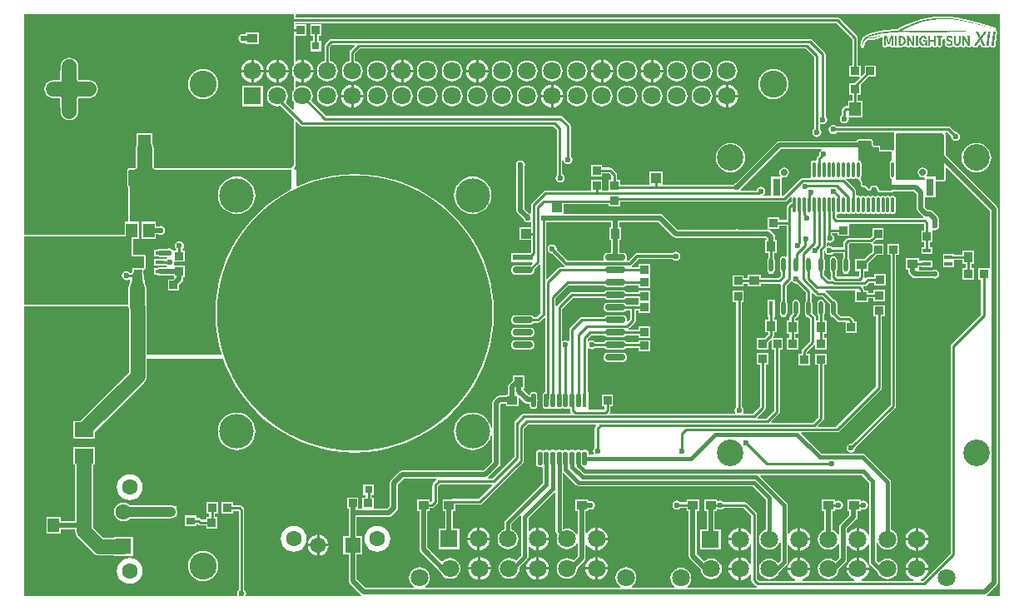
<source format=gtl>
G04*
G04 #@! TF.GenerationSoftware,Altium Limited,Altium Designer,18.1.9 (240)*
G04*
G04 Layer_Physical_Order=1*
G04 Layer_Color=255*
%FSLAX25Y25*%
%MOIN*%
G70*
G01*
G75*
%ADD10C,0.01000*%
%ADD11C,0.00984*%
%ADD15R,0.03937X0.03543*%
%ADD16R,0.03150X0.03150*%
%ADD17R,0.03347X0.03347*%
%ADD18R,0.04528X0.05512*%
%ADD19R,0.03150X0.07087*%
%ADD20O,0.01181X0.06299*%
%ADD21R,0.01181X0.06299*%
%ADD22R,0.03347X0.03347*%
%ADD23R,0.03543X0.03937*%
G04:AMPARAMS|DCode=24|XSize=23.62mil|YSize=78.74mil|CornerRadius=5.91mil|HoleSize=0mil|Usage=FLASHONLY|Rotation=270.000|XOffset=0mil|YOffset=0mil|HoleType=Round|Shape=RoundedRectangle|*
%AMROUNDEDRECTD24*
21,1,0.02362,0.06693,0,0,270.0*
21,1,0.01181,0.07874,0,0,270.0*
1,1,0.01181,-0.03347,-0.00591*
1,1,0.01181,-0.03347,0.00591*
1,1,0.01181,0.03347,0.00591*
1,1,0.01181,0.03347,-0.00591*
%
%ADD24ROUNDEDRECTD24*%
%ADD25R,0.07874X0.02362*%
%ADD26R,0.01772X0.05512*%
G04:AMPARAMS|DCode=27|XSize=17.72mil|YSize=55.12mil|CornerRadius=4.43mil|HoleSize=0mil|Usage=FLASHONLY|Rotation=0.000|XOffset=0mil|YOffset=0mil|HoleType=Round|Shape=RoundedRectangle|*
%AMROUNDEDRECTD27*
21,1,0.01772,0.04626,0,0,0.0*
21,1,0.00886,0.05512,0,0,0.0*
1,1,0.00886,0.00443,-0.02313*
1,1,0.00886,-0.00443,-0.02313*
1,1,0.00886,-0.00443,0.02313*
1,1,0.00886,0.00443,0.02313*
%
%ADD27ROUNDEDRECTD27*%
%ADD28R,0.32284X0.12992*%
%ADD29R,0.03543X0.03150*%
%ADD30R,0.07284X0.05906*%
%ADD31R,0.03347X0.01378*%
%ADD32R,0.01772X0.05709*%
%ADD33O,0.01772X0.05709*%
%ADD34R,0.05118X0.10630*%
%ADD35R,0.06102X0.13583*%
%ADD69R,0.03937X0.03937*%
%ADD70C,0.01968*%
%ADD71C,0.05906*%
%ADD72C,0.01181*%
%ADD73C,0.03937*%
%ADD74C,0.01575*%
%ADD75C,0.07087*%
%ADD76R,0.07087X0.07087*%
%ADD77C,0.02756*%
%ADD78R,0.06299X0.06299*%
%ADD79C,0.06299*%
%ADD80R,0.06299X0.06299*%
%ADD81C,0.13780*%
%ADD82C,1.10236*%
%ADD83C,0.10827*%
%ADD84C,0.10630*%
%ADD85C,0.02362*%
G36*
X392070Y234589D02*
X392070Y1631D01*
X387096D01*
X386959Y2131D01*
X387363Y2401D01*
X390906Y5944D01*
X391256Y6469D01*
X391379Y7087D01*
Y156693D01*
X391256Y157311D01*
X390906Y157835D01*
X370460Y178281D01*
Y186473D01*
X370420Y186572D01*
X370427Y186678D01*
X370389Y186723D01*
X370383Y186781D01*
X370281Y186969D01*
X370551Y187469D01*
X371192D01*
X372634Y186028D01*
X372593Y185827D01*
X372732Y185132D01*
X373125Y184543D01*
X373714Y184149D01*
X374410Y184011D01*
X375104Y184149D01*
X375694Y184543D01*
X376087Y185132D01*
X376225Y185827D01*
X376087Y186522D01*
X375694Y187111D01*
X375104Y187504D01*
X374410Y187643D01*
X374208Y187603D01*
X372441Y189370D01*
X372080Y189611D01*
X371654Y189696D01*
X326890D01*
X326776Y189867D01*
X326187Y190260D01*
X325492Y190399D01*
X324797Y190260D01*
X324208Y189867D01*
X323814Y189278D01*
X323676Y188583D01*
X323814Y187888D01*
X324208Y187299D01*
X324797Y186905D01*
X325492Y186767D01*
X326187Y186905D01*
X326776Y187299D01*
X326890Y187469D01*
X349578D01*
X349659Y187399D01*
X349721Y187313D01*
X349810Y186969D01*
X349794Y186930D01*
Y186828D01*
X349762Y186763D01*
X349769Y186742D01*
X349744Y186682D01*
Y180398D01*
X349244Y180203D01*
X348855Y180364D01*
X344439D01*
Y181326D01*
X344390Y181446D01*
X344390Y181575D01*
X344352Y181666D01*
X344261Y181758D01*
X344249Y181786D01*
X344221Y181797D01*
X344131Y181887D01*
X344120Y181915D01*
X344092Y181926D01*
X344001Y182018D01*
X343909Y182056D01*
X343780Y182056D01*
X343661Y182105D01*
X342843D01*
X342781Y182080D01*
X342716Y182092D01*
X342520Y182053D01*
X342078Y182141D01*
X341704Y182392D01*
X341454Y182766D01*
X341366Y183207D01*
X341422Y183489D01*
X341377Y183717D01*
X341344Y183947D01*
X341112Y184338D01*
X341028Y184401D01*
X340982Y184495D01*
X340878Y184586D01*
X340796Y184614D01*
X340739Y184679D01*
X340703Y184697D01*
X340553Y184708D01*
X340413Y184765D01*
X336191D01*
X336170Y184786D01*
X336041D01*
X335921Y184836D01*
X335802Y184786D01*
X335673D01*
X335173Y184579D01*
X335081Y184488D01*
X334962Y184438D01*
X334913Y184319D01*
X334821Y184228D01*
Y184098D01*
X334772Y183979D01*
Y183899D01*
X303937D01*
X303319Y183776D01*
X302795Y183426D01*
X286423Y167054D01*
X286313Y167032D01*
X285724Y166638D01*
X285610Y166468D01*
X257533D01*
X257037Y166477D01*
Y171614D01*
X251900D01*
Y166477D01*
X251404Y166468D01*
X240069D01*
Y168316D01*
X238909D01*
Y170571D01*
X238824Y170997D01*
X238583Y171358D01*
X237008Y172933D01*
X236647Y173174D01*
X236221Y173259D01*
X232982D01*
Y174419D01*
X228435D01*
Y169872D01*
X232982D01*
Y171032D01*
X235759D01*
X236682Y170110D01*
Y168316D01*
X235522D01*
Y164114D01*
X232982D01*
Y168317D01*
X228435D01*
Y164114D01*
X210272D01*
X209843Y164028D01*
X209479Y163785D01*
X209479Y163785D01*
X204775Y159081D01*
X204532Y158717D01*
X204446Y158288D01*
X204446Y158288D01*
Y155027D01*
X203946Y154760D01*
X203899Y154791D01*
X201910Y156780D01*
Y173621D01*
X201973Y173714D01*
X202111Y174409D01*
X201973Y175104D01*
X201579Y175694D01*
X200990Y176087D01*
X200295Y176225D01*
X199600Y176087D01*
X199011Y175694D01*
X198617Y175104D01*
X198479Y174409D01*
X198617Y173714D01*
X198680Y173621D01*
Y156111D01*
X198803Y155492D01*
X199153Y154968D01*
X201424Y152698D01*
X201472Y152455D01*
X201866Y151865D01*
X202455Y151472D01*
X203150Y151334D01*
X203845Y151472D01*
X203946Y151540D01*
X204446Y151272D01*
Y149419D01*
X199886D01*
Y144282D01*
X204446D01*
Y139418D01*
X204132Y139104D01*
X196644D01*
Y135542D01*
X204917D01*
X205108Y135080D01*
X204155Y134127D01*
X197835D01*
X197370Y134035D01*
X196976Y133772D01*
X196713Y133378D01*
X196621Y132913D01*
Y131732D01*
X196713Y131268D01*
X196976Y130874D01*
X197370Y130611D01*
X197835Y130518D01*
X204528D01*
X204992Y130611D01*
X205386Y130874D01*
X205649Y131268D01*
X205741Y131732D01*
Y132541D01*
X207835Y134635D01*
X208330Y134459D01*
X208335Y134455D01*
Y115028D01*
X206744Y113436D01*
X205610D01*
X205386Y113772D01*
X204992Y114035D01*
X204528Y114127D01*
X197835D01*
X197370Y114035D01*
X196976Y113772D01*
X196713Y113378D01*
X196621Y112913D01*
Y111732D01*
X196713Y111268D01*
X196976Y110874D01*
X197370Y110611D01*
X197835Y110518D01*
X204528D01*
X204992Y110611D01*
X205386Y110874D01*
X205610Y111209D01*
X207205D01*
X207631Y111294D01*
X207992Y111535D01*
X209636Y113179D01*
X210098Y112988D01*
Y83477D01*
X209780Y83413D01*
X209435Y83183D01*
X209205Y82838D01*
X209124Y82431D01*
Y77805D01*
X209205Y77398D01*
X209435Y77053D01*
X209780Y76823D01*
X210187Y76742D01*
X211073D01*
X211480Y76823D01*
X211526Y76854D01*
X211910Y77017D01*
X212293Y76854D01*
X212339Y76823D01*
X212746Y76742D01*
X213632D01*
X214039Y76823D01*
X214085Y76854D01*
X214469Y77017D01*
X214852Y76854D01*
X214898Y76823D01*
X215305Y76742D01*
X216191D01*
X216598Y76823D01*
X216644Y76854D01*
X217028Y77017D01*
X217411Y76854D01*
X217457Y76823D01*
X217864Y76742D01*
X218750D01*
X219157Y76823D01*
X219203Y76854D01*
X219587Y77017D01*
X219970Y76854D01*
X220016Y76823D01*
X220146Y76797D01*
Y75984D01*
X220231Y75558D01*
X220453Y75226D01*
X220405Y75005D01*
X220290Y74726D01*
X201565D01*
X201139Y74641D01*
X200778Y74400D01*
X198031Y71653D01*
X197790Y71292D01*
X197705Y70866D01*
Y57548D01*
X188909Y48751D01*
X187514D01*
X187363Y49251D01*
X187363Y49251D01*
X191732Y53621D01*
X192082Y54145D01*
X192205Y54763D01*
Y78504D01*
X192401Y78700D01*
X194380D01*
Y77746D01*
X199517D01*
Y81010D01*
X199979Y81201D01*
X202007Y79173D01*
X202531Y78823D01*
X203150Y78700D01*
X204006D01*
Y77805D01*
X204086Y77398D01*
X204317Y77053D01*
X204662Y76823D01*
X205069Y76742D01*
X205955D01*
X206362Y76823D01*
X206707Y77053D01*
X206937Y77398D01*
X207018Y77805D01*
Y79570D01*
X207127Y80118D01*
Y80216D01*
X207018Y80765D01*
Y82431D01*
X206937Y82838D01*
X206707Y83183D01*
X206362Y83413D01*
X205955Y83494D01*
X205069D01*
X204662Y83413D01*
X204317Y83183D01*
X204086Y82838D01*
X204009Y82447D01*
X203960Y82414D01*
X203506Y82243D01*
X201416Y84333D01*
X201623Y84833D01*
X201978D01*
Y89970D01*
X197235D01*
Y88200D01*
X195807Y86772D01*
X195457Y86248D01*
X195334Y85630D01*
Y82490D01*
X194380D01*
Y81930D01*
X191732D01*
X191114Y81807D01*
X190590Y81457D01*
X189448Y80315D01*
X189098Y79791D01*
X188975Y79173D01*
Y69246D01*
X188484Y69185D01*
X188056Y70597D01*
X187360Y71898D01*
X186424Y73038D01*
X185284Y73974D01*
X183982Y74670D01*
X182571Y75098D01*
X181102Y75243D01*
X179634Y75098D01*
X178222Y74670D01*
X176921Y73974D01*
X175781Y73038D01*
X174845Y71898D01*
X174149Y70597D01*
X173721Y69185D01*
X173576Y67716D01*
X173721Y66248D01*
X174149Y64837D01*
X174845Y63535D01*
X175781Y62395D01*
X176921Y61459D01*
X178222Y60763D01*
X179634Y60335D01*
X181102Y60190D01*
X182571Y60335D01*
X183982Y60763D01*
X185284Y61459D01*
X186424Y62395D01*
X187360Y63535D01*
X188056Y64837D01*
X188484Y66248D01*
X188975Y66187D01*
Y55432D01*
X185552Y52009D01*
X152756D01*
X152138Y51886D01*
X151614Y51536D01*
X148464Y48386D01*
X148114Y47862D01*
X147991Y47244D01*
Y37775D01*
X146870Y36655D01*
X141935D01*
X141446Y36683D01*
X141446Y37155D01*
Y41230D01*
X140492D01*
Y42077D01*
X141545D01*
Y46427D01*
X137195D01*
Y42077D01*
X138249D01*
Y41230D01*
X136900D01*
X136900Y36683D01*
X136412Y36655D01*
X135832D01*
X135344Y36683D01*
Y41230D01*
X130798D01*
Y36683D01*
X131456D01*
Y35039D01*
Y25895D01*
X129321D01*
Y18396D01*
X131456D01*
Y7874D01*
X131579Y7256D01*
X131929Y6732D01*
X136259Y2401D01*
X136663Y2131D01*
X136526Y1631D01*
X90490Y1631D01*
X90410Y1781D01*
X90274Y2131D01*
X90399Y2756D01*
X90260Y3451D01*
X89867Y4040D01*
X89696Y4154D01*
Y36220D01*
X89611Y36647D01*
X89370Y37008D01*
X88583Y37795D01*
X88221Y38037D01*
X87795Y38121D01*
X85147D01*
Y39281D01*
X80601D01*
Y34735D01*
X85147D01*
Y35894D01*
X87334D01*
X87469Y35759D01*
Y4154D01*
X87299Y4040D01*
X86905Y3451D01*
X86767Y2756D01*
X86891Y2131D01*
X86755Y1781D01*
X86675Y1631D01*
X1631D01*
X1631Y117781D01*
X43267D01*
Y117520D01*
X43389Y116592D01*
X43464Y116412D01*
Y91248D01*
X24076Y71860D01*
X21349D01*
Y64754D01*
X25358D01*
X25591Y64724D01*
X25823Y64754D01*
X29832D01*
Y67481D01*
X49581Y87230D01*
X50151Y87972D01*
X50508Y88836D01*
X50631Y89764D01*
Y96653D01*
X81223D01*
X82342Y93622D01*
X84175Y89646D01*
X86314Y85826D01*
X88747Y82185D01*
X91457Y78747D01*
X94429Y75532D01*
X97644Y72559D01*
X101083Y69849D01*
X104723Y67416D01*
X108543Y65277D01*
X112520Y63444D01*
X116627Y61929D01*
X120841Y60740D01*
X125135Y59886D01*
X129483Y59371D01*
X133858Y59200D01*
X138233Y59371D01*
X142581Y59886D01*
X146876Y60740D01*
X151090Y61929D01*
X155197Y63444D01*
X159173Y65277D01*
X162993Y67416D01*
X166634Y69849D01*
X170072Y72559D01*
X173287Y75532D01*
X176259Y78747D01*
X178970Y82185D01*
X181403Y85826D01*
X183542Y89646D01*
X185375Y93622D01*
X186890Y97729D01*
X188079Y101943D01*
X188933Y106238D01*
X189448Y110586D01*
X189619Y114961D01*
X189448Y119335D01*
X188933Y123684D01*
X188079Y127978D01*
X186890Y132192D01*
X185375Y136299D01*
X183542Y140276D01*
X181403Y144096D01*
X178970Y147736D01*
X176259Y151174D01*
X173287Y154390D01*
X170072Y157362D01*
X166634Y160072D01*
X162993Y162505D01*
X159173Y164644D01*
X155197Y166477D01*
X151090Y167992D01*
X146876Y169181D01*
X142581Y170035D01*
X138233Y170550D01*
X133858Y170722D01*
X129483Y170550D01*
X125135Y170035D01*
X120841Y169181D01*
X116627Y167992D01*
X112520Y166477D01*
X111047Y165798D01*
X110547Y166118D01*
Y172539D01*
X109640Y172582D01*
D01*
X109443Y173092D01*
X109817Y173466D01*
X109866Y173585D01*
X109958Y173676D01*
X110049Y173897D01*
Y174026D01*
X110098Y174145D01*
Y187796D01*
Y191557D01*
X110236Y191668D01*
X110560Y191802D01*
X112205Y190157D01*
X112566Y189916D01*
X112992Y189831D01*
X112992Y189831D01*
X213476D01*
X214792Y188515D01*
Y170280D01*
X214464Y169790D01*
X214326Y169095D01*
X214464Y168400D01*
X214858Y167810D01*
X215447Y167417D01*
X216142Y167279D01*
X216837Y167417D01*
X217426Y167810D01*
X217819Y168400D01*
X217958Y169095D01*
X217819Y169790D01*
X217426Y170379D01*
X217019Y170650D01*
Y176108D01*
X217519Y176158D01*
X217590Y175801D01*
X217984Y175212D01*
X218573Y174818D01*
X219268Y174680D01*
X219963Y174818D01*
X220552Y175212D01*
X220946Y175801D01*
X221084Y176496D01*
X220946Y177191D01*
X220552Y177780D01*
X220405Y177878D01*
Y189961D01*
X220320Y190387D01*
X220079Y190748D01*
X217126Y193701D01*
X216765Y193942D01*
X216339Y194027D01*
X122410D01*
X116526Y199911D01*
X116930Y200887D01*
X117073Y201969D01*
X116930Y203050D01*
X116513Y204058D01*
X115849Y204924D01*
X114983Y205588D01*
X113975Y206005D01*
X112894Y206148D01*
X111812Y206005D01*
X110804Y205588D01*
X110547Y205390D01*
X110098Y205611D01*
Y207757D01*
X110281Y207911D01*
X110547Y208043D01*
X110602Y208000D01*
X111708Y207542D01*
X112394Y207452D01*
Y211968D01*
Y216485D01*
X111708Y216395D01*
X110602Y215937D01*
X110547Y215894D01*
X110281Y216025D01*
X110098Y216180D01*
Y226073D01*
X114528D01*
Y230620D01*
X110098D01*
Y231170D01*
X326704D01*
X333138Y224736D01*
Y214242D01*
X331979D01*
Y209695D01*
X335853D01*
X336044Y209233D01*
X333809Y206998D01*
X331979D01*
Y202451D01*
X333138D01*
Y200206D01*
X331388D01*
Y197964D01*
X330610D01*
X330610Y197964D01*
X330184Y197879D01*
X329823Y197638D01*
X329134Y196949D01*
X328892Y196588D01*
X328808Y196161D01*
Y194311D01*
X328637Y194197D01*
X328243Y193608D01*
X328105Y192913D01*
X328243Y192218D01*
X328637Y191629D01*
X329226Y191236D01*
X329921Y191097D01*
X330616Y191236D01*
X331205Y191629D01*
X331599Y192218D01*
X331737Y192913D01*
X331698Y193108D01*
X332016Y193494D01*
X337116D01*
Y200206D01*
X335366D01*
Y202451D01*
X336525D01*
Y206565D01*
X339656Y209695D01*
X342628D01*
Y214242D01*
X338081D01*
Y211270D01*
X336987Y210176D01*
X336525Y210367D01*
Y214242D01*
X335366D01*
Y225197D01*
X335366Y225197D01*
X335281Y225623D01*
X335039Y225984D01*
X335039Y225984D01*
X327953Y233071D01*
X327591Y233312D01*
X327165Y233397D01*
X110098D01*
Y234089D01*
X110598Y234589D01*
X392070Y234589D01*
D02*
G37*
G36*
X109449Y234589D02*
Y231170D01*
Y226073D01*
Y216115D01*
Y214285D01*
X109274Y214058D01*
X108857Y213050D01*
X108715Y211968D01*
X108857Y210887D01*
X109274Y209879D01*
X109449Y209652D01*
Y207822D01*
Y204285D01*
X109274Y204058D01*
X108857Y203050D01*
X108715Y201969D01*
X108857Y200887D01*
X109274Y199879D01*
X109449Y199652D01*
Y196716D01*
X108987Y196525D01*
X106131Y199381D01*
X106513Y199879D01*
X106930Y200887D01*
X107073Y201969D01*
X106930Y203050D01*
X106513Y204058D01*
X105849Y204924D01*
X104983Y205588D01*
X103975Y206005D01*
X102894Y206148D01*
X101812Y206005D01*
X100804Y205588D01*
X99939Y204924D01*
X99274Y204058D01*
X98857Y203050D01*
X98715Y201969D01*
X98857Y200887D01*
X99274Y199879D01*
X99939Y199013D01*
X100804Y198349D01*
X101812Y197932D01*
X102894Y197790D01*
X103975Y197932D01*
X104297Y198065D01*
X109449Y192913D01*
Y191611D01*
X109449Y191611D01*
X109449D01*
Y174145D01*
X109358Y173925D01*
X108661Y173228D01*
X53869D01*
X53586Y173392D01*
X53422Y173675D01*
Y181063D01*
X53300Y181990D01*
X52998Y182720D01*
Y186978D01*
X46679D01*
Y182849D01*
X46679Y182849D01*
Y182720D01*
X46377Y181990D01*
X46255Y181063D01*
Y173675D01*
X46091Y173392D01*
X45809Y173228D01*
X43110D01*
Y172776D01*
X43058Y172650D01*
X43055Y172647D01*
X42707D01*
Y165935D01*
X42717D01*
X43110Y165677D01*
X43110D01*
X43110Y165677D01*
Y157113D01*
Y155485D01*
Y151584D01*
X41723D01*
Y146319D01*
X1631D01*
X1631Y234589D01*
X109449Y234589D01*
D02*
G37*
G36*
X320752Y180168D02*
X320389Y179926D01*
X319995Y179337D01*
X319857Y178642D01*
X319906Y178395D01*
X319034Y177523D01*
X318792Y177162D01*
X318708Y176736D01*
Y176535D01*
X318409Y176315D01*
X318208Y176234D01*
X317815Y176312D01*
X317350Y176220D01*
X316957Y175957D01*
X316693Y175563D01*
X316601Y175098D01*
Y169980D01*
X316651Y169732D01*
X316328Y169232D01*
X313309D01*
X313309Y169232D01*
X312880Y169146D01*
X312516Y168903D01*
X305544Y161931D01*
X305029D01*
Y168986D01*
X305529Y169397D01*
X305807Y169342D01*
X306579Y169495D01*
X307233Y169932D01*
X307670Y170587D01*
X307824Y171358D01*
X307670Y172130D01*
X307233Y172784D01*
X306579Y173222D01*
X305807Y173375D01*
X305035Y173222D01*
X304381Y172784D01*
X303944Y172130D01*
X303790Y171358D01*
X303944Y170587D01*
X304272Y170096D01*
X304053Y169596D01*
X300679D01*
Y161931D01*
X297796D01*
X297644Y162431D01*
X297741Y162495D01*
X298134Y163085D01*
X298273Y163779D01*
X298134Y164474D01*
X297741Y165064D01*
X297152Y165457D01*
X296457Y165595D01*
X295762Y165457D01*
X295173Y165064D01*
X294779Y164474D01*
X294707Y164114D01*
X288851D01*
X288616Y164555D01*
X288686Y164659D01*
X288708Y164770D01*
X304606Y180668D01*
X320600D01*
X320752Y180168D01*
D02*
G37*
G36*
X335067Y168859D02*
X335427Y168787D01*
X335518Y168723D01*
X335703Y168569D01*
X335819Y168436D01*
X335903Y168310D01*
X335907Y168245D01*
X335928Y168203D01*
X335991Y168148D01*
X336028Y168074D01*
X336053Y168052D01*
X336347Y167612D01*
X336435Y167170D01*
X336367Y166830D01*
X336390Y166713D01*
X336389Y166711D01*
X336389Y166710D01*
X336391Y166697D01*
X336368Y166574D01*
X336391Y166460D01*
X336414Y166346D01*
X336484Y166241D01*
X336486Y166228D01*
X336488Y166226D01*
X336489Y166226D01*
X336512Y166109D01*
X336647Y165910D01*
X336717Y165864D01*
X336720Y165858D01*
X336723Y165844D01*
X336729Y165840D01*
X336754Y165788D01*
X336831Y165719D01*
X336908Y165693D01*
X336912Y165685D01*
X336928Y165679D01*
X336944Y165656D01*
X336983Y165630D01*
X337068Y165613D01*
X337136Y165568D01*
X337178Y165559D01*
X337178Y165559D01*
X337178Y165559D01*
X337218Y165545D01*
X337300Y165550D01*
X337382Y165522D01*
X337429Y165524D01*
X337454Y165536D01*
X337471Y165533D01*
X337478Y165538D01*
X337558Y165522D01*
X337697Y165550D01*
X338139Y165462D01*
X338513Y165212D01*
X338763Y164837D01*
X338788Y164713D01*
X338811Y164678D01*
X338808Y164636D01*
X338946Y164476D01*
X339064Y164300D01*
X339105Y164291D01*
X339132Y164260D01*
X339507Y164071D01*
X339558Y164067D01*
X339596Y164034D01*
X339799Y164049D01*
X340002Y164034D01*
X340041Y164067D01*
X340092Y164071D01*
X340466Y164260D01*
X340494Y164291D01*
X340535Y164300D01*
X340652Y164476D01*
X340791Y164636D01*
X340788Y164678D01*
X340811Y164713D01*
X340835Y164837D01*
X341086Y165212D01*
X341460Y165462D01*
X341901Y165550D01*
X342343Y165462D01*
X342717Y165212D01*
X342968Y164837D01*
X343080Y164269D01*
X343135Y164187D01*
X343135Y164187D01*
X343141Y164158D01*
X343158Y164133D01*
X343178Y164035D01*
X343232Y163953D01*
X343257Y163936D01*
X343276Y163873D01*
X343460Y163649D01*
X343541Y163605D01*
X343542Y163601D01*
X343554Y163594D01*
X343561Y163577D01*
X343585Y163553D01*
X343646Y163528D01*
X343714Y163461D01*
X343772Y163436D01*
X343772D01*
X343772Y163436D01*
X343828Y163407D01*
X343922Y163397D01*
X343981Y163366D01*
X344014Y163363D01*
X344032Y163368D01*
X344044Y163363D01*
X344049Y163365D01*
X344134Y163330D01*
X348855D01*
X349315Y163520D01*
X349405Y163739D01*
X357894D01*
X359015Y162618D01*
Y156693D01*
X359138Y156075D01*
X359488Y155551D01*
X361448Y153590D01*
X361448Y153556D01*
X361293Y153090D01*
X327157D01*
X326811Y153437D01*
Y154386D01*
X327310Y154662D01*
X327658Y154593D01*
X328122Y154686D01*
X328516Y154949D01*
X328768D01*
X329161Y154686D01*
X329626Y154593D01*
X330090Y154686D01*
X330484Y154949D01*
X330736D01*
X331130Y154686D01*
X331594Y154593D01*
X332059Y154686D01*
X332453Y154949D01*
X332705D01*
X333098Y154686D01*
X333563Y154593D01*
X334028Y154686D01*
X334421Y154949D01*
X334673D01*
X335067Y154686D01*
X335531Y154593D01*
X335996Y154686D01*
X336390Y154949D01*
X336642D01*
X337035Y154686D01*
X337500Y154593D01*
X337965Y154686D01*
X338358Y154949D01*
X338610D01*
X339004Y154686D01*
X339469Y154593D01*
X339933Y154686D01*
X340327Y154949D01*
X340579D01*
X340972Y154686D01*
X341437Y154593D01*
X341901Y154686D01*
X342295Y154949D01*
X342547D01*
X342941Y154686D01*
X343406Y154593D01*
X343870Y154686D01*
X344264Y154949D01*
X344516D01*
X344909Y154686D01*
X345374Y154593D01*
X345838Y154686D01*
X346232Y154949D01*
X346484D01*
X346878Y154686D01*
X347342Y154593D01*
X347807Y154686D01*
X348201Y154949D01*
X348453D01*
X348846Y154686D01*
X349311Y154593D01*
X349776Y154686D01*
X350169Y154949D01*
X350432Y155343D01*
X350525Y155807D01*
Y160925D01*
X350432Y161390D01*
X350169Y161784D01*
X349776Y162047D01*
X349311Y162139D01*
X348846Y162047D01*
X348453Y161784D01*
X348201D01*
X347807Y162047D01*
X347342Y162139D01*
X346878Y162047D01*
X346484Y161784D01*
X346232D01*
X345838Y162047D01*
X345374Y162139D01*
X344909Y162047D01*
X344516Y161784D01*
X344264D01*
X343870Y162047D01*
X343406Y162139D01*
X342941Y162047D01*
X342547Y161784D01*
X342295D01*
X341901Y162047D01*
X341437Y162139D01*
X340972Y162047D01*
X340579Y161784D01*
X340327D01*
X339933Y162047D01*
X339469Y162139D01*
X339004Y162047D01*
X338610Y161784D01*
X338358D01*
X337965Y162047D01*
X337500Y162139D01*
X337035Y162047D01*
X336642Y161784D01*
X336390D01*
X335996Y162047D01*
X335531Y162139D01*
X335185Y162070D01*
X334684Y162347D01*
Y164075D01*
X334684Y164075D01*
X334599Y164504D01*
X334356Y164868D01*
X334356Y164868D01*
X330637Y168587D01*
X330956Y168975D01*
X331130Y168859D01*
X331594Y168766D01*
X332059Y168859D01*
X332453Y169122D01*
X332705D01*
X333098Y168859D01*
X333563Y168766D01*
X334028Y168859D01*
X334421Y169122D01*
X334673D01*
X335067Y168859D01*
D02*
G37*
G36*
X369365Y187062D02*
X369591Y186882D01*
X369811Y186473D01*
X369811Y186473D01*
X369811Y186473D01*
Y178281D01*
Y173059D01*
X369811Y173059D01*
X369811D01*
Y168529D01*
X369773Y168437D01*
X369682Y168400D01*
X366446D01*
Y169596D01*
X363073D01*
X362854Y170096D01*
X363182Y170587D01*
X363336Y171358D01*
X363182Y172130D01*
X362745Y172784D01*
X362091Y173222D01*
X361319Y173375D01*
X360547Y173222D01*
X359893Y172784D01*
X359456Y172130D01*
X359302Y171358D01*
X359456Y170587D01*
X359893Y169932D01*
X360547Y169495D01*
X361319Y169342D01*
X361597Y169397D01*
X362097Y168986D01*
Y168400D01*
X350604D01*
X350394Y168487D01*
Y169458D01*
X350432Y169516D01*
X350525Y169980D01*
Y175098D01*
X350432Y175563D01*
X350394Y175621D01*
Y186682D01*
X350410Y186721D01*
X350850Y187106D01*
X369191D01*
X369365Y187062D01*
D02*
G37*
G36*
X335991Y184116D02*
X340413D01*
X340450Y184098D01*
X340553Y184007D01*
X340785Y183616D01*
X340704Y183207D01*
X340842Y182512D01*
X341236Y181923D01*
X341825Y181530D01*
X342520Y181391D01*
X342843Y181456D01*
X343661D01*
X343752Y181418D01*
X343790Y181326D01*
Y179715D01*
X348855D01*
Y176222D01*
X348846Y176220D01*
X348453Y175957D01*
X348189Y175563D01*
X348097Y175098D01*
Y169980D01*
X348189Y169516D01*
X348453Y169122D01*
X348846Y168859D01*
X348855Y168857D01*
Y163979D01*
X344134D01*
X344078Y164009D01*
X344044Y164013D01*
X344020Y164037D01*
X343962Y164061D01*
X343778Y164285D01*
X343772Y164313D01*
X343718Y164396D01*
X343579Y165091D01*
X343186Y165680D01*
X342596Y166074D01*
X341901Y166212D01*
X341207Y166074D01*
X340617Y165680D01*
X340224Y165091D01*
X340174Y164839D01*
X339799Y164651D01*
X339425Y164839D01*
X339375Y165091D01*
X338981Y165680D01*
X338392Y166074D01*
X337697Y166212D01*
X337431Y166159D01*
X337391Y166173D01*
X337344Y166170D01*
X337305Y166196D01*
X337263Y166205D01*
X337185Y166273D01*
X337051Y166473D01*
X337028Y166587D01*
X337027Y166588D01*
X337027Y166590D01*
X337004Y166704D01*
X337097Y167170D01*
X336959Y167865D01*
X336565Y168454D01*
X336510Y168491D01*
X336490Y168533D01*
X336456Y168562D01*
X336447Y168606D01*
X336390Y169122D01*
X336653Y169516D01*
X336745Y169980D01*
Y175098D01*
X336653Y175563D01*
X336390Y175957D01*
X335996Y176220D01*
X335531Y176312D01*
X335421Y176403D01*
Y183979D01*
X335921Y184186D01*
X335991Y184116D01*
D02*
G37*
G36*
X308614Y161494D02*
X308804Y161312D01*
X308727Y160925D01*
Y159623D01*
X308507Y159579D01*
X308143Y159335D01*
X308143Y159335D01*
X307179Y158372D01*
X306936Y158008D01*
X306851Y157579D01*
X306851Y157579D01*
Y152303D01*
X303750D01*
Y153454D01*
X299203D01*
Y148908D01*
X299203Y148908D01*
X299064Y148466D01*
X287796D01*
X287703Y148528D01*
X287008Y148666D01*
X286313Y148528D01*
X286219Y148466D01*
X263169D01*
X257343Y154292D01*
X256819Y154642D01*
X256201Y154765D01*
X217417D01*
Y158721D01*
X235522D01*
Y157668D01*
X240069D01*
Y159688D01*
X306008D01*
X306009Y159688D01*
X306438Y159773D01*
X306802Y160016D01*
X308392Y161606D01*
X308614Y161494D01*
D02*
G37*
G36*
X388148Y156024D02*
Y133421D01*
X388002Y132982D01*
X383455D01*
Y128435D01*
X384607D01*
Y114382D01*
X372829Y102604D01*
X372586Y102240D01*
X372500Y101811D01*
X372500Y101811D01*
Y18783D01*
X361532Y7814D01*
X360559D01*
X360460Y8315D01*
X361268Y8649D01*
X362217Y9377D01*
X362945Y10326D01*
X363403Y11432D01*
X363493Y12118D01*
X358976D01*
Y12618D01*
D01*
Y12118D01*
X354460D01*
X354550Y11432D01*
X355008Y10326D01*
X355736Y9377D01*
X356685Y8649D01*
X357493Y8315D01*
X357394Y7814D01*
X336937D01*
X336838Y8315D01*
X337646Y8649D01*
X338595Y9377D01*
X339323Y10326D01*
X339781Y11432D01*
X339871Y12118D01*
X335354D01*
Y12618D01*
D01*
Y12118D01*
X330838D01*
X330928Y11432D01*
X331386Y10326D01*
X332114Y9377D01*
X333063Y8649D01*
X333871Y8315D01*
X333771Y7814D01*
X313315D01*
X313216Y8315D01*
X314024Y8649D01*
X314973Y9377D01*
X315701Y10326D01*
X316159Y11432D01*
X316249Y12118D01*
X311732D01*
X307216D01*
X307306Y11432D01*
X307764Y10326D01*
X308492Y9377D01*
X309441Y8649D01*
X310249Y8315D01*
X310149Y7814D01*
X295740D01*
X294932Y8623D01*
Y34536D01*
X294932Y34536D01*
X294846Y34966D01*
X294603Y35329D01*
X294603Y35329D01*
X290950Y38982D01*
X290587Y39225D01*
X290158Y39311D01*
X290157Y39311D01*
X281708D01*
X281599Y39473D01*
X281010Y39867D01*
X280315Y40005D01*
X279620Y39867D01*
X279447Y39751D01*
X278946Y40018D01*
Y40561D01*
X273810D01*
Y35817D01*
X274763D01*
Y28572D01*
X272156D01*
Y20285D01*
X280443D01*
Y28572D01*
X277993D01*
Y35817D01*
X278946D01*
Y36360D01*
X279447Y36627D01*
X279620Y36511D01*
X280315Y36373D01*
X281010Y36511D01*
X281599Y36905D01*
X281708Y37067D01*
X289693D01*
X292689Y34072D01*
Y26554D01*
X292189Y26455D01*
X292079Y26720D01*
X291351Y27669D01*
X290402Y28397D01*
X289296Y28855D01*
X288610Y28945D01*
Y24429D01*
Y19912D01*
X289296Y20002D01*
X290402Y20460D01*
X291351Y21188D01*
X292079Y22137D01*
X292189Y22402D01*
X292689Y22303D01*
Y14743D01*
X292189Y14644D01*
X292079Y14909D01*
X291351Y15858D01*
X290402Y16586D01*
X289296Y17044D01*
X288610Y17134D01*
Y12618D01*
Y8101D01*
X289296Y8191D01*
X290402Y8649D01*
X291351Y9377D01*
X292079Y10326D01*
X292189Y10592D01*
X292689Y10492D01*
Y8158D01*
X292689Y8158D01*
X292774Y7729D01*
X293017Y7365D01*
X294482Y5900D01*
X294482Y5900D01*
X294846Y5657D01*
X294788Y5159D01*
X267218D01*
X267048Y5659D01*
X267443Y5962D01*
X268107Y6827D01*
X268525Y7835D01*
X268667Y8917D01*
X268525Y9999D01*
X268107Y11006D01*
X267443Y11872D01*
X266578Y12536D01*
X265570Y12954D01*
X264488Y13096D01*
X263407Y12954D01*
X262399Y12536D01*
X261533Y11872D01*
X260869Y11006D01*
X260452Y9999D01*
X260309Y8917D01*
X260452Y7835D01*
X260869Y6827D01*
X261533Y5962D01*
X261928Y5659D01*
X261759Y5159D01*
X244993D01*
X244823Y5659D01*
X245475Y6159D01*
X246139Y7024D01*
X246556Y8032D01*
X246699Y9114D01*
X246556Y10195D01*
X246139Y11203D01*
X245475Y12069D01*
X244609Y12733D01*
X243601Y13150D01*
X242520Y13293D01*
X241438Y13150D01*
X240430Y12733D01*
X239565Y12069D01*
X238900Y11203D01*
X238483Y10195D01*
X238341Y9114D01*
X238483Y8032D01*
X238900Y7024D01*
X239565Y6159D01*
X240216Y5659D01*
X240047Y5159D01*
X162316D01*
X162146Y5659D01*
X162798Y6159D01*
X163462Y7024D01*
X163879Y8032D01*
X164022Y9114D01*
X163879Y10195D01*
X163462Y11203D01*
X162798Y12069D01*
X161932Y12733D01*
X160924Y13150D01*
X159843Y13293D01*
X158761Y13150D01*
X157753Y12733D01*
X156887Y12069D01*
X156223Y11203D01*
X155806Y10195D01*
X155664Y9114D01*
X155806Y8032D01*
X156223Y7024D01*
X156887Y6159D01*
X157539Y5659D01*
X157369Y5159D01*
X138071D01*
X134686Y8543D01*
Y18396D01*
X136820D01*
Y25895D01*
X134686D01*
Y33424D01*
X147539D01*
X148158Y33547D01*
X148681Y33897D01*
X150749Y35964D01*
X151099Y36488D01*
X151222Y37106D01*
Y46575D01*
X153425Y48778D01*
X166498D01*
X166705Y48278D01*
X165354Y46927D01*
X165113Y46566D01*
X165028Y46140D01*
Y39916D01*
X164486Y39374D01*
X163986Y39475D01*
Y40561D01*
X158849D01*
Y35817D01*
X159802D01*
Y20485D01*
X159925Y19866D01*
X160275Y19342D01*
X168100Y11518D01*
X168428Y10725D01*
X169092Y9860D01*
X169958Y9195D01*
X170966Y8778D01*
X172047Y8635D01*
X173129Y8778D01*
X174137Y9195D01*
X175002Y9860D01*
X175666Y10725D01*
X176084Y11733D01*
X176226Y12814D01*
X176084Y13896D01*
X175666Y14904D01*
X175002Y15769D01*
X174137Y16434D01*
X173129Y16851D01*
X172047Y16994D01*
X170966Y16851D01*
X169958Y16434D01*
X169092Y15769D01*
X169030Y15688D01*
X168531Y15655D01*
X163033Y21154D01*
Y35817D01*
X163986D01*
Y37075D01*
X164876D01*
X165302Y37160D01*
X165663Y37402D01*
X166929Y38668D01*
X166929Y38668D01*
X167171Y39029D01*
X167255Y39455D01*
Y45679D01*
X168101Y46524D01*
X188759D01*
X188966Y46024D01*
X183524Y40582D01*
X172925D01*
X172925Y40582D01*
X172817Y40561D01*
X169085D01*
Y35817D01*
X170038D01*
Y28769D01*
X167510D01*
Y20482D01*
X175797D01*
Y28769D01*
X173269D01*
Y35817D01*
X174222D01*
Y38339D01*
X183988D01*
X183988Y38339D01*
X184418Y38425D01*
X184781Y38668D01*
X201204Y55090D01*
X201447Y55454D01*
X201533Y55883D01*
X201533Y55883D01*
Y68864D01*
X203201Y70532D01*
X230522D01*
X230714Y70070D01*
X230309Y69665D01*
X230066Y69302D01*
X229981Y68872D01*
X229981Y68872D01*
Y61038D01*
X229818Y60930D01*
X229425Y60341D01*
X229286Y59646D01*
X229425Y58951D01*
X229522Y58804D01*
X229255Y58304D01*
X227490D01*
Y59203D01*
X227410Y59610D01*
X227179Y59955D01*
X226834Y60185D01*
X226427Y60266D01*
X225541D01*
X225134Y60185D01*
X225088Y60154D01*
X224705Y59991D01*
X224321Y60154D01*
X224275Y60185D01*
X223868Y60266D01*
X222982D01*
X222575Y60185D01*
X222529Y60154D01*
X222146Y59991D01*
X221762Y60154D01*
X221716Y60185D01*
X221309Y60266D01*
X220423D01*
X220016Y60185D01*
X219970Y60154D01*
X219587Y59991D01*
X219203Y60154D01*
X219157Y60185D01*
X218750Y60266D01*
X217864D01*
X217457Y60185D01*
X217411Y60154D01*
X217028Y59991D01*
X216644Y60154D01*
X216598Y60185D01*
X216191Y60266D01*
X215305D01*
X214898Y60185D01*
X214852Y60154D01*
X214469Y59991D01*
X214085Y60154D01*
X214039Y60185D01*
X213632Y60266D01*
X212746D01*
X212339Y60185D01*
X212293Y60154D01*
X211909Y59991D01*
X211526Y60154D01*
X211480Y60185D01*
X211073Y60266D01*
X210187D01*
X209780Y60185D01*
X209734Y60154D01*
X209350Y59991D01*
X208967Y60154D01*
X208921Y60185D01*
X208514Y60266D01*
X207628D01*
X207221Y60185D01*
X206876Y59955D01*
X206646Y59610D01*
X206565Y59203D01*
Y54577D01*
X206646Y54170D01*
X206876Y53825D01*
X207221Y53594D01*
X207628Y53513D01*
X208514D01*
X208715Y53553D01*
X209215Y53236D01*
Y47133D01*
X194275Y32193D01*
X193969Y31734D01*
X193861Y31193D01*
Y28524D01*
X193186Y28245D01*
X192321Y27580D01*
X191656Y26715D01*
X191239Y25707D01*
X191096Y24625D01*
X191239Y23544D01*
X191656Y22536D01*
X192321Y21670D01*
X193186Y21006D01*
X194194Y20589D01*
X195276Y20447D01*
X196357Y20589D01*
X197365Y21006D01*
X198231Y21670D01*
X198895Y22536D01*
X199312Y23544D01*
X199455Y24625D01*
X199312Y25707D01*
X198895Y26715D01*
X198231Y27580D01*
X197365Y28245D01*
X196690Y28524D01*
Y30607D01*
X200167Y34084D01*
X200628Y33838D01*
X200554Y33465D01*
Y18125D01*
X198383Y15954D01*
X197759Y16434D01*
X196751Y16851D01*
X195669Y16994D01*
X194588Y16851D01*
X193580Y16434D01*
X192714Y15769D01*
X192050Y14904D01*
X191633Y13896D01*
X191490Y12814D01*
X191633Y11733D01*
X192050Y10725D01*
X192714Y9860D01*
X193580Y9195D01*
X194588Y8778D01*
X195669Y8635D01*
X196751Y8778D01*
X197759Y9195D01*
X198624Y9860D01*
X199288Y10725D01*
X199706Y11733D01*
X199848Y12814D01*
X199778Y13348D01*
X202969Y16539D01*
X203275Y16998D01*
X203383Y17539D01*
Y21228D01*
X203616Y21307D01*
X203883Y21357D01*
X204795Y20657D01*
X205901Y20199D01*
X206587Y20109D01*
Y24625D01*
Y29142D01*
X205901Y29052D01*
X204795Y28594D01*
X203883Y27894D01*
X203616Y27944D01*
X203383Y28023D01*
Y32879D01*
X213833Y43329D01*
X214333Y43122D01*
Y27692D01*
X214441Y27150D01*
X214748Y26691D01*
X215116Y26323D01*
X214861Y25707D01*
X214719Y24625D01*
X214861Y23544D01*
X215279Y22536D01*
X215943Y21670D01*
X216808Y21006D01*
X217816Y20589D01*
X218898Y20447D01*
X219979Y20589D01*
X220987Y21006D01*
X221853Y21670D01*
X222517Y22536D01*
X222589Y22711D01*
X223089Y22612D01*
Y17716D01*
X221451Y16078D01*
X220987Y16434D01*
X219979Y16851D01*
X218898Y16994D01*
X217816Y16851D01*
X216808Y16434D01*
X215943Y15769D01*
X215279Y14904D01*
X214861Y13896D01*
X214719Y12814D01*
X214861Y11733D01*
X215279Y10725D01*
X215943Y9860D01*
X216808Y9195D01*
X217816Y8778D01*
X218898Y8635D01*
X219979Y8778D01*
X220987Y9195D01*
X221853Y9860D01*
X222517Y10725D01*
X222934Y11733D01*
X223077Y12814D01*
X223040Y13097D01*
X225847Y15905D01*
X226197Y16429D01*
X226320Y17047D01*
Y22117D01*
X226820Y22230D01*
X227468Y21385D01*
X228417Y20657D01*
X229523Y20199D01*
X230209Y20109D01*
Y24625D01*
Y29142D01*
X229523Y29052D01*
X228417Y28594D01*
X227468Y27866D01*
X226820Y27021D01*
X226320Y27134D01*
Y35817D01*
X227273D01*
Y36168D01*
X227388Y36272D01*
X227773Y36487D01*
X228346Y36373D01*
X229041Y36511D01*
X229631Y36905D01*
X230024Y37494D01*
X230162Y38189D01*
X230024Y38884D01*
X229631Y39473D01*
X229041Y39867D01*
X228346Y40005D01*
X227773Y39891D01*
X227388Y40106D01*
X227273Y40209D01*
Y40561D01*
X222136D01*
Y35817D01*
X223089D01*
Y26639D01*
X222589Y26540D01*
X222517Y26715D01*
X221853Y27580D01*
X220987Y28245D01*
X219979Y28662D01*
X218898Y28805D01*
X217816Y28662D01*
X217578Y28564D01*
X217163Y28842D01*
Y50996D01*
X217663Y51203D01*
X222622Y46244D01*
X223081Y45937D01*
X223622Y45829D01*
X293115D01*
X298507Y40438D01*
Y28327D01*
X297832Y28048D01*
X296966Y27384D01*
X296302Y26518D01*
X295885Y25510D01*
X295742Y24429D01*
X295885Y23347D01*
X296302Y22339D01*
X296966Y21474D01*
X297832Y20809D01*
X298840Y20392D01*
X299921Y20250D01*
X301003Y20392D01*
X302011Y20809D01*
X302876Y21474D01*
X303540Y22339D01*
X303892Y23189D01*
X304393Y23090D01*
Y15940D01*
X303643Y15191D01*
X303144Y15224D01*
X302876Y15573D01*
X302011Y16237D01*
X301003Y16654D01*
X299921Y16797D01*
X298840Y16654D01*
X297832Y16237D01*
X296966Y15573D01*
X296302Y14707D01*
X295885Y13699D01*
X295742Y12618D01*
X295885Y11536D01*
X296302Y10528D01*
X296966Y9663D01*
X297832Y8998D01*
X298840Y8581D01*
X299921Y8439D01*
X301003Y8581D01*
X302011Y8998D01*
X302876Y9663D01*
X303540Y10528D01*
X303936Y11483D01*
X306807Y14354D01*
X307114Y14813D01*
X307222Y15354D01*
Y22140D01*
X307722Y22239D01*
X307764Y22137D01*
X308492Y21188D01*
X309441Y20460D01*
X310546Y20002D01*
X311232Y19912D01*
Y24429D01*
Y28945D01*
X310546Y28855D01*
X309441Y28397D01*
X308492Y27669D01*
X307764Y26720D01*
X307722Y26618D01*
X307222Y26718D01*
Y38213D01*
X307114Y38755D01*
X306807Y39214D01*
X296304Y49717D01*
X296495Y50179D01*
X336797D01*
X339924Y47052D01*
Y26575D01*
X339424Y26476D01*
X339323Y26720D01*
X338595Y27669D01*
X337646Y28397D01*
X336540Y28855D01*
X335854Y28945D01*
Y24429D01*
Y19912D01*
X336540Y20002D01*
X337646Y20460D01*
X338595Y21188D01*
X339323Y22137D01*
X339424Y22381D01*
X339924Y22282D01*
Y15354D01*
X340032Y14813D01*
X340338Y14354D01*
X343125Y11568D01*
X343129Y11536D01*
X343546Y10528D01*
X344210Y9663D01*
X345076Y8998D01*
X346084Y8581D01*
X347165Y8439D01*
X348247Y8581D01*
X349255Y8998D01*
X350120Y9663D01*
X350784Y10528D01*
X351202Y11536D01*
X351344Y12618D01*
X351202Y13699D01*
X350784Y14707D01*
X350120Y15573D01*
X349255Y16237D01*
X348247Y16654D01*
X347165Y16797D01*
X346084Y16654D01*
X345076Y16237D01*
X344210Y15573D01*
X343968Y15257D01*
X343469Y15224D01*
X342753Y15940D01*
Y22947D01*
X343253Y23047D01*
X343546Y22339D01*
X344210Y21474D01*
X345076Y20809D01*
X346084Y20392D01*
X347165Y20250D01*
X348247Y20392D01*
X349255Y20809D01*
X350120Y21474D01*
X350784Y22339D01*
X351202Y23347D01*
X351344Y24429D01*
X351202Y25510D01*
X350784Y26518D01*
X350120Y27384D01*
X349255Y28048D01*
X348580Y28327D01*
Y47421D01*
X348472Y47962D01*
X348166Y48421D01*
X338294Y58293D01*
X337835Y58600D01*
X337294Y58707D01*
X320704D01*
X312542Y66870D01*
X312733Y67332D01*
X327115D01*
X327115Y67332D01*
X327544Y67417D01*
X327908Y67660D01*
X344592Y84345D01*
X344592Y84345D01*
X344835Y84709D01*
X344921Y85138D01*
X344921Y85138D01*
Y113672D01*
X346073D01*
Y118218D01*
X341526D01*
Y113672D01*
X342678D01*
Y85602D01*
X326650Y69575D01*
X319551D01*
X319359Y70037D01*
X321384Y72061D01*
X321384Y72061D01*
X321627Y72425D01*
X321712Y72854D01*
X321712Y72854D01*
Y94282D01*
X322864D01*
Y98828D01*
X318317D01*
Y94282D01*
X319469D01*
Y73319D01*
X317325Y71175D01*
X300876D01*
X300685Y71637D01*
X303746Y74698D01*
X303746Y74698D01*
X303989Y75062D01*
X304074Y75491D01*
Y100483D01*
X305324D01*
Y105029D01*
X301834D01*
X301567Y105529D01*
X301639Y105637D01*
X301724Y106063D01*
Y107274D01*
X302982D01*
Y112411D01*
X301724D01*
Y113475D01*
X302096D01*
Y120384D01*
X299124D01*
Y113475D01*
X299497D01*
Y112411D01*
X298239D01*
Y107274D01*
X299497D01*
Y106524D01*
X298002Y105029D01*
X295030D01*
Y100483D01*
X299576D01*
Y103454D01*
X300316Y104194D01*
X300778Y104003D01*
Y100483D01*
X301831D01*
Y75956D01*
X298650Y72775D01*
X295255D01*
X295047Y73275D01*
X298091Y76318D01*
X298091Y76318D01*
X298332Y76679D01*
X298417Y77105D01*
Y94380D01*
X299576D01*
Y98927D01*
X295030D01*
Y94380D01*
X296190D01*
Y77567D01*
X293349Y74726D01*
X289627D01*
X289391Y75167D01*
X289473Y75289D01*
X289611Y75984D01*
X289473Y76679D01*
X289079Y77268D01*
X288917Y77377D01*
Y119577D01*
X289675D01*
Y124124D01*
X285128D01*
Y119577D01*
X286674D01*
Y77377D01*
X286511Y77268D01*
X286118Y76679D01*
X285979Y75984D01*
X286118Y75289D01*
X286199Y75167D01*
X285964Y74726D01*
X236009D01*
X235894Y75005D01*
X235846Y75226D01*
X236068Y75558D01*
X236153Y75984D01*
Y77845D01*
X237313D01*
Y82391D01*
X232766D01*
Y77845D01*
X233926D01*
Y76446D01*
X233791Y76310D01*
X227586D01*
X227470Y76762D01*
X227470D01*
Y83474D01*
X227098D01*
Y100783D01*
X227598Y100983D01*
X228045Y100684D01*
X228740Y100546D01*
X229435Y100684D01*
X230024Y101078D01*
X230125Y101229D01*
X233747D01*
X233984Y100874D01*
X234378Y100611D01*
X234842Y100518D01*
X241535D01*
X242000Y100611D01*
X242394Y100874D01*
X242618Y101209D01*
X247569D01*
Y99695D01*
X252116D01*
Y104242D01*
X247569D01*
Y103436D01*
X242618D01*
X242394Y103772D01*
X242000Y104035D01*
X241535Y104127D01*
X234842D01*
X234378Y104035D01*
X233984Y103772D01*
X233773Y103456D01*
X230151D01*
X230024Y103646D01*
X229435Y104040D01*
X228740Y104178D01*
X228045Y104040D01*
X227598Y103741D01*
X227098Y103942D01*
Y104657D01*
X228650Y106209D01*
X233760D01*
X233984Y105874D01*
X234378Y105611D01*
X234842Y105518D01*
X241535D01*
X242000Y105611D01*
X242394Y105874D01*
X242618Y106209D01*
X247569D01*
Y105050D01*
X252116D01*
Y109596D01*
X247569D01*
Y108436D01*
X243675D01*
X243523Y108936D01*
X243701Y109055D01*
X246063Y111417D01*
X246304Y111778D01*
X246389Y112205D01*
Y116209D01*
X247569D01*
Y115050D01*
X252116D01*
Y119577D01*
Y124124D01*
X247569D01*
Y123436D01*
X242618D01*
X242394Y123772D01*
X242000Y124035D01*
X241535Y124127D01*
X234842D01*
X234378Y124035D01*
X233984Y123772D01*
X233760Y123436D01*
X220744D01*
X220744Y123436D01*
X220318Y123352D01*
X219957Y123110D01*
X214961Y118114D01*
X214803Y117877D01*
X214302Y118025D01*
Y120946D01*
X219566Y126209D01*
X233760D01*
X233984Y125874D01*
X234378Y125611D01*
X234842Y125518D01*
X241535D01*
X242000Y125611D01*
X242394Y125874D01*
X242618Y126209D01*
X247569D01*
Y125050D01*
X252116D01*
Y129596D01*
X252116D01*
Y130050D01*
X252116D01*
Y134596D01*
X247569D01*
Y133436D01*
X245006D01*
X244855Y133936D01*
X244926Y133984D01*
X247524Y136581D01*
X261149D01*
X261196Y136511D01*
X261785Y136117D01*
X262480Y135979D01*
X263175Y136117D01*
X263764Y136511D01*
X264158Y137100D01*
X264296Y137795D01*
X264158Y138490D01*
X263764Y139079D01*
X263175Y139473D01*
X262480Y139611D01*
X261785Y139473D01*
X261196Y139079D01*
X261149Y139009D01*
X247021D01*
X247021Y139009D01*
X246556Y138917D01*
X246163Y138654D01*
X246162Y138654D01*
X243565Y136056D01*
X243071D01*
X242714Y136556D01*
X242749Y136732D01*
Y137913D01*
X242657Y138378D01*
X242394Y138772D01*
X242000Y139035D01*
X241535Y139127D01*
X239804D01*
Y144282D01*
X240561D01*
Y149419D01*
X239804D01*
Y151534D01*
X255532D01*
X261358Y145708D01*
X261882Y145358D01*
X262500Y145235D01*
X286219D01*
X286313Y145173D01*
X287008Y145034D01*
X287703Y145173D01*
X287796Y145235D01*
X298642D01*
X298995Y144882D01*
Y144301D01*
X298239D01*
Y139164D01*
X299489D01*
Y137216D01*
X299211Y136800D01*
X299095Y136221D01*
Y132283D01*
X299211Y131704D01*
X299539Y131212D01*
X300030Y130884D01*
X300610Y130769D01*
X301190Y130884D01*
X301681Y131212D01*
X302010Y131704D01*
X302125Y132283D01*
Y136221D01*
X302010Y136800D01*
X301732Y137216D01*
Y139164D01*
X302982D01*
Y144301D01*
X302225D01*
Y145551D01*
X302102Y146169D01*
X301752Y146693D01*
X300453Y147993D01*
X299929Y148343D01*
X299602Y148408D01*
X299651Y148908D01*
X303750D01*
Y150059D01*
X306851D01*
Y137780D01*
X306351Y137513D01*
X306190Y137620D01*
X305610Y137735D01*
X305030Y137620D01*
X304539Y137292D01*
X304211Y136800D01*
X304095Y136221D01*
Y132283D01*
X304211Y131704D01*
X304390Y131435D01*
Y129992D01*
X303472Y129074D01*
X296379D01*
Y130324D01*
X291242D01*
Y129074D01*
X289675D01*
Y130226D01*
X285128D01*
Y125680D01*
X289675D01*
Y126831D01*
X291242D01*
Y125581D01*
X296379D01*
Y126831D01*
X303937D01*
X303937Y126831D01*
X304062Y126856D01*
X304490Y126444D01*
X304489Y126437D01*
X304489Y126437D01*
Y119894D01*
X304211Y119477D01*
X304095Y118898D01*
Y114961D01*
X304211Y114381D01*
X304539Y113889D01*
X305030Y113561D01*
X305610Y113446D01*
X306190Y113561D01*
X306681Y113889D01*
X307010Y114381D01*
X307125Y114961D01*
Y118898D01*
X307010Y119477D01*
X306732Y119894D01*
Y125972D01*
X308532Y127772D01*
X309140Y127729D01*
X309160Y127714D01*
X309346Y127436D01*
X309935Y127043D01*
X310630Y126904D01*
X310723Y126923D01*
X314489Y123158D01*
Y119894D01*
X314211Y119477D01*
X314095Y118898D01*
Y114961D01*
X314211Y114381D01*
X314539Y113889D01*
X315031Y113561D01*
X315521Y113463D01*
X316219Y112766D01*
Y103769D01*
X313085Y100636D01*
X312842Y100272D01*
X312756Y99843D01*
X312756Y99843D01*
Y98730D01*
X311605D01*
Y94183D01*
X316151D01*
Y98730D01*
X315000D01*
Y99378D01*
X317817Y102196D01*
X318317Y101989D01*
Y100384D01*
X322864D01*
Y104931D01*
X321712D01*
Y106880D01*
X322962D01*
Y112017D01*
X321732D01*
Y113965D01*
X322010Y114381D01*
X322125Y114961D01*
Y118898D01*
X322010Y119477D01*
X321681Y119969D01*
X321190Y120297D01*
X320610Y120413D01*
X320030Y120297D01*
X319539Y119969D01*
X319211Y119477D01*
X319095Y118898D01*
Y114961D01*
X319211Y114381D01*
X319489Y113965D01*
Y112017D01*
X318462D01*
Y113231D01*
X318376Y113660D01*
X318133Y114024D01*
X318133Y114024D01*
X317125Y115032D01*
Y118898D01*
X317010Y119477D01*
X316732Y119894D01*
Y122964D01*
X317232Y123171D01*
X317501Y122902D01*
X317865Y122659D01*
X317885Y122655D01*
X318498Y122042D01*
X318498Y122042D01*
X318862Y121799D01*
X319291Y121713D01*
X321209D01*
X324095Y118826D01*
Y114961D01*
X324211Y114381D01*
X324539Y113889D01*
X325030Y113561D01*
X325521Y113463D01*
X327179Y111805D01*
X327543Y111562D01*
X327972Y111477D01*
X327973Y111477D01*
X330404D01*
Y107077D01*
X334950D01*
Y111624D01*
X333799D01*
Y111811D01*
X333713Y112240D01*
X333470Y112604D01*
X333470Y112604D01*
X332683Y113391D01*
X332319Y113635D01*
X331890Y113720D01*
X331890Y113720D01*
X328437D01*
X327125Y115032D01*
Y118898D01*
X327010Y119477D01*
X326681Y119969D01*
X326190Y120297D01*
X325699Y120395D01*
X322466Y123628D01*
X322397Y123674D01*
X322549Y124174D01*
X333822D01*
X334302Y124124D01*
Y119380D01*
X339439D01*
Y120926D01*
X341526D01*
Y119774D01*
X346073D01*
Y124320D01*
X341526D01*
Y123169D01*
X339439D01*
Y124124D01*
X338356D01*
X337992Y124409D01*
X337906Y124839D01*
X337663Y125203D01*
X337663Y125203D01*
X337506Y125360D01*
X337697Y125822D01*
X337967D01*
X337967Y125822D01*
X338396Y125907D01*
X338760Y126150D01*
X339835Y127225D01*
X341821D01*
Y126073D01*
X346368D01*
Y130620D01*
X341821D01*
Y129468D01*
X339370D01*
X338941Y129383D01*
X338577Y129139D01*
X338419Y129113D01*
X337992Y129528D01*
X337992Y129528D01*
Y131880D01*
X339439D01*
Y135038D01*
X341493Y137091D01*
X341611Y137171D01*
X342718Y138278D01*
X345679D01*
Y142824D01*
X341629D01*
X341472Y143226D01*
X341466Y143324D01*
X342718Y144577D01*
X345679D01*
Y149124D01*
X341132D01*
Y146163D01*
X340185Y145216D01*
X331496D01*
X331496Y145216D01*
X331067Y145131D01*
X330703Y144888D01*
X330703Y144887D01*
X329817Y144002D01*
X329574Y143638D01*
X329489Y143209D01*
X329489Y143209D01*
Y141279D01*
X325409D01*
X325300Y141442D01*
X324711Y141835D01*
X324016Y141973D01*
X323357Y141842D01*
X323316Y141848D01*
X323295Y141853D01*
X322873Y142138D01*
Y143153D01*
X323314Y143389D01*
X323370Y143352D01*
X324065Y143214D01*
X324760Y143352D01*
X325349Y143745D01*
X325743Y144335D01*
X325881Y145029D01*
X325743Y145724D01*
X325349Y146314D01*
X324910Y146607D01*
X324926Y147107D01*
X327353D01*
Y145955D01*
X331899D01*
Y150502D01*
X332256Y150847D01*
X361642D01*
X361772Y150716D01*
Y147942D01*
X360719D01*
Y143396D01*
X361871D01*
Y141250D01*
X360719D01*
Y138672D01*
X365265D01*
Y141250D01*
X364114D01*
Y143396D01*
X365265D01*
Y147829D01*
X365631Y148266D01*
X366043Y148184D01*
X366738Y148322D01*
X367327Y148716D01*
X367721Y149305D01*
X367859Y150000D01*
X367757Y150514D01*
Y152854D01*
X367634Y153472D01*
X367284Y153997D01*
X365414Y155867D01*
X364890Y156217D01*
X364272Y156340D01*
X363267D01*
X362245Y157362D01*
Y161309D01*
X366446D01*
Y167750D01*
X369682D01*
X369801Y167799D01*
X369930Y167800D01*
X370022Y167837D01*
X370113Y167929D01*
X370141Y167940D01*
X370153Y167968D01*
X370242Y168058D01*
X370270Y168070D01*
X370282Y168097D01*
X370373Y168189D01*
X370411Y168280D01*
X370411Y168409D01*
X370460Y168529D01*
Y173005D01*
X370598Y173116D01*
X370922Y173250D01*
X388148Y156024D01*
D02*
G37*
G36*
X341132Y142559D02*
Y139864D01*
X340104Y138836D01*
X339986Y138757D01*
X339986Y138757D01*
X337852Y136624D01*
X334302D01*
Y131880D01*
X335749D01*
Y129992D01*
X335421Y129665D01*
X326842D01*
X326732Y129776D01*
Y131288D01*
X327010Y131704D01*
X327125Y132283D01*
Y136221D01*
X327010Y136800D01*
X326681Y137292D01*
X326190Y137620D01*
X325610Y137735D01*
X325030Y137620D01*
X324539Y137292D01*
X324211Y136800D01*
X324095Y136221D01*
Y132283D01*
X324211Y131704D01*
X324489Y131288D01*
Y129311D01*
X324489Y129311D01*
X324562Y128944D01*
X324517Y128801D01*
X324265Y128444D01*
X323693D01*
X321775Y130362D01*
Y131352D01*
X322010Y131704D01*
X322125Y132283D01*
Y136221D01*
X322010Y136800D01*
X321732Y137216D01*
Y139947D01*
X322232Y139997D01*
X322338Y139462D01*
X322732Y138873D01*
X323321Y138480D01*
X324016Y138341D01*
X324711Y138480D01*
X325300Y138873D01*
X325409Y139036D01*
X329489D01*
Y137216D01*
X329211Y136800D01*
X329095Y136221D01*
Y132283D01*
X329211Y131704D01*
X329539Y131212D01*
X330030Y130884D01*
X330610Y130769D01*
X331190Y130884D01*
X331681Y131212D01*
X332010Y131704D01*
X332125Y132283D01*
Y136221D01*
X332010Y136800D01*
X331732Y137216D01*
Y140157D01*
X331732Y140157D01*
Y142744D01*
X331961Y142973D01*
X340650D01*
X340650Y142973D01*
X340698Y142982D01*
X341132Y142559D01*
D02*
G37*
G36*
X236574Y149419D02*
X235817D01*
Y144282D01*
X236574D01*
Y139127D01*
X234842D01*
X234378Y139035D01*
X233984Y138772D01*
X233721Y138378D01*
X233629Y137913D01*
Y136732D01*
X233664Y136556D01*
X233307Y136056D01*
X219188D01*
X214693Y140552D01*
X214710Y140635D01*
X214571Y141330D01*
X214178Y141919D01*
X213589Y142312D01*
X212894Y142450D01*
X212199Y142312D01*
X211610Y141919D01*
X211216Y141330D01*
X211078Y140635D01*
X211216Y139940D01*
X211610Y139350D01*
X212199Y138957D01*
X212894Y138819D01*
X212977Y138835D01*
X217827Y133984D01*
X217827Y133984D01*
X217899Y133936D01*
X217747Y133436D01*
X216211D01*
X215785Y133352D01*
X215423Y133110D01*
X211024Y128711D01*
X210562Y128903D01*
Y151534D01*
X236574D01*
Y149419D01*
D02*
G37*
G36*
X44488Y137795D02*
X49508D01*
Y133404D01*
X49320Y132982D01*
X44774D01*
Y131730D01*
X44607Y131512D01*
X44448Y131129D01*
X43813D01*
X43699Y131299D01*
X43110Y131693D01*
X42415Y131831D01*
X41720Y131693D01*
X41131Y131299D01*
X40738Y130710D01*
X40599Y130015D01*
X40738Y129320D01*
X41131Y128731D01*
X41720Y128337D01*
X42415Y128199D01*
X43110Y128337D01*
X43507Y128603D01*
X43987Y128330D01*
Y127301D01*
X43747Y126989D01*
X43389Y126124D01*
X43267Y125197D01*
Y118431D01*
X1631D01*
Y145669D01*
X44488D01*
Y137795D01*
D02*
G37*
G36*
X247569Y118436D02*
X242618D01*
X242394Y118772D01*
X242000Y119035D01*
X241535Y119127D01*
X234842D01*
X234378Y119035D01*
X233984Y118772D01*
X233721Y118378D01*
X233629Y117913D01*
Y116732D01*
X233721Y116268D01*
X233984Y115874D01*
X234378Y115611D01*
X234842Y115518D01*
X241535D01*
X242000Y115611D01*
X242394Y115874D01*
X242618Y116209D01*
X244162D01*
Y112666D01*
X243249Y111753D01*
X242749Y111960D01*
Y112913D01*
X242657Y113378D01*
X242394Y113772D01*
X242000Y114035D01*
X241535Y114127D01*
X234842D01*
X234378Y114035D01*
X233984Y113772D01*
X233813Y113515D01*
X224777D01*
X224777Y113515D01*
X224351Y113430D01*
X223990Y113189D01*
X220079Y109278D01*
X219837Y108917D01*
X219753Y108491D01*
Y104140D01*
X219253Y103873D01*
X219002Y104040D01*
X218307Y104178D01*
X217612Y104040D01*
X217361Y103873D01*
X216862Y104140D01*
Y116865D01*
X221206Y121209D01*
X233760D01*
X233984Y120874D01*
X234378Y120611D01*
X234842Y120518D01*
X241535D01*
X242000Y120611D01*
X242394Y120874D01*
X242618Y121209D01*
X247569D01*
Y118436D01*
D02*
G37*
G36*
X52348Y182720D02*
X52398Y182601D01*
Y182472D01*
X52667Y181821D01*
D01*
X52773Y181020D01*
Y173675D01*
X52838Y173518D01*
X52860Y173350D01*
X53023Y173067D01*
X53158Y172964D01*
X53260Y172830D01*
X53543Y172666D01*
X53712Y172644D01*
X53869Y172579D01*
X108519D01*
X108543Y172521D01*
Y164644D01*
X104723Y162505D01*
X101083Y160072D01*
X97644Y157362D01*
X94429Y154390D01*
X91457Y151174D01*
X88747Y147736D01*
X86314Y144096D01*
X84175Y140276D01*
X82342Y136299D01*
X80826Y132192D01*
X79638Y127978D01*
X78784Y123684D01*
X78269Y119335D01*
X78097Y114961D01*
X78269Y110586D01*
X78784Y106238D01*
X79638Y101943D01*
X80518Y98824D01*
X80216Y98425D01*
X80111D01*
X80111Y98425D01*
X50631D01*
D01*
Y117323D01*
X50508Y118250D01*
X50434Y118431D01*
D01*
Y125197D01*
X50312Y126124D01*
X49954Y126989D01*
X49714Y127301D01*
Y128553D01*
X49441D01*
Y130217D01*
X49353Y130887D01*
X49321Y130965D01*
D01*
Y131923D01*
X49554Y132376D01*
X49653Y132470D01*
X49780Y132523D01*
X49826Y132635D01*
X49914Y132719D01*
X50102Y133141D01*
X50105Y133278D01*
X50157Y133404D01*
Y137795D01*
X49967Y138254D01*
X49508Y138445D01*
X45137D01*
Y144872D01*
X47450D01*
Y151584D01*
X43760D01*
Y155485D01*
X43839Y155604D01*
X43977Y156299D01*
X43839Y156994D01*
X43760Y157113D01*
Y165677D01*
X43733Y165741D01*
X43746Y165808D01*
X43723Y165842D01*
X43726Y165882D01*
X43627Y165997D01*
X43569Y166136D01*
X43569Y166136D01*
X43506Y166163D01*
X43467Y166220D01*
X43356Y166292D01*
Y166483D01*
Y172100D01*
Y172100D01*
X43395Y172139D01*
X43515Y172188D01*
X43515Y172189D01*
X43516Y172189D01*
X43518Y172191D01*
X43567Y172310D01*
X43658Y172401D01*
X43710Y172528D01*
Y172579D01*
X45809D01*
X45966Y172644D01*
X46134Y172666D01*
X46417Y172830D01*
X46520Y172964D01*
X46654Y173067D01*
X46817Y173350D01*
X46840Y173518D01*
X46905Y173675D01*
Y181020D01*
X47010Y181821D01*
D01*
X47280Y182472D01*
Y182601D01*
X47329Y182720D01*
Y182849D01*
X47329Y182849D01*
Y186328D01*
X52348D01*
Y182720D01*
D02*
G37*
%LPC*%
G36*
X370935Y233861D02*
X370887D01*
X370864Y233851D01*
X370840Y233861D01*
X370792D01*
X370768Y233851D01*
X370744Y233861D01*
X370696D01*
X370672Y233851D01*
X370648Y233861D01*
X370600D01*
X370576Y233851D01*
X370552Y233861D01*
X370505D01*
X370481Y233851D01*
X370457Y233861D01*
X370313D01*
X370289Y233851D01*
X370265Y233861D01*
X370122D01*
X370098Y233851D01*
X370074Y233861D01*
X368591D01*
X368567Y233851D01*
X368543Y233861D01*
X368400D01*
X368376Y233851D01*
X368352Y233861D01*
X368304D01*
X368280Y233851D01*
X368256Y233861D01*
X368208D01*
X368184Y233851D01*
X368160Y233861D01*
X368112D01*
X368089Y233851D01*
X368065Y233861D01*
X368017D01*
X367993Y233851D01*
X367969Y233861D01*
X367921D01*
X367897Y233851D01*
X367873Y233861D01*
X367825D01*
X367710Y233814D01*
X367586D01*
X367562Y233804D01*
X367538Y233814D01*
X367491D01*
X367467Y233804D01*
X367443Y233814D01*
X367395D01*
X367371Y233804D01*
X367347Y233814D01*
X367299D01*
X367184Y233766D01*
X366773D01*
X366749Y233756D01*
X366725Y233766D01*
X366677D01*
X366653Y233756D01*
X366629Y233766D01*
X366582D01*
X366510Y233736D01*
X366438Y233766D01*
X366390D01*
X366275Y233718D01*
X366247D01*
X366223Y233708D01*
X366199Y233718D01*
X366151D01*
X366127Y233708D01*
X366103Y233718D01*
X366055D01*
X365940Y233670D01*
X365720D01*
X365696Y233660D01*
X365672Y233670D01*
X365625D01*
X365601Y233660D01*
X365577Y233670D01*
X365529D01*
X365413Y233622D01*
X365385D01*
X365361Y233612D01*
X365338Y233622D01*
X365290D01*
X365266Y233612D01*
X365242Y233622D01*
X365194D01*
X365078Y233574D01*
X364859D01*
X364835Y233564D01*
X364811Y233574D01*
X364763D01*
X364648Y233526D01*
X364620D01*
X364596Y233517D01*
X364572Y233526D01*
X364524D01*
X364409Y233479D01*
X364189D01*
X364165Y233469D01*
X364142Y233479D01*
X364094D01*
X363978Y233431D01*
X363950D01*
X363926Y233421D01*
X363902Y233431D01*
X363854D01*
X363739Y233383D01*
X363615D01*
X363591Y233373D01*
X363567Y233383D01*
X363520D01*
X363404Y233335D01*
X363376D01*
X363261Y233287D01*
X363041D01*
X362926Y233239D01*
X362898D01*
X362874Y233229D01*
X362850Y233239D01*
X362802D01*
X362686Y233191D01*
X362563D01*
X362447Y233144D01*
X362419D01*
X362395Y233134D01*
X362371Y233144D01*
X362323D01*
X362208Y233096D01*
X362084D01*
X361969Y233048D01*
X361941D01*
X361825Y233000D01*
X361701D01*
X361678Y232990D01*
X361654Y233000D01*
X361606D01*
X361490Y232952D01*
X361462D01*
X361347Y232905D01*
X361319D01*
X361295Y232895D01*
X361271Y232905D01*
X361223D01*
X361108Y232857D01*
X361080D01*
X360964Y232809D01*
X360936D01*
X360912Y232799D01*
X360888Y232809D01*
X360840D01*
X360725Y232761D01*
X360697D01*
X360581Y232713D01*
X360553D01*
X360438Y232665D01*
X360410D01*
X360294Y232617D01*
X360266D01*
X360242Y232608D01*
X360218Y232617D01*
X360171D01*
X360055Y232570D01*
X360027D01*
X359911Y232522D01*
X359883D01*
X359859Y232512D01*
X359836Y232522D01*
X359788D01*
X359553Y232424D01*
X359548Y232426D01*
X359501D01*
X359041Y232236D01*
X359041Y232235D01*
X359022D01*
X358787Y232137D01*
X358783Y232139D01*
X358735D01*
X358276Y231949D01*
X358276Y231948D01*
X358257D01*
X358141Y231900D01*
X358113D01*
X357998Y231852D01*
X357970D01*
X357734Y231754D01*
X357731Y231756D01*
X357683D01*
X357223Y231566D01*
X357215Y231546D01*
X357032Y231470D01*
X357031Y231469D01*
X357013D01*
X356897Y231421D01*
X356869D01*
X356754Y231374D01*
X356726D01*
X356266Y231183D01*
X356266Y231182D01*
X356247D01*
X355788Y230992D01*
X355788Y230991D01*
X355769D01*
X355310Y230801D01*
X355309Y230799D01*
X355291D01*
X354831Y230609D01*
X354831Y230608D01*
X354812D01*
X354353Y230418D01*
X354345Y230398D01*
X354161Y230322D01*
X354161Y230321D01*
X354142D01*
X353683Y230131D01*
X353675Y230111D01*
X353492Y230035D01*
X353483Y230015D01*
X353300Y229939D01*
X353298Y229934D01*
X352965Y229796D01*
X352963Y229790D01*
X352630Y229652D01*
X352616Y229618D01*
X352583Y229604D01*
X352580Y229599D01*
X352248Y229461D01*
X352234Y229427D01*
X352200Y229413D01*
X352197Y229407D01*
X351865Y229270D01*
X351837Y229202D01*
X351769Y229174D01*
X351761Y229154D01*
X351578Y229078D01*
X351570Y229058D01*
X351386Y228982D01*
X351378Y228963D01*
X351195Y228887D01*
X351187Y228867D01*
X351004Y228791D01*
X350990Y228757D01*
X350956Y228743D01*
X350954Y228737D01*
X350849Y228694D01*
X350123D01*
X350099Y228684D01*
X350076Y228694D01*
X350028D01*
X350004Y228684D01*
X349980Y228694D01*
X349932D01*
X349908Y228684D01*
X349884Y228694D01*
X349836D01*
X349812Y228684D01*
X349788Y228694D01*
X349741D01*
X349717Y228684D01*
X349693Y228694D01*
X349645D01*
X349529Y228646D01*
X349501D01*
X349478Y228637D01*
X349454Y228646D01*
X349406D01*
X349382Y228637D01*
X349358Y228646D01*
X349310D01*
X349195Y228599D01*
X348784D01*
X348760Y228589D01*
X348736Y228599D01*
X348688D01*
X348664Y228589D01*
X348640Y228599D01*
X348592D01*
X348568Y228589D01*
X348545Y228599D01*
X348497D01*
X348381Y228551D01*
X348353D01*
X348329Y228541D01*
X348305Y228551D01*
X348257D01*
X348234Y228541D01*
X348210Y228551D01*
X348162D01*
X348138Y228541D01*
X348114Y228551D01*
X348066D01*
X347951Y228503D01*
X347636D01*
X347612Y228493D01*
X347588Y228503D01*
X347540D01*
X347516Y228493D01*
X347492Y228503D01*
X347444D01*
X347420Y228493D01*
X347396Y228503D01*
X347348D01*
X347233Y228455D01*
X347205D01*
X347181Y228445D01*
X347157Y228455D01*
X347109D01*
X347085Y228445D01*
X347061Y228455D01*
X347013D01*
X346898Y228407D01*
X346679D01*
X346655Y228397D01*
X346631Y228407D01*
X346583D01*
X346559Y228397D01*
X346535Y228407D01*
X346487D01*
X346372Y228359D01*
X346344D01*
X346320Y228349D01*
X346296Y228359D01*
X346248D01*
X346224Y228349D01*
X346200Y228359D01*
X346152D01*
X346037Y228311D01*
X345817D01*
X345794Y228302D01*
X345770Y228311D01*
X345722D01*
X345698Y228302D01*
X345674Y228311D01*
X345626D01*
X345511Y228264D01*
X345483D01*
X345367Y228216D01*
X345148D01*
X345124Y228206D01*
X345100Y228216D01*
X345052D01*
X344936Y228168D01*
X344908D01*
X344884Y228158D01*
X344861Y228168D01*
X344813D01*
X344697Y228120D01*
X344669D01*
X344645Y228110D01*
X344621Y228120D01*
X344573D01*
X344550Y228110D01*
X344526Y228120D01*
X344478D01*
X344362Y228072D01*
X344334D01*
X344219Y228024D01*
X344095D01*
X344071Y228014D01*
X344047Y228024D01*
X343999D01*
X343884Y227977D01*
X343856D01*
X343740Y227929D01*
X343617D01*
X343593Y227919D01*
X343569Y227929D01*
X343521D01*
X343405Y227881D01*
X343377D01*
X343262Y227833D01*
X343138D01*
X343114Y227823D01*
X343090Y227833D01*
X343042D01*
X342927Y227785D01*
X342899D01*
X342783Y227737D01*
X342756D01*
X342731Y227728D01*
X342708Y227737D01*
X342660D01*
X342636Y227728D01*
X342612Y227737D01*
X342564D01*
X342449Y227690D01*
X342421D01*
X342305Y227642D01*
X342277D01*
X342253Y227632D01*
X342229Y227642D01*
X342181D01*
X342066Y227594D01*
X342038D01*
X341922Y227546D01*
X341799D01*
X341775Y227536D01*
X341751Y227546D01*
X341703D01*
X341472Y227450D01*
X341416D01*
X341392Y227440D01*
X341368Y227450D01*
X341320D01*
X341085Y227353D01*
X341081Y227355D01*
X341033D01*
X340918Y227307D01*
X340890D01*
X340774Y227259D01*
X340746D01*
X340515Y227163D01*
X340459D01*
X340000Y226973D01*
X339999Y226972D01*
X339981D01*
X339521Y226782D01*
X339513Y226762D01*
X339330Y226686D01*
X339322Y226666D01*
X339139Y226590D01*
X339130Y226571D01*
X338947Y226495D01*
X338939Y226475D01*
X338756Y226399D01*
X338742Y226365D01*
X338708Y226351D01*
X338694Y226317D01*
X338660Y226303D01*
X338656Y226293D01*
X338564Y226255D01*
X338560Y226245D01*
X338469Y226207D01*
X338461Y226188D01*
X338277Y226112D01*
X338263Y226078D01*
X338230Y226064D01*
X338215Y226030D01*
X338182Y226016D01*
X338168Y225982D01*
X338134Y225968D01*
X338120Y225935D01*
X338086Y225921D01*
X338078Y225901D01*
X337895Y225825D01*
X337867Y225757D01*
X337799Y225729D01*
X337771Y225661D01*
X337703Y225633D01*
X337689Y225600D01*
X337655Y225586D01*
X337641Y225552D01*
X337608Y225538D01*
X337594Y225504D01*
X337560Y225490D01*
X337546Y225456D01*
X337512Y225442D01*
X337484Y225374D01*
X337416Y225346D01*
X337388Y225279D01*
X337320Y225251D01*
X337283Y225159D01*
X337273Y225155D01*
X337235Y225063D01*
X337225Y225059D01*
X337211Y225026D01*
X337177Y225011D01*
X337163Y224978D01*
X337129Y224964D01*
X337115Y224930D01*
X337081Y224916D01*
X337005Y224733D01*
X336986Y224724D01*
X336972Y224691D01*
X336938Y224676D01*
X336900Y224585D01*
X336890Y224581D01*
X336852Y224489D01*
X336842Y224485D01*
X336828Y224451D01*
X336794Y224437D01*
X336604Y223978D01*
Y223950D01*
X336556Y223835D01*
Y223807D01*
X336508Y223691D01*
Y223663D01*
X336460Y223548D01*
Y223500D01*
X336470Y223476D01*
X336460Y223452D01*
Y223328D01*
X336413Y223213D01*
Y223165D01*
X336423Y223141D01*
X336413Y223117D01*
Y222993D01*
X336365Y222878D01*
Y222830D01*
X336395Y222758D01*
X336365Y222686D01*
Y222639D01*
X336375Y222615D01*
X336365Y222591D01*
Y222543D01*
X336375Y222519D01*
X336365Y222495D01*
Y222447D01*
X336413Y222332D01*
Y222208D01*
X336423Y222184D01*
X336413Y222160D01*
Y222112D01*
X336423Y222088D01*
X336413Y222064D01*
Y222017D01*
X336460Y221901D01*
Y221777D01*
X336651Y221318D01*
X336685Y221304D01*
X336699Y221270D01*
X337158Y221080D01*
X337206D01*
X337665Y221270D01*
X337855Y221729D01*
Y221758D01*
X337903Y221873D01*
Y221921D01*
X337893Y221945D01*
X337903Y221969D01*
Y222017D01*
X337893Y222041D01*
X337903Y222064D01*
Y222112D01*
X337893Y222136D01*
X337903Y222160D01*
Y222188D01*
X337951Y222304D01*
Y222332D01*
X337999Y222447D01*
Y222495D01*
X337989Y222519D01*
X337999Y222543D01*
Y222571D01*
X338047Y222686D01*
Y222714D01*
X338094Y222830D01*
Y222858D01*
X338142Y222973D01*
Y223001D01*
X338190Y223117D01*
Y223136D01*
X338191Y223136D01*
X338205Y223170D01*
X338239Y223184D01*
X338315Y223367D01*
X338335Y223375D01*
X338349Y223409D01*
X338383Y223423D01*
X338420Y223515D01*
X338430Y223519D01*
X338468Y223610D01*
X338478Y223615D01*
X338492Y223648D01*
X338526Y223662D01*
X338540Y223696D01*
X338574Y223710D01*
X338588Y223744D01*
X338622Y223758D01*
X338636Y223792D01*
X338669Y223806D01*
X338707Y223898D01*
X338717Y223902D01*
X338745Y223969D01*
X338813Y223997D01*
X338841Y224065D01*
X338909Y224093D01*
X338937Y224161D01*
X339004Y224189D01*
X339019Y224222D01*
X339052Y224236D01*
X339056Y224247D01*
X339148Y224284D01*
X339598Y224381D01*
X339646D01*
X339656Y224386D01*
X339693Y224381D01*
X339741D01*
X339765Y224391D01*
X339789Y224381D01*
X339837D01*
X339861Y224391D01*
X339885Y224381D01*
X339933D01*
X339957Y224391D01*
X339981Y224381D01*
X340507D01*
X340531Y224391D01*
X340555Y224381D01*
X340602D01*
X340626Y224391D01*
X340650Y224381D01*
X340698D01*
X340722Y224391D01*
X340746Y224381D01*
X340794D01*
X340818Y224391D01*
X340842Y224381D01*
X340890D01*
X340914Y224391D01*
X340937Y224381D01*
X340985D01*
X341101Y224429D01*
X341129D01*
X341153Y224439D01*
X341177Y224429D01*
X341225D01*
X341248Y224439D01*
X341272Y224429D01*
X341320D01*
X341436Y224477D01*
X341655D01*
X341679Y224487D01*
X341703Y224477D01*
X341751D01*
X341866Y224525D01*
X341894D01*
X342010Y224573D01*
X342133D01*
X342157Y224583D01*
X342181Y224573D01*
X342229D01*
X342345Y224620D01*
X342373D01*
X342488Y224668D01*
X342516D01*
X342540Y224678D01*
X342564Y224668D01*
X342612D01*
X342727Y224716D01*
X342756D01*
X342871Y224764D01*
X342899D01*
X343015Y224812D01*
X343042D01*
X343158Y224860D01*
X343186D01*
X343302Y224907D01*
X343330D01*
X343445Y224955D01*
X343473D01*
X343589Y225003D01*
X343617D01*
X343732Y225051D01*
X343760D01*
X344219Y225241D01*
X344228Y225261D01*
X344411Y225337D01*
X344411Y225338D01*
X344430D01*
X344771Y225479D01*
X344911Y225461D01*
X345117Y225349D01*
X345133Y225338D01*
X345209Y225271D01*
X345264Y225174D01*
Y225126D01*
X345274Y225102D01*
X345264Y225079D01*
Y225031D01*
X345274Y225007D01*
X345264Y224983D01*
Y224935D01*
X345274Y224911D01*
X345264Y224887D01*
Y224839D01*
X345274Y224815D01*
X345264Y224791D01*
Y224744D01*
X345274Y224720D01*
X345264Y224696D01*
Y224648D01*
X345274Y224624D01*
X345264Y224600D01*
Y224552D01*
X345274Y224528D01*
X345264Y224504D01*
Y223902D01*
X345216Y223787D01*
Y223739D01*
X345246Y223667D01*
X345216Y223595D01*
Y223548D01*
X345226Y223524D01*
X345216Y223500D01*
Y223356D01*
X345226Y223332D01*
X345216Y223308D01*
Y223165D01*
X345226Y223141D01*
X345216Y223117D01*
Y222802D01*
X345168Y222686D01*
Y222639D01*
X345198Y222567D01*
X345168Y222495D01*
Y222447D01*
X345198Y222375D01*
X345168Y222304D01*
Y222256D01*
X345358Y221796D01*
X345392Y221782D01*
X345406Y221749D01*
X345440Y221735D01*
X345454Y221701D01*
X345913Y221511D01*
X346057D01*
X346081Y221521D01*
X346105Y221511D01*
X346248D01*
X346272Y221520D01*
X346296Y221511D01*
X346439D01*
X346463Y221521D01*
X346487Y221511D01*
X346631D01*
X347090Y221701D01*
X347095Y221713D01*
X347540Y221989D01*
X347588D01*
X347659Y222019D01*
X347731Y221989D01*
X347779D01*
X348284Y221799D01*
X348324Y221701D01*
X348784Y221511D01*
X348927D01*
X348951Y221521D01*
X348975Y221511D01*
X349119D01*
X349143Y221521D01*
X349166Y221511D01*
X349310D01*
X349334Y221521D01*
X349358Y221511D01*
X349501D01*
X349860Y221659D01*
X350219Y221511D01*
X350267D01*
X350291Y221521D01*
X350315Y221511D01*
X350458D01*
X350482Y221521D01*
X350506Y221511D01*
X350650D01*
X350674Y221521D01*
X350697Y221511D01*
X350841D01*
X350865Y221521D01*
X350889Y221511D01*
X350937D01*
X351295Y221659D01*
X351654Y221511D01*
X351798D01*
X351822Y221521D01*
X351846Y221511D01*
X351989D01*
X352013Y221521D01*
X352037Y221511D01*
X352181D01*
X352205Y221521D01*
X352228Y221511D01*
X352372D01*
X352396Y221521D01*
X352420Y221511D01*
X352563D01*
X352587Y221521D01*
X352611Y221511D01*
X352755D01*
X352779Y221521D01*
X352803Y221511D01*
X352850D01*
X352874Y221521D01*
X352898Y221511D01*
X352946D01*
X352970Y221521D01*
X352994Y221511D01*
X353042D01*
X353157Y221558D01*
X353185D01*
X353301Y221606D01*
X353425D01*
X353884Y221796D01*
X353892Y221816D01*
X353980Y221853D01*
X354420Y221822D01*
X354509Y221804D01*
X354638Y221706D01*
X354640Y221701D01*
X355099Y221511D01*
X355243D01*
X355266Y221521D01*
X355291Y221511D01*
X355434D01*
X355458Y221521D01*
X355482Y221511D01*
X355625D01*
X355649Y221521D01*
X355673Y221511D01*
X355721D01*
X356180Y221701D01*
X356184Y221709D01*
X356284Y221749D01*
X356571D01*
X356745Y221701D01*
X357204Y221511D01*
X357348D01*
X357372Y221521D01*
X357396Y221511D01*
X357539D01*
X357563Y221521D01*
X357587Y221511D01*
X357731D01*
X357754Y221521D01*
X357778Y221511D01*
X357922D01*
X358281Y221659D01*
X358640Y221511D01*
X358687D01*
X358711Y221521D01*
X358735Y221511D01*
X358879D01*
X358903Y221521D01*
X358927Y221511D01*
X359070D01*
X359094Y221521D01*
X359118Y221511D01*
X359261D01*
X359285Y221521D01*
X359309Y221511D01*
X359357D01*
X359809Y221698D01*
X359844Y221706D01*
X360048Y221748D01*
X360405Y221747D01*
X360469Y221721D01*
X360477Y221701D01*
X360936Y221511D01*
X360984D01*
X361008Y221521D01*
X361032Y221511D01*
X361060D01*
X361175Y221463D01*
X361223D01*
X361247Y221473D01*
X361271Y221463D01*
X361319D01*
X361343Y221473D01*
X361367Y221463D01*
X361395D01*
X361510Y221415D01*
X361558D01*
X361673Y221463D01*
X361701D01*
X361817Y221511D01*
X361941D01*
X362204Y221620D01*
X362467Y221511D01*
X362515D01*
X362539Y221521D01*
X362563Y221511D01*
X362706D01*
X362730Y221521D01*
X362754Y221511D01*
X362898D01*
X362922Y221521D01*
X362945Y221511D01*
X362993D01*
X363304Y221639D01*
X363615Y221511D01*
X363663D01*
X363687Y221521D01*
X363711Y221511D01*
X363854D01*
X363878Y221521D01*
X363902Y221511D01*
X364046D01*
X364070Y221521D01*
X364094Y221511D01*
X364237D01*
X364261Y221520D01*
X364285Y221511D01*
X364333D01*
X364792Y221701D01*
X365261Y221701D01*
X365720Y221511D01*
X365768D01*
X365792Y221521D01*
X365816Y221511D01*
X365960D01*
X365983Y221521D01*
X366007Y221511D01*
X366151D01*
X366175Y221521D01*
X366199Y221511D01*
X366342D01*
X366366Y221521D01*
X366390Y221511D01*
X366438D01*
X366706Y221622D01*
X366914Y221699D01*
X367373Y221658D01*
X367730Y221511D01*
X367873D01*
X367897Y221521D01*
X367921Y221511D01*
X368065D01*
X368089Y221521D01*
X368112Y221511D01*
X368256D01*
X368280Y221521D01*
X368304Y221511D01*
X368352D01*
X368811Y221701D01*
X368825Y221735D01*
X368859Y221749D01*
X368873Y221782D01*
X368907Y221796D01*
X369097Y222256D01*
Y222304D01*
X369067Y222375D01*
X369097Y222447D01*
Y222495D01*
X369067Y222567D01*
X369097Y222639D01*
Y222686D01*
X369067Y222758D01*
X369097Y222830D01*
Y222878D01*
X369067Y222950D01*
X369097Y223021D01*
Y223069D01*
X369067Y223141D01*
X369097Y223213D01*
Y223260D01*
X369067Y223332D01*
X369097Y223404D01*
Y223452D01*
X369067Y223524D01*
X369097Y223595D01*
Y223643D01*
X369067Y223715D01*
X369097Y223787D01*
Y223835D01*
X369067Y223906D01*
X369097Y223978D01*
Y224026D01*
X369067Y224098D01*
X369097Y224169D01*
Y224217D01*
X369195Y224426D01*
X369266Y224558D01*
X369467Y224734D01*
X369596Y224787D01*
X369653Y224788D01*
X369678Y224783D01*
X370140Y224581D01*
X370142Y224580D01*
Y224552D01*
X370152Y224528D01*
X370142Y224504D01*
Y224457D01*
X370333Y223997D01*
X370419Y223575D01*
X370326Y223282D01*
X370238Y223069D01*
Y223021D01*
X370248Y222997D01*
X370238Y222973D01*
Y222925D01*
X370248Y222902D01*
X370238Y222878D01*
Y222850D01*
X370190Y222734D01*
Y222686D01*
X370200Y222662D01*
X370190Y222639D01*
Y222399D01*
X370380Y221940D01*
X370414Y221926D01*
X370428Y221892D01*
X370611Y221816D01*
X370620Y221796D01*
X371079Y221606D01*
X371107D01*
X371222Y221558D01*
X371250D01*
X371366Y221511D01*
X371490D01*
X371605Y221463D01*
X371653D01*
X371677Y221473D01*
X371701Y221463D01*
X371729D01*
X371844Y221415D01*
X371892D01*
X371964Y221445D01*
X372036Y221415D01*
X372083D01*
X372199Y221463D01*
X372227D01*
X372251Y221473D01*
X372275Y221463D01*
X372323D01*
X372438Y221511D01*
X372562D01*
X372677Y221558D01*
X372705D01*
X372821Y221606D01*
X372849D01*
X373308Y221796D01*
X373543Y221844D01*
X373638D01*
X373862Y221799D01*
X373880Y221794D01*
X374332Y221606D01*
X374360D01*
X374476Y221558D01*
X374504D01*
X374619Y221511D01*
X374743D01*
X374858Y221463D01*
X374906D01*
X374930Y221473D01*
X374954Y221463D01*
X374982D01*
X375098Y221415D01*
X375146D01*
X375261Y221463D01*
X375289D01*
X375313Y221473D01*
X375337Y221463D01*
X375385D01*
X375409Y221473D01*
X375432Y221463D01*
X375480D01*
X375596Y221511D01*
X375624D01*
X375739Y221558D01*
X375767D01*
X375883Y221606D01*
X375911D01*
X376169Y221713D01*
X376564Y221740D01*
X376853Y221656D01*
X377203Y221511D01*
X377251D01*
X377274Y221521D01*
X377298Y221511D01*
X377442D01*
X377466Y221521D01*
X377490Y221511D01*
X377633D01*
X377657Y221521D01*
X377681Y221511D01*
X377825D01*
X377849Y221521D01*
X377873Y221511D01*
X377920D01*
X378352Y221689D01*
X378469Y221719D01*
X378598Y221745D01*
X378746Y221765D01*
X378818Y221757D01*
X378908Y221739D01*
X378932Y221729D01*
X378944Y221701D01*
X379403Y221511D01*
X379547D01*
X379571Y221521D01*
X379595Y221511D01*
X379738D01*
X379762Y221520D01*
X379786Y221511D01*
X379930D01*
X379954Y221521D01*
X379978Y221511D01*
X380121D01*
X380580Y221701D01*
X380707Y222006D01*
X380732Y222067D01*
X381141Y222106D01*
X381227Y222094D01*
X381289Y221979D01*
X381384Y221749D01*
X381418Y221735D01*
X381432Y221701D01*
X381891Y221511D01*
X382035D01*
X382059Y221520D01*
X382083Y221511D01*
X382226D01*
X382250Y221521D01*
X382274Y221511D01*
X382418D01*
X382442Y221521D01*
X382466Y221511D01*
X382609D01*
X382633Y221521D01*
X382657Y221511D01*
X382800D01*
X382824Y221521D01*
X382848Y221511D01*
X382896D01*
X383355Y221701D01*
X383431Y221884D01*
X383451Y221892D01*
X383465Y221926D01*
X383499Y221940D01*
X383575Y222123D01*
X383594Y222131D01*
X383609Y222165D01*
X383642Y222179D01*
X383656Y222213D01*
X383690Y222227D01*
X383704Y222261D01*
X383738Y222275D01*
X383814Y222458D01*
X383834Y222466D01*
X383848Y222500D01*
X383878Y222513D01*
X383883Y222515D01*
X384016Y222555D01*
X384088Y222560D01*
X384437Y222481D01*
X384542Y222227D01*
X384548Y222225D01*
X384685Y221892D01*
X384705Y221884D01*
X384781Y221701D01*
X385240Y221511D01*
X385288D01*
X385312Y221521D01*
X385336Y221511D01*
X385480D01*
X385504Y221521D01*
X385527Y221511D01*
X385671D01*
X385695Y221521D01*
X385719Y221511D01*
X385862D01*
X385886Y221521D01*
X385910Y221511D01*
X386054D01*
X386078Y221520D01*
X386102Y221511D01*
X386245D01*
X386556Y221639D01*
X386867Y221511D01*
X387011D01*
X387035Y221521D01*
X387058Y221511D01*
X387202D01*
X387226Y221521D01*
X387250Y221511D01*
X387393D01*
X387417Y221521D01*
X387441Y221511D01*
X387585D01*
X387609Y221521D01*
X387633Y221511D01*
X387681D01*
X388140Y221701D01*
X388417Y221701D01*
X388877Y221511D01*
X388924D01*
X388948Y221521D01*
X388972Y221511D01*
X389116D01*
X389140Y221521D01*
X389164Y221511D01*
X389307D01*
X389331Y221521D01*
X389355Y221511D01*
X389498D01*
X389522Y221521D01*
X389546Y221511D01*
X389690D01*
X389714Y221521D01*
X389738Y221511D01*
X389786D01*
X390245Y221701D01*
X390435Y222160D01*
Y222208D01*
X390425Y222232D01*
X390435Y222256D01*
Y222379D01*
X390483Y222495D01*
Y222523D01*
X390531Y222639D01*
Y222686D01*
X390501Y222758D01*
X390531Y222830D01*
Y222878D01*
X390521Y222902D01*
X390531Y222925D01*
Y222973D01*
X390521Y222997D01*
X390531Y223021D01*
Y223049D01*
X390579Y223165D01*
Y223213D01*
X390569Y223236D01*
X390579Y223260D01*
Y223308D01*
X390569Y223332D01*
X390579Y223356D01*
Y223384D01*
X390626Y223500D01*
Y223548D01*
X390616Y223571D01*
X390626Y223595D01*
Y223643D01*
X390616Y223667D01*
X390626Y223691D01*
Y223739D01*
X390616Y223763D01*
X390626Y223787D01*
Y223910D01*
X390674Y224026D01*
Y224054D01*
X390722Y224169D01*
Y224217D01*
X390712Y224241D01*
X390722Y224265D01*
Y224313D01*
X390712Y224337D01*
X390722Y224361D01*
Y224409D01*
X390712Y224433D01*
X390722Y224457D01*
Y224580D01*
X390770Y224696D01*
Y224915D01*
X390818Y225031D01*
Y225079D01*
X390808Y225102D01*
X390818Y225126D01*
Y225174D01*
X390808Y225198D01*
X390818Y225222D01*
Y225270D01*
X390808Y225294D01*
X390818Y225318D01*
Y225346D01*
X390866Y225461D01*
Y225585D01*
X390913Y225700D01*
Y225748D01*
X390903Y225772D01*
X390913Y225796D01*
Y225844D01*
X390903Y225868D01*
X390913Y225892D01*
Y225940D01*
X390903Y225964D01*
X390913Y225988D01*
Y226111D01*
X390961Y226227D01*
Y226350D01*
X391009Y226466D01*
Y226514D01*
X390999Y226538D01*
X391009Y226562D01*
Y226609D01*
X390999Y226633D01*
X391009Y226657D01*
Y226781D01*
X391057Y226897D01*
Y226944D01*
X391047Y226968D01*
X391057Y226992D01*
Y227116D01*
X391105Y227231D01*
Y227279D01*
X391095Y227303D01*
X391105Y227327D01*
Y227375D01*
X391095Y227399D01*
X391105Y227423D01*
Y227471D01*
X391095Y227495D01*
X391105Y227519D01*
Y227710D01*
X390915Y228169D01*
X390823Y228207D01*
X390819Y228217D01*
X390601Y228307D01*
X390770Y228715D01*
Y228763D01*
X390580Y229222D01*
X390546Y229236D01*
X390532Y229270D01*
X390073Y229460D01*
X390025D01*
X390021Y229458D01*
X389786Y229555D01*
X389738D01*
X389734Y229554D01*
X389498Y229651D01*
X389451D01*
X389446Y229649D01*
X389211Y229747D01*
X389164D01*
X389159Y229745D01*
X388924Y229842D01*
X388877D01*
X388853Y229833D01*
X388829Y229842D01*
X388801D01*
X388685Y229890D01*
X388657D01*
X388542Y229938D01*
X388514D01*
X388398Y229986D01*
X388370D01*
X388255Y230034D01*
X388227D01*
X388111Y230082D01*
X388083D01*
X387967Y230130D01*
X387920D01*
X387896Y230120D01*
X387872Y230130D01*
X387844D01*
X387728Y230177D01*
X387700D01*
X387585Y230225D01*
X387557D01*
X387441Y230273D01*
X387413D01*
X387298Y230321D01*
X387242D01*
X387011Y230417D01*
X386963D01*
X386959Y230415D01*
X386724Y230512D01*
X386676D01*
X386652Y230502D01*
X386628Y230512D01*
X386600D01*
X386484Y230560D01*
X386456D01*
X386341Y230608D01*
X386217D01*
X386102Y230656D01*
X386074D01*
X385958Y230704D01*
X385930D01*
X385815Y230751D01*
X385787D01*
X385671Y230799D01*
X385615D01*
X385384Y230895D01*
X385336D01*
X385332Y230893D01*
X385097Y230991D01*
X385049D01*
X385025Y230981D01*
X385001Y230991D01*
X384973D01*
X384858Y231039D01*
X384830D01*
X384714Y231086D01*
X384666D01*
X384642Y231077D01*
X384618Y231086D01*
X384591D01*
X384475Y231134D01*
X384447D01*
X384331Y231182D01*
X384303D01*
X384188Y231230D01*
X384160D01*
X384044Y231278D01*
X383997D01*
X383992Y231276D01*
X383757Y231374D01*
X383709D01*
X383685Y231364D01*
X383662Y231374D01*
X383633D01*
X383518Y231421D01*
X383490D01*
X383375Y231469D01*
X383251D01*
X383135Y231517D01*
X383107D01*
X382992Y231565D01*
X382936D01*
X382705Y231661D01*
X382657D01*
X382633Y231651D01*
X382609Y231661D01*
X382581D01*
X382466Y231708D01*
X382437D01*
X382322Y231756D01*
X382198D01*
X382083Y231804D01*
X382055D01*
X381939Y231852D01*
X381883D01*
X381652Y231948D01*
X381604D01*
X381580Y231938D01*
X381557Y231948D01*
X381528D01*
X381413Y231995D01*
X381385D01*
X381269Y232043D01*
X381222D01*
X381198Y232033D01*
X381174Y232043D01*
X381146D01*
X381030Y232091D01*
X381002D01*
X380887Y232139D01*
X380839D01*
X380815Y232129D01*
X380791Y232139D01*
X380763D01*
X380647Y232187D01*
X380620D01*
X380504Y232235D01*
X380456D01*
X380432Y232225D01*
X380408Y232235D01*
X380380D01*
X380265Y232282D01*
X380237D01*
X380121Y232330D01*
X380073D01*
X380049Y232320D01*
X380026Y232330D01*
X379997D01*
X379882Y232378D01*
X379834D01*
X379810Y232368D01*
X379786Y232378D01*
X379758D01*
X379643Y232426D01*
X379587D01*
X379356Y232522D01*
X379308D01*
X379284Y232512D01*
X379260Y232522D01*
X379136D01*
X379021Y232570D01*
X378993D01*
X378877Y232617D01*
X378829D01*
X378805Y232608D01*
X378782Y232617D01*
X378753D01*
X378638Y232665D01*
X378610D01*
X378495Y232713D01*
X378447D01*
X378423Y232703D01*
X378399Y232713D01*
X378343D01*
X378112Y232809D01*
X378064D01*
X378040Y232799D01*
X378016Y232809D01*
X377892D01*
X377777Y232857D01*
X377749D01*
X377633Y232905D01*
X377586D01*
X377562Y232895D01*
X377538Y232905D01*
X377414D01*
X377298Y232952D01*
X377270D01*
X377155Y233000D01*
X377107D01*
X377083Y232990D01*
X377059Y233000D01*
X377031D01*
X376916Y233048D01*
X376868D01*
X376844Y233038D01*
X376820Y233048D01*
X376792D01*
X376677Y233096D01*
X376629D01*
X376605Y233086D01*
X376581Y233096D01*
X376457D01*
X376342Y233144D01*
X376313D01*
X376198Y233191D01*
X376150D01*
X376126Y233182D01*
X376102Y233191D01*
X375979D01*
X375863Y233239D01*
X375835D01*
X375720Y233287D01*
X375672D01*
X375648Y233277D01*
X375624Y233287D01*
X375404D01*
X375289Y233335D01*
X375261D01*
X375146Y233383D01*
X375098D01*
X375074Y233373D01*
X375050Y233383D01*
X374926D01*
X374811Y233431D01*
X374763D01*
X374739Y233421D01*
X374715Y233431D01*
X374687D01*
X374571Y233479D01*
X374523D01*
X374500Y233469D01*
X374476Y233479D01*
X374256D01*
X374141Y233526D01*
X374093D01*
X374069Y233517D01*
X374045Y233526D01*
X374017D01*
X373902Y233574D01*
X373854D01*
X373830Y233564D01*
X373806Y233574D01*
X373586D01*
X373471Y233622D01*
X373423D01*
X373399Y233612D01*
X373375Y233622D01*
X373347D01*
X373232Y233670D01*
X373184D01*
X373160Y233660D01*
X373136Y233670D01*
X373088D01*
X373064Y233660D01*
X373040Y233670D01*
X372725D01*
X372610Y233718D01*
X372562D01*
X372538Y233708D01*
X372514Y233718D01*
X372466D01*
X372442Y233708D01*
X372418Y233718D01*
X372390D01*
X372275Y233766D01*
X372227D01*
X372203Y233756D01*
X372179Y233766D01*
X372131D01*
X372107Y233756D01*
X372083Y233766D01*
X371673D01*
X371557Y233814D01*
X371509D01*
X371485Y233804D01*
X371462Y233814D01*
X371414D01*
X371390Y233804D01*
X371366Y233814D01*
X371318D01*
X371294Y233804D01*
X371270Y233814D01*
X371222D01*
X371198Y233804D01*
X371175Y233814D01*
X371051D01*
X370935Y233861D01*
D02*
G37*
G36*
X316286Y224794D02*
X316286Y224794D01*
X124460D01*
X124460Y224794D01*
X124031Y224709D01*
X123667Y224465D01*
X122042Y222840D01*
X121799Y222476D01*
X121713Y222047D01*
X121713Y222047D01*
Y215964D01*
X120804Y215588D01*
X119939Y214924D01*
X119274Y214058D01*
X118857Y213050D01*
X118715Y211968D01*
X118857Y210887D01*
X119274Y209879D01*
X119939Y209014D01*
X120804Y208349D01*
X121812Y207932D01*
X122894Y207789D01*
X123975Y207932D01*
X124983Y208349D01*
X125849Y209014D01*
X126513Y209879D01*
X126930Y210887D01*
X127073Y211968D01*
X126930Y213050D01*
X126513Y214058D01*
X125849Y214924D01*
X124983Y215588D01*
X123975Y216005D01*
X123956Y216008D01*
Y221583D01*
X124924Y222551D01*
X133697D01*
X133889Y222089D01*
X132101Y220301D01*
X131858Y219937D01*
X131772Y219508D01*
X131772Y219508D01*
Y215989D01*
X130804Y215588D01*
X129939Y214924D01*
X129274Y214058D01*
X128857Y213050D01*
X128715Y211968D01*
X128857Y210887D01*
X129274Y209879D01*
X129939Y209014D01*
X130804Y208349D01*
X131812Y207932D01*
X132894Y207789D01*
X133975Y207932D01*
X134983Y208349D01*
X135849Y209014D01*
X136513Y209879D01*
X136930Y210887D01*
X137073Y211968D01*
X136930Y213050D01*
X136513Y214058D01*
X135849Y214924D01*
X134983Y215588D01*
X134015Y215989D01*
Y219043D01*
X135898Y220926D01*
X314496D01*
X317857Y217565D01*
Y188712D01*
X317695Y188604D01*
X317301Y188014D01*
X317163Y187320D01*
X317301Y186625D01*
X317695Y186036D01*
X318284Y185642D01*
X318979Y185504D01*
X319674Y185642D01*
X320263Y186036D01*
X320656Y186625D01*
X320795Y187320D01*
X320656Y188014D01*
X320263Y188604D01*
X320100Y188712D01*
Y190622D01*
X320488Y190829D01*
X320600Y190835D01*
X321260Y190704D01*
X321955Y190842D01*
X322544Y191236D01*
X322938Y191825D01*
X323076Y192520D01*
X322938Y193215D01*
X322544Y193804D01*
X322381Y193912D01*
Y218699D01*
X322381Y218699D01*
X322296Y219128D01*
X322053Y219492D01*
X322053Y219492D01*
X317079Y224465D01*
X316715Y224709D01*
X316286Y224794D01*
D02*
G37*
G36*
X120630Y230620D02*
X116084D01*
Y226073D01*
X117244D01*
Y224222D01*
X116182D01*
Y219872D01*
X120532D01*
Y224222D01*
X119471D01*
Y226073D01*
X120630D01*
Y230620D01*
D02*
G37*
G36*
X253394Y216485D02*
Y212469D01*
X257410D01*
X257320Y213155D01*
X256862Y214260D01*
X256134Y215209D01*
X255185Y215937D01*
X254080Y216395D01*
X253394Y216485D01*
D02*
G37*
G36*
X252394D02*
X251708Y216395D01*
X250602Y215937D01*
X249653Y215209D01*
X248925Y214260D01*
X248467Y213155D01*
X248377Y212469D01*
X252394D01*
Y216485D01*
D02*
G37*
G36*
X233394D02*
Y212469D01*
X237410D01*
X237320Y213155D01*
X236862Y214260D01*
X236134Y215209D01*
X235185Y215937D01*
X234080Y216395D01*
X233394Y216485D01*
D02*
G37*
G36*
X232394D02*
X231708Y216395D01*
X230602Y215937D01*
X229653Y215209D01*
X228925Y214260D01*
X228467Y213155D01*
X228377Y212469D01*
X232394D01*
Y216485D01*
D02*
G37*
G36*
X183394D02*
Y212469D01*
X187410D01*
X187320Y213155D01*
X186862Y214260D01*
X186134Y215209D01*
X185185Y215937D01*
X184080Y216395D01*
X183394Y216485D01*
D02*
G37*
G36*
X182394D02*
X181708Y216395D01*
X180602Y215937D01*
X179653Y215209D01*
X178925Y214260D01*
X178467Y213155D01*
X178377Y212469D01*
X182394D01*
Y216485D01*
D02*
G37*
G36*
X153394D02*
Y212469D01*
X157410D01*
X157320Y213155D01*
X156862Y214260D01*
X156134Y215209D01*
X155185Y215937D01*
X154080Y216395D01*
X153394Y216485D01*
D02*
G37*
G36*
X152394D02*
X151708Y216395D01*
X150602Y215937D01*
X149653Y215209D01*
X148925Y214260D01*
X148467Y213155D01*
X148377Y212469D01*
X152394D01*
Y216485D01*
D02*
G37*
G36*
X113394D02*
Y212469D01*
X117410D01*
X117320Y213155D01*
X116862Y214260D01*
X116134Y215209D01*
X115185Y215937D01*
X114080Y216395D01*
X113394Y216485D01*
D02*
G37*
G36*
X282894Y216148D02*
X281812Y216005D01*
X280804Y215588D01*
X279939Y214924D01*
X279275Y214058D01*
X278857Y213050D01*
X278715Y211968D01*
X278857Y210887D01*
X279275Y209879D01*
X279939Y209014D01*
X280804Y208349D01*
X281812Y207932D01*
X282894Y207789D01*
X283975Y207932D01*
X284983Y208349D01*
X285849Y209014D01*
X286513Y209879D01*
X286930Y210887D01*
X287073Y211968D01*
X286930Y213050D01*
X286513Y214058D01*
X285849Y214924D01*
X284983Y215588D01*
X283975Y216005D01*
X282894Y216148D01*
D02*
G37*
G36*
X272894D02*
X271812Y216005D01*
X270804Y215588D01*
X269939Y214924D01*
X269274Y214058D01*
X268857Y213050D01*
X268715Y211968D01*
X268857Y210887D01*
X269274Y209879D01*
X269939Y209014D01*
X270804Y208349D01*
X271812Y207932D01*
X272894Y207789D01*
X273975Y207932D01*
X274983Y208349D01*
X275849Y209014D01*
X276513Y209879D01*
X276930Y210887D01*
X277073Y211968D01*
X276930Y213050D01*
X276513Y214058D01*
X275849Y214924D01*
X274983Y215588D01*
X273975Y216005D01*
X272894Y216148D01*
D02*
G37*
G36*
X262894D02*
X261812Y216005D01*
X260804Y215588D01*
X259939Y214924D01*
X259275Y214058D01*
X258857Y213050D01*
X258715Y211968D01*
X258857Y210887D01*
X259275Y209879D01*
X259939Y209014D01*
X260804Y208349D01*
X261812Y207932D01*
X262894Y207789D01*
X263975Y207932D01*
X264983Y208349D01*
X265849Y209014D01*
X266513Y209879D01*
X266930Y210887D01*
X267073Y211968D01*
X266930Y213050D01*
X266513Y214058D01*
X265849Y214924D01*
X264983Y215588D01*
X263975Y216005D01*
X262894Y216148D01*
D02*
G37*
G36*
X242894D02*
X241812Y216005D01*
X240804Y215588D01*
X239939Y214924D01*
X239275Y214058D01*
X238857Y213050D01*
X238715Y211968D01*
X238857Y210887D01*
X239275Y209879D01*
X239939Y209014D01*
X240804Y208349D01*
X241812Y207932D01*
X242894Y207789D01*
X243975Y207932D01*
X244983Y208349D01*
X245849Y209014D01*
X246513Y209879D01*
X246930Y210887D01*
X247073Y211968D01*
X246930Y213050D01*
X246513Y214058D01*
X245849Y214924D01*
X244983Y215588D01*
X243975Y216005D01*
X242894Y216148D01*
D02*
G37*
G36*
X222894D02*
X221812Y216005D01*
X220804Y215588D01*
X219939Y214924D01*
X219274Y214058D01*
X218857Y213050D01*
X218715Y211968D01*
X218857Y210887D01*
X219274Y209879D01*
X219939Y209014D01*
X220804Y208349D01*
X221812Y207932D01*
X222894Y207789D01*
X223975Y207932D01*
X224983Y208349D01*
X225849Y209014D01*
X226513Y209879D01*
X226930Y210887D01*
X227073Y211968D01*
X226930Y213050D01*
X226513Y214058D01*
X225849Y214924D01*
X224983Y215588D01*
X223975Y216005D01*
X222894Y216148D01*
D02*
G37*
G36*
X212894D02*
X211812Y216005D01*
X210804Y215588D01*
X209939Y214924D01*
X209275Y214058D01*
X208857Y213050D01*
X208715Y211968D01*
X208857Y210887D01*
X209275Y209879D01*
X209939Y209014D01*
X210804Y208349D01*
X211812Y207932D01*
X212894Y207789D01*
X213975Y207932D01*
X214983Y208349D01*
X215849Y209014D01*
X216513Y209879D01*
X216930Y210887D01*
X217073Y211968D01*
X216930Y213050D01*
X216513Y214058D01*
X215849Y214924D01*
X214983Y215588D01*
X213975Y216005D01*
X212894Y216148D01*
D02*
G37*
G36*
X202894D02*
X201812Y216005D01*
X200804Y215588D01*
X199939Y214924D01*
X199275Y214058D01*
X198857Y213050D01*
X198715Y211968D01*
X198857Y210887D01*
X199275Y209879D01*
X199939Y209014D01*
X200804Y208349D01*
X201812Y207932D01*
X202894Y207789D01*
X203975Y207932D01*
X204983Y208349D01*
X205849Y209014D01*
X206513Y209879D01*
X206930Y210887D01*
X207073Y211968D01*
X206930Y213050D01*
X206513Y214058D01*
X205849Y214924D01*
X204983Y215588D01*
X203975Y216005D01*
X202894Y216148D01*
D02*
G37*
G36*
X192894D02*
X191812Y216005D01*
X190804Y215588D01*
X189939Y214924D01*
X189275Y214058D01*
X188857Y213050D01*
X188715Y211968D01*
X188857Y210887D01*
X189275Y209879D01*
X189939Y209014D01*
X190804Y208349D01*
X191812Y207932D01*
X192894Y207789D01*
X193975Y207932D01*
X194983Y208349D01*
X195849Y209014D01*
X196513Y209879D01*
X196930Y210887D01*
X197073Y211968D01*
X196930Y213050D01*
X196513Y214058D01*
X195849Y214924D01*
X194983Y215588D01*
X193975Y216005D01*
X192894Y216148D01*
D02*
G37*
G36*
X172894D02*
X171812Y216005D01*
X170804Y215588D01*
X169939Y214924D01*
X169274Y214058D01*
X168857Y213050D01*
X168715Y211968D01*
X168857Y210887D01*
X169274Y209879D01*
X169939Y209014D01*
X170804Y208349D01*
X171812Y207932D01*
X172894Y207789D01*
X173975Y207932D01*
X174983Y208349D01*
X175849Y209014D01*
X176513Y209879D01*
X176930Y210887D01*
X177073Y211968D01*
X176930Y213050D01*
X176513Y214058D01*
X175849Y214924D01*
X174983Y215588D01*
X173975Y216005D01*
X172894Y216148D01*
D02*
G37*
G36*
X162894D02*
X161812Y216005D01*
X160804Y215588D01*
X159939Y214924D01*
X159274Y214058D01*
X158857Y213050D01*
X158715Y211968D01*
X158857Y210887D01*
X159274Y209879D01*
X159939Y209014D01*
X160804Y208349D01*
X161812Y207932D01*
X162894Y207789D01*
X163975Y207932D01*
X164983Y208349D01*
X165849Y209014D01*
X166513Y209879D01*
X166930Y210887D01*
X167073Y211968D01*
X166930Y213050D01*
X166513Y214058D01*
X165849Y214924D01*
X164983Y215588D01*
X163975Y216005D01*
X162894Y216148D01*
D02*
G37*
G36*
X142894D02*
X141812Y216005D01*
X140804Y215588D01*
X139939Y214924D01*
X139275Y214058D01*
X138857Y213050D01*
X138715Y211968D01*
X138857Y210887D01*
X139275Y209879D01*
X139939Y209014D01*
X140804Y208349D01*
X141812Y207932D01*
X142894Y207789D01*
X143975Y207932D01*
X144983Y208349D01*
X145849Y209014D01*
X146513Y209879D01*
X146930Y210887D01*
X147073Y211968D01*
X146930Y213050D01*
X146513Y214058D01*
X145849Y214924D01*
X144983Y215588D01*
X143975Y216005D01*
X142894Y216148D01*
D02*
G37*
G36*
X257410Y211469D02*
X253394D01*
Y207452D01*
X254080Y207542D01*
X255185Y208000D01*
X256134Y208728D01*
X256862Y209677D01*
X257320Y210783D01*
X257410Y211469D01*
D02*
G37*
G36*
X252394D02*
X248377D01*
X248467Y210783D01*
X248925Y209677D01*
X249653Y208728D01*
X250602Y208000D01*
X251708Y207542D01*
X252394Y207452D01*
Y211469D01*
D02*
G37*
G36*
X237410D02*
X233394D01*
Y207452D01*
X234080Y207542D01*
X235185Y208000D01*
X236134Y208728D01*
X236862Y209677D01*
X237320Y210783D01*
X237410Y211469D01*
D02*
G37*
G36*
X232394D02*
X228377D01*
X228467Y210783D01*
X228925Y209677D01*
X229653Y208728D01*
X230602Y208000D01*
X231708Y207542D01*
X232394Y207452D01*
Y211469D01*
D02*
G37*
G36*
X187410D02*
X183394D01*
Y207452D01*
X184080Y207542D01*
X185185Y208000D01*
X186134Y208728D01*
X186862Y209677D01*
X187320Y210783D01*
X187410Y211469D01*
D02*
G37*
G36*
X182394D02*
X178377D01*
X178467Y210783D01*
X178925Y209677D01*
X179653Y208728D01*
X180602Y208000D01*
X181708Y207542D01*
X182394Y207452D01*
Y211469D01*
D02*
G37*
G36*
X157410D02*
X153394D01*
Y207452D01*
X154080Y207542D01*
X155185Y208000D01*
X156134Y208728D01*
X156862Y209677D01*
X157320Y210783D01*
X157410Y211469D01*
D02*
G37*
G36*
X152394D02*
X148377D01*
X148467Y210783D01*
X148925Y209677D01*
X149653Y208728D01*
X150602Y208000D01*
X151708Y207542D01*
X152394Y207452D01*
Y211469D01*
D02*
G37*
G36*
X117410D02*
X113394D01*
Y207452D01*
X114080Y207542D01*
X115185Y208000D01*
X116134Y208728D01*
X116862Y209677D01*
X117320Y210783D01*
X117410Y211469D01*
D02*
G37*
G36*
X283394Y206485D02*
Y202468D01*
X287410D01*
X287320Y203154D01*
X286862Y204260D01*
X286134Y205209D01*
X285185Y205937D01*
X284080Y206395D01*
X283394Y206485D01*
D02*
G37*
G36*
X282394D02*
X281708Y206395D01*
X280602Y205937D01*
X279653Y205209D01*
X278925Y204260D01*
X278467Y203154D01*
X278377Y202468D01*
X282394D01*
Y206485D01*
D02*
G37*
G36*
X213394D02*
Y202468D01*
X217410D01*
X217320Y203154D01*
X216862Y204260D01*
X216134Y205209D01*
X215185Y205937D01*
X214080Y206395D01*
X213394Y206485D01*
D02*
G37*
G36*
X212394D02*
X211708Y206395D01*
X210602Y205937D01*
X209653Y205209D01*
X208925Y204260D01*
X208467Y203154D01*
X208377Y202468D01*
X212394D01*
Y206485D01*
D02*
G37*
G36*
X133394D02*
Y202468D01*
X137410D01*
X137320Y203154D01*
X136862Y204260D01*
X136134Y205209D01*
X135185Y205937D01*
X134080Y206395D01*
X133394Y206485D01*
D02*
G37*
G36*
X132394D02*
X131708Y206395D01*
X130602Y205937D01*
X129653Y205209D01*
X128925Y204260D01*
X128467Y203154D01*
X128377Y202468D01*
X132394D01*
Y206485D01*
D02*
G37*
G36*
X301476Y212735D02*
X300298Y212619D01*
X299164Y212275D01*
X298119Y211717D01*
X297204Y210966D01*
X296452Y210050D01*
X295894Y209005D01*
X295550Y207872D01*
X295434Y206693D01*
X295550Y205514D01*
X295894Y204381D01*
X296452Y203336D01*
X297204Y202420D01*
X298119Y201669D01*
X299164Y201110D01*
X300298Y200766D01*
X301476Y200650D01*
X302655Y200766D01*
X303789Y201110D01*
X304833Y201669D01*
X305749Y202420D01*
X306501Y203336D01*
X307059Y204381D01*
X307403Y205514D01*
X307519Y206693D01*
X307403Y207872D01*
X307059Y209005D01*
X306501Y210050D01*
X305749Y210966D01*
X304833Y211717D01*
X303789Y212275D01*
X302655Y212619D01*
X301476Y212735D01*
D02*
G37*
G36*
X272894Y206148D02*
X271812Y206005D01*
X270804Y205588D01*
X269939Y204924D01*
X269274Y204058D01*
X268857Y203050D01*
X268715Y201969D01*
X268857Y200887D01*
X269274Y199879D01*
X269939Y199013D01*
X270804Y198349D01*
X271812Y197932D01*
X272894Y197790D01*
X273975Y197932D01*
X274983Y198349D01*
X275849Y199013D01*
X276513Y199879D01*
X276930Y200887D01*
X277073Y201969D01*
X276930Y203050D01*
X276513Y204058D01*
X275849Y204924D01*
X274983Y205588D01*
X273975Y206005D01*
X272894Y206148D01*
D02*
G37*
G36*
X262894D02*
X261812Y206005D01*
X260804Y205588D01*
X259939Y204924D01*
X259275Y204058D01*
X258857Y203050D01*
X258715Y201969D01*
X258857Y200887D01*
X259275Y199879D01*
X259939Y199013D01*
X260804Y198349D01*
X261812Y197932D01*
X262894Y197790D01*
X263975Y197932D01*
X264983Y198349D01*
X265849Y199013D01*
X266513Y199879D01*
X266930Y200887D01*
X267073Y201969D01*
X266930Y203050D01*
X266513Y204058D01*
X265849Y204924D01*
X264983Y205588D01*
X263975Y206005D01*
X262894Y206148D01*
D02*
G37*
G36*
X252894D02*
X251812Y206005D01*
X250804Y205588D01*
X249939Y204924D01*
X249274Y204058D01*
X248857Y203050D01*
X248715Y201969D01*
X248857Y200887D01*
X249274Y199879D01*
X249939Y199013D01*
X250804Y198349D01*
X251812Y197932D01*
X252894Y197790D01*
X253975Y197932D01*
X254983Y198349D01*
X255849Y199013D01*
X256513Y199879D01*
X256930Y200887D01*
X257073Y201969D01*
X256930Y203050D01*
X256513Y204058D01*
X255849Y204924D01*
X254983Y205588D01*
X253975Y206005D01*
X252894Y206148D01*
D02*
G37*
G36*
X242894D02*
X241812Y206005D01*
X240804Y205588D01*
X239939Y204924D01*
X239275Y204058D01*
X238857Y203050D01*
X238715Y201969D01*
X238857Y200887D01*
X239275Y199879D01*
X239939Y199013D01*
X240804Y198349D01*
X241812Y197932D01*
X242894Y197790D01*
X243975Y197932D01*
X244983Y198349D01*
X245849Y199013D01*
X246513Y199879D01*
X246930Y200887D01*
X247073Y201969D01*
X246930Y203050D01*
X246513Y204058D01*
X245849Y204924D01*
X244983Y205588D01*
X243975Y206005D01*
X242894Y206148D01*
D02*
G37*
G36*
X232894D02*
X231812Y206005D01*
X230804Y205588D01*
X229939Y204924D01*
X229275Y204058D01*
X228857Y203050D01*
X228715Y201969D01*
X228857Y200887D01*
X229275Y199879D01*
X229939Y199013D01*
X230804Y198349D01*
X231812Y197932D01*
X232894Y197790D01*
X233975Y197932D01*
X234983Y198349D01*
X235849Y199013D01*
X236513Y199879D01*
X236930Y200887D01*
X237073Y201969D01*
X236930Y203050D01*
X236513Y204058D01*
X235849Y204924D01*
X234983Y205588D01*
X233975Y206005D01*
X232894Y206148D01*
D02*
G37*
G36*
X222894D02*
X221812Y206005D01*
X220804Y205588D01*
X219939Y204924D01*
X219274Y204058D01*
X218857Y203050D01*
X218715Y201969D01*
X218857Y200887D01*
X219274Y199879D01*
X219939Y199013D01*
X220804Y198349D01*
X221812Y197932D01*
X222894Y197790D01*
X223975Y197932D01*
X224983Y198349D01*
X225849Y199013D01*
X226513Y199879D01*
X226930Y200887D01*
X227073Y201969D01*
X226930Y203050D01*
X226513Y204058D01*
X225849Y204924D01*
X224983Y205588D01*
X223975Y206005D01*
X222894Y206148D01*
D02*
G37*
G36*
X202894D02*
X201812Y206005D01*
X200804Y205588D01*
X199939Y204924D01*
X199275Y204058D01*
X198857Y203050D01*
X198715Y201969D01*
X198857Y200887D01*
X199275Y199879D01*
X199939Y199013D01*
X200804Y198349D01*
X201812Y197932D01*
X202894Y197790D01*
X203975Y197932D01*
X204983Y198349D01*
X205849Y199013D01*
X206513Y199879D01*
X206930Y200887D01*
X207073Y201969D01*
X206930Y203050D01*
X206513Y204058D01*
X205849Y204924D01*
X204983Y205588D01*
X203975Y206005D01*
X202894Y206148D01*
D02*
G37*
G36*
X192894D02*
X191812Y206005D01*
X190804Y205588D01*
X189939Y204924D01*
X189275Y204058D01*
X188857Y203050D01*
X188715Y201969D01*
X188857Y200887D01*
X189275Y199879D01*
X189939Y199013D01*
X190804Y198349D01*
X191812Y197932D01*
X192894Y197790D01*
X193975Y197932D01*
X194983Y198349D01*
X195849Y199013D01*
X196513Y199879D01*
X196930Y200887D01*
X197073Y201969D01*
X196930Y203050D01*
X196513Y204058D01*
X195849Y204924D01*
X194983Y205588D01*
X193975Y206005D01*
X192894Y206148D01*
D02*
G37*
G36*
X182894D02*
X181812Y206005D01*
X180804Y205588D01*
X179939Y204924D01*
X179274Y204058D01*
X178857Y203050D01*
X178715Y201969D01*
X178857Y200887D01*
X179274Y199879D01*
X179939Y199013D01*
X180804Y198349D01*
X181812Y197932D01*
X182894Y197790D01*
X183975Y197932D01*
X184983Y198349D01*
X185849Y199013D01*
X186513Y199879D01*
X186930Y200887D01*
X187073Y201969D01*
X186930Y203050D01*
X186513Y204058D01*
X185849Y204924D01*
X184983Y205588D01*
X183975Y206005D01*
X182894Y206148D01*
D02*
G37*
G36*
X172894D02*
X171812Y206005D01*
X170804Y205588D01*
X169939Y204924D01*
X169274Y204058D01*
X168857Y203050D01*
X168715Y201969D01*
X168857Y200887D01*
X169274Y199879D01*
X169939Y199013D01*
X170804Y198349D01*
X171812Y197932D01*
X172894Y197790D01*
X173975Y197932D01*
X174983Y198349D01*
X175849Y199013D01*
X176513Y199879D01*
X176930Y200887D01*
X177073Y201969D01*
X176930Y203050D01*
X176513Y204058D01*
X175849Y204924D01*
X174983Y205588D01*
X173975Y206005D01*
X172894Y206148D01*
D02*
G37*
G36*
X162894D02*
X161812Y206005D01*
X160804Y205588D01*
X159939Y204924D01*
X159274Y204058D01*
X158857Y203050D01*
X158715Y201969D01*
X158857Y200887D01*
X159274Y199879D01*
X159939Y199013D01*
X160804Y198349D01*
X161812Y197932D01*
X162894Y197790D01*
X163975Y197932D01*
X164983Y198349D01*
X165849Y199013D01*
X166513Y199879D01*
X166930Y200887D01*
X167073Y201969D01*
X166930Y203050D01*
X166513Y204058D01*
X165849Y204924D01*
X164983Y205588D01*
X163975Y206005D01*
X162894Y206148D01*
D02*
G37*
G36*
X152894D02*
X151812Y206005D01*
X150804Y205588D01*
X149939Y204924D01*
X149275Y204058D01*
X148857Y203050D01*
X148715Y201969D01*
X148857Y200887D01*
X149275Y199879D01*
X149939Y199013D01*
X150804Y198349D01*
X151812Y197932D01*
X152894Y197790D01*
X153975Y197932D01*
X154983Y198349D01*
X155849Y199013D01*
X156513Y199879D01*
X156930Y200887D01*
X157073Y201969D01*
X156930Y203050D01*
X156513Y204058D01*
X155849Y204924D01*
X154983Y205588D01*
X153975Y206005D01*
X152894Y206148D01*
D02*
G37*
G36*
X142894D02*
X141812Y206005D01*
X140804Y205588D01*
X139939Y204924D01*
X139275Y204058D01*
X138857Y203050D01*
X138715Y201969D01*
X138857Y200887D01*
X139275Y199879D01*
X139939Y199013D01*
X140804Y198349D01*
X141812Y197932D01*
X142894Y197790D01*
X143975Y197932D01*
X144983Y198349D01*
X145849Y199013D01*
X146513Y199879D01*
X146930Y200887D01*
X147073Y201969D01*
X146930Y203050D01*
X146513Y204058D01*
X145849Y204924D01*
X144983Y205588D01*
X143975Y206005D01*
X142894Y206148D01*
D02*
G37*
G36*
X122894D02*
X121812Y206005D01*
X120804Y205588D01*
X119939Y204924D01*
X119274Y204058D01*
X118857Y203050D01*
X118715Y201969D01*
X118857Y200887D01*
X119274Y199879D01*
X119939Y199013D01*
X120804Y198349D01*
X121812Y197932D01*
X122894Y197790D01*
X123975Y197932D01*
X124983Y198349D01*
X125849Y199013D01*
X126513Y199879D01*
X126930Y200887D01*
X127073Y201969D01*
X126930Y203050D01*
X126513Y204058D01*
X125849Y204924D01*
X124983Y205588D01*
X123975Y206005D01*
X122894Y206148D01*
D02*
G37*
G36*
X287410Y201468D02*
X283394D01*
Y197452D01*
X284080Y197542D01*
X285185Y198000D01*
X286134Y198728D01*
X286862Y199677D01*
X287320Y200782D01*
X287410Y201468D01*
D02*
G37*
G36*
X282394D02*
X278377D01*
X278467Y200782D01*
X278925Y199677D01*
X279653Y198728D01*
X280602Y198000D01*
X281708Y197542D01*
X282394Y197452D01*
Y201468D01*
D02*
G37*
G36*
X217410D02*
X213394D01*
Y197452D01*
X214080Y197542D01*
X215185Y198000D01*
X216134Y198728D01*
X216862Y199677D01*
X217320Y200782D01*
X217410Y201468D01*
D02*
G37*
G36*
X212394D02*
X208377D01*
X208467Y200782D01*
X208925Y199677D01*
X209653Y198728D01*
X210602Y198000D01*
X211708Y197542D01*
X212394Y197452D01*
Y201468D01*
D02*
G37*
G36*
X137410D02*
X133394D01*
Y197452D01*
X134080Y197542D01*
X135185Y198000D01*
X136134Y198728D01*
X136862Y199677D01*
X137320Y200782D01*
X137410Y201468D01*
D02*
G37*
G36*
X132394D02*
X128377D01*
X128467Y200782D01*
X128925Y199677D01*
X129653Y198728D01*
X130602Y198000D01*
X131708Y197542D01*
X132394Y197452D01*
Y201468D01*
D02*
G37*
G36*
X382776Y183207D02*
X381616Y183093D01*
X380501Y182755D01*
X379473Y182206D01*
X378573Y181466D01*
X377834Y180566D01*
X377285Y179538D01*
X376946Y178423D01*
X376832Y177264D01*
X376946Y176104D01*
X377285Y174989D01*
X377834Y173962D01*
X378573Y173061D01*
X379473Y172322D01*
X380501Y171773D01*
X381616Y171434D01*
X382776Y171320D01*
X383935Y171434D01*
X385050Y171773D01*
X386078Y172322D01*
X386978Y173061D01*
X387718Y173962D01*
X388267Y174989D01*
X388605Y176104D01*
X388719Y177264D01*
X388605Y178423D01*
X388267Y179538D01*
X387718Y180566D01*
X386978Y181466D01*
X386078Y182206D01*
X385050Y182755D01*
X383935Y183093D01*
X382776Y183207D01*
D02*
G37*
G36*
X284350D02*
X283191Y183093D01*
X282076Y182755D01*
X281048Y182206D01*
X280148Y181466D01*
X279409Y180566D01*
X278859Y179538D01*
X278521Y178423D01*
X278407Y177264D01*
X278521Y176104D01*
X278859Y174989D01*
X279409Y173962D01*
X280148Y173061D01*
X281048Y172322D01*
X282076Y171773D01*
X283191Y171434D01*
X284350Y171320D01*
X285510Y171434D01*
X286625Y171773D01*
X287652Y172322D01*
X288553Y173061D01*
X289292Y173962D01*
X289842Y174989D01*
X290180Y176104D01*
X290294Y177264D01*
X290180Y178423D01*
X289842Y179538D01*
X289292Y180566D01*
X288553Y181466D01*
X287652Y182206D01*
X286625Y182755D01*
X285510Y183093D01*
X284350Y183207D01*
D02*
G37*
G36*
X181102Y169731D02*
X179634Y169586D01*
X178222Y169158D01*
X176921Y168462D01*
X175781Y167526D01*
X174845Y166386D01*
X174149Y165085D01*
X173721Y163673D01*
X173576Y162205D01*
X173721Y160737D01*
X174149Y159325D01*
X174845Y158024D01*
X175781Y156883D01*
X176921Y155947D01*
X178222Y155252D01*
X179634Y154823D01*
X181102Y154679D01*
X182571Y154823D01*
X183982Y155252D01*
X185284Y155947D01*
X186424Y156883D01*
X187360Y158024D01*
X188056Y159325D01*
X188484Y160737D01*
X188628Y162205D01*
X188484Y163673D01*
X188056Y165085D01*
X187360Y166386D01*
X186424Y167526D01*
X185284Y168462D01*
X183982Y169158D01*
X182571Y169586D01*
X181102Y169731D01*
D02*
G37*
G36*
X204528Y109127D02*
X197835D01*
X197370Y109035D01*
X196976Y108772D01*
X196713Y108378D01*
X196621Y107913D01*
Y106732D01*
X196713Y106268D01*
X196976Y105874D01*
X197370Y105611D01*
X197835Y105518D01*
X204528D01*
X204992Y105611D01*
X205386Y105874D01*
X205649Y106268D01*
X205741Y106732D01*
Y107913D01*
X205649Y108378D01*
X205386Y108772D01*
X204992Y109035D01*
X204528Y109127D01*
D02*
G37*
G36*
Y104127D02*
X197835D01*
X197370Y104035D01*
X196976Y103772D01*
X196713Y103378D01*
X196621Y102913D01*
Y101732D01*
X196713Y101268D01*
X196976Y100874D01*
X197370Y100611D01*
X197835Y100518D01*
X204528D01*
X204992Y100611D01*
X205386Y100874D01*
X205649Y101268D01*
X205741Y101732D01*
Y102913D01*
X205649Y103378D01*
X205386Y103772D01*
X204992Y104035D01*
X204528Y104127D01*
D02*
G37*
G36*
X86614Y75243D02*
X85146Y75098D01*
X83734Y74670D01*
X82433Y73974D01*
X81292Y73038D01*
X80357Y71898D01*
X79661Y70597D01*
X79233Y69185D01*
X79088Y67716D01*
X79233Y66248D01*
X79661Y64837D01*
X80357Y63535D01*
X81292Y62395D01*
X82433Y61459D01*
X83734Y60763D01*
X85146Y60335D01*
X86614Y60190D01*
X88082Y60335D01*
X89494Y60763D01*
X90795Y61459D01*
X91936Y62395D01*
X92872Y63535D01*
X93567Y64837D01*
X93996Y66248D01*
X94140Y67716D01*
X93996Y69185D01*
X93567Y70597D01*
X92872Y71898D01*
X91936Y73038D01*
X90795Y73974D01*
X89494Y74670D01*
X88082Y75098D01*
X86614Y75243D01*
D02*
G37*
G36*
X43819Y50447D02*
X42480Y50271D01*
X41233Y49755D01*
X40162Y48933D01*
X39340Y47861D01*
X38823Y46614D01*
X38647Y45276D01*
X38823Y43937D01*
X39340Y42690D01*
X40162Y41619D01*
X41233Y40797D01*
X42480Y40280D01*
X43819Y40104D01*
X45158Y40280D01*
X46405Y40797D01*
X47476Y41619D01*
X48298Y42690D01*
X48814Y43937D01*
X48991Y45276D01*
X48814Y46614D01*
X48298Y47861D01*
X47476Y48933D01*
X46405Y49755D01*
X45158Y50271D01*
X43819Y50447D01*
D02*
G37*
G36*
X79045Y39281D02*
X74498D01*
Y34735D01*
X75658D01*
Y33376D01*
X74400D01*
Y32314D01*
X72509D01*
X72146Y32677D01*
X71784Y32919D01*
X71358Y33003D01*
X70482D01*
Y34065D01*
X65739D01*
Y29715D01*
X70482D01*
Y30571D01*
X70982Y30691D01*
X71260Y30413D01*
X71621Y30172D01*
X72047Y30087D01*
X74400D01*
Y28829D01*
X78947D01*
Y33376D01*
X77885D01*
Y34735D01*
X79045D01*
Y39281D01*
D02*
G37*
G36*
X25591Y61457D02*
X25358Y61427D01*
X21349D01*
Y54321D01*
X22007D01*
Y31733D01*
X16151D01*
Y33474D01*
X10424D01*
Y26762D01*
X16151D01*
Y28503D01*
X22007D01*
Y27677D01*
X22129Y26749D01*
X22487Y25885D01*
X23057Y25143D01*
X29178Y19021D01*
X29920Y18452D01*
X30785Y18094D01*
X31712Y17972D01*
X37589D01*
Y17904D01*
X45088D01*
Y25403D01*
X37589D01*
Y25139D01*
X33196D01*
X29174Y29161D01*
Y29528D01*
Y54321D01*
X29832D01*
Y61427D01*
X25823D01*
X25591Y61457D01*
D02*
G37*
G36*
X41339Y39215D02*
X40360Y39086D01*
X39448Y38708D01*
X38664Y38107D01*
X38063Y37324D01*
X37685Y36412D01*
X37557Y35433D01*
X37685Y34454D01*
X38063Y33542D01*
X38664Y32759D01*
X39448Y32158D01*
X40360Y31780D01*
X41339Y31651D01*
X42317Y31780D01*
X43230Y32158D01*
X44013Y32759D01*
X44077Y32842D01*
X60236D01*
X60907Y32931D01*
X61532Y33189D01*
X61621Y33258D01*
X62608D01*
Y34447D01*
X62739Y34763D01*
X62827Y35433D01*
X62739Y36104D01*
X62608Y36419D01*
Y37608D01*
X61621D01*
X61532Y37677D01*
X60907Y37936D01*
X60236Y38024D01*
X44077D01*
X44013Y38107D01*
X43230Y38708D01*
X42317Y39086D01*
X41339Y39215D01*
D02*
G37*
G36*
X119791Y26265D02*
Y22645D01*
X123411D01*
X123334Y23228D01*
X122916Y24238D01*
X122251Y25105D01*
X121384Y25770D01*
X120375Y26188D01*
X119791Y26265D01*
D02*
G37*
G36*
X118791D02*
X118208Y26188D01*
X117199Y25770D01*
X116332Y25105D01*
X115667Y24238D01*
X115249Y23228D01*
X115172Y22645D01*
X118791D01*
Y26265D01*
D02*
G37*
G36*
X109449Y29797D02*
X108110Y29621D01*
X106863Y29104D01*
X105792Y28282D01*
X104970Y27211D01*
X104453Y25964D01*
X104277Y24625D01*
X104453Y23287D01*
X104970Y22040D01*
X105792Y20968D01*
X106863Y20147D01*
X108110Y19630D01*
X109449Y19454D01*
X110787Y19630D01*
X112035Y20147D01*
X113106Y20968D01*
X113928Y22040D01*
X114444Y23287D01*
X114621Y24625D01*
X114444Y25964D01*
X113928Y27211D01*
X113106Y28282D01*
X112035Y29104D01*
X110787Y29621D01*
X109449Y29797D01*
D02*
G37*
G36*
X123411Y21645D02*
X119791D01*
Y18026D01*
X120375Y18102D01*
X121384Y18520D01*
X122251Y19186D01*
X122916Y20053D01*
X123334Y21062D01*
X123411Y21645D01*
D02*
G37*
G36*
X118791D02*
X115172D01*
X115249Y21062D01*
X115667Y20053D01*
X116332Y19186D01*
X117199Y18520D01*
X118208Y18102D01*
X118791Y18026D01*
Y21645D01*
D02*
G37*
G36*
X73130Y19822D02*
X71951Y19706D01*
X70818Y19362D01*
X69773Y18804D01*
X68857Y18052D01*
X68106Y17136D01*
X67547Y16092D01*
X67203Y14958D01*
X67087Y13780D01*
X67203Y12601D01*
X67547Y11467D01*
X68106Y10423D01*
X68857Y9507D01*
X69773Y8755D01*
X70818Y8197D01*
X71951Y7853D01*
X73130Y7737D01*
X74309Y7853D01*
X75442Y8197D01*
X76487Y8755D01*
X77403Y9507D01*
X78154Y10423D01*
X78712Y11467D01*
X79056Y12601D01*
X79172Y13780D01*
X79056Y14958D01*
X78712Y16092D01*
X78154Y17136D01*
X77403Y18052D01*
X76487Y18804D01*
X75442Y19362D01*
X74309Y19706D01*
X73130Y19822D01*
D02*
G37*
G36*
X43819Y16983D02*
X42480Y16807D01*
X41233Y16290D01*
X40162Y15468D01*
X39340Y14397D01*
X38823Y13150D01*
X38647Y11811D01*
X38823Y10473D01*
X39340Y9225D01*
X40162Y8154D01*
X41233Y7332D01*
X42480Y6815D01*
X43819Y6639D01*
X45158Y6815D01*
X46405Y7332D01*
X47476Y8154D01*
X48298Y9225D01*
X48814Y10473D01*
X48991Y11811D01*
X48814Y13150D01*
X48298Y14397D01*
X47476Y15468D01*
X46405Y16290D01*
X45158Y16807D01*
X43819Y16983D01*
D02*
G37*
%LPD*%
G36*
X370935Y233164D02*
X371175D01*
Y233116D01*
X371222D01*
Y233164D01*
X371270D01*
Y233116D01*
X371318D01*
Y233164D01*
X371366D01*
Y233116D01*
X371414D01*
Y233164D01*
X371462D01*
Y233116D01*
X371509D01*
Y233164D01*
X371557D01*
Y233116D01*
X372083D01*
Y233068D01*
X372131D01*
Y233116D01*
X372179D01*
Y233068D01*
X372227D01*
Y233116D01*
X372275D01*
Y233068D01*
X372418D01*
Y233020D01*
X372466D01*
Y233068D01*
X372514D01*
Y233020D01*
X372562D01*
Y233068D01*
X372610D01*
Y233020D01*
X373040D01*
Y232973D01*
X373088D01*
Y233020D01*
X373136D01*
Y232973D01*
X373184D01*
Y233020D01*
X373232D01*
Y232973D01*
X373280D01*
Y232925D01*
X373327D01*
Y232973D01*
X373375D01*
Y232925D01*
X373423D01*
Y232973D01*
X373471D01*
Y232925D01*
X373806D01*
Y232877D01*
X373854D01*
Y232925D01*
X373902D01*
Y232877D01*
X373949D01*
Y232829D01*
X373997D01*
Y232877D01*
X374045D01*
Y232829D01*
X374093D01*
Y232877D01*
X374141D01*
Y232829D01*
X374476D01*
Y232781D01*
X374523D01*
Y232829D01*
X374571D01*
Y232781D01*
X374619D01*
Y232733D01*
X374667D01*
Y232781D01*
X374715D01*
Y232733D01*
X374763D01*
Y232781D01*
X374811D01*
Y232733D01*
X375050D01*
Y232686D01*
X375098D01*
Y232733D01*
X375146D01*
Y232686D01*
X375289D01*
Y232638D01*
X375624D01*
Y232590D01*
X375672D01*
Y232638D01*
X375720D01*
Y232590D01*
X375767D01*
Y232542D01*
X375815D01*
Y232590D01*
X375863D01*
Y232542D01*
X376102D01*
Y232494D01*
X376150D01*
Y232542D01*
X376198D01*
Y232494D01*
X376246D01*
Y232446D01*
X376294D01*
Y232494D01*
X376342D01*
Y232446D01*
X376581D01*
Y232399D01*
X376629D01*
Y232446D01*
X376677D01*
Y232399D01*
X376724D01*
Y232351D01*
X376772D01*
Y232399D01*
X376820D01*
Y232351D01*
X376868D01*
Y232399D01*
X376916D01*
Y232351D01*
X377059D01*
Y232303D01*
X377107D01*
Y232351D01*
X377155D01*
Y232303D01*
X377203D01*
Y232255D01*
X377251D01*
Y232303D01*
X377298D01*
Y232255D01*
X377538D01*
Y232207D01*
X377586D01*
Y232255D01*
X377633D01*
Y232207D01*
X377681D01*
Y232159D01*
X377729D01*
Y232207D01*
X377777D01*
Y232159D01*
X378016D01*
Y232112D01*
X378064D01*
Y232159D01*
X378112D01*
Y232112D01*
X378160D01*
Y232064D01*
X378399D01*
Y232016D01*
X378447D01*
Y232064D01*
X378495D01*
Y232016D01*
X378542D01*
Y231968D01*
X378590D01*
Y232016D01*
X378638D01*
Y231968D01*
X378782D01*
Y231920D01*
X378829D01*
Y231968D01*
X378877D01*
Y231920D01*
X378925D01*
Y231872D01*
X378973D01*
Y231920D01*
X379021D01*
Y231872D01*
X379260D01*
Y231824D01*
X379308D01*
Y231872D01*
X379356D01*
Y231824D01*
X379403D01*
Y231777D01*
X379643D01*
Y231729D01*
X379786D01*
Y231681D01*
X379834D01*
Y231729D01*
X379882D01*
Y231681D01*
X380026D01*
Y231633D01*
X380073D01*
Y231681D01*
X380121D01*
Y231633D01*
X380169D01*
Y231585D01*
X380217D01*
Y231633D01*
X380265D01*
Y231585D01*
X380408D01*
Y231537D01*
X380456D01*
Y231585D01*
X380504D01*
Y231537D01*
X380552D01*
Y231489D01*
X380600D01*
Y231537D01*
X380647D01*
Y231489D01*
X380791D01*
Y231442D01*
X380839D01*
Y231489D01*
X380887D01*
Y231442D01*
X380935D01*
Y231394D01*
X380982D01*
Y231442D01*
X381030D01*
Y231394D01*
X381174D01*
Y231346D01*
X381222D01*
Y231394D01*
X381269D01*
Y231346D01*
X381317D01*
Y231298D01*
X381365D01*
Y231346D01*
X381413D01*
Y231298D01*
X381557D01*
Y231250D01*
X381604D01*
Y231298D01*
X381652D01*
Y231250D01*
X381700D01*
Y231203D01*
X381939D01*
Y231155D01*
X381987D01*
Y231107D01*
X382035D01*
Y231155D01*
X382083D01*
Y231107D01*
X382322D01*
Y231059D01*
X382466D01*
Y231011D01*
X382609D01*
Y230963D01*
X382657D01*
Y231011D01*
X382705D01*
Y230963D01*
X382753D01*
Y230915D01*
X382992D01*
Y230868D01*
X383135D01*
Y230820D01*
X383375D01*
Y230772D01*
X383422D01*
Y230724D01*
X383470D01*
Y230772D01*
X383518D01*
Y230724D01*
X383662D01*
Y230676D01*
X383709D01*
Y230724D01*
X383757D01*
Y230676D01*
X383805D01*
Y230628D01*
X383949D01*
Y230580D01*
X383997D01*
Y230628D01*
X384044D01*
Y230580D01*
X384092D01*
Y230533D01*
X384140D01*
Y230580D01*
X384188D01*
Y230533D01*
X384331D01*
Y230485D01*
X384475D01*
Y230437D01*
X384618D01*
Y230389D01*
X384666D01*
Y230437D01*
X384714D01*
Y230389D01*
X384762D01*
Y230341D01*
X384810D01*
Y230389D01*
X384858D01*
Y230341D01*
X385001D01*
Y230293D01*
X385049D01*
Y230341D01*
X385097D01*
Y230293D01*
X385145D01*
Y230246D01*
X385288D01*
Y230198D01*
X385336D01*
Y230246D01*
X385384D01*
Y230198D01*
X385432D01*
Y230150D01*
X385671D01*
Y230102D01*
X385719D01*
Y230054D01*
X385767D01*
Y230102D01*
X385815D01*
Y230054D01*
X385958D01*
Y230006D01*
X386102D01*
Y229959D01*
X386341D01*
Y229911D01*
X386484D01*
Y229863D01*
X386628D01*
Y229815D01*
X386676D01*
Y229863D01*
X386724D01*
Y229815D01*
X386771D01*
Y229767D01*
X386915D01*
Y229719D01*
X386963D01*
Y229767D01*
X387011D01*
Y229719D01*
X387058D01*
Y229672D01*
X387298D01*
Y229624D01*
X387346D01*
Y229576D01*
X387393D01*
Y229624D01*
X387441D01*
Y229576D01*
X387585D01*
Y229528D01*
X387728D01*
Y229480D01*
X387872D01*
Y229432D01*
X387920D01*
Y229480D01*
X387967D01*
Y229432D01*
X388015D01*
Y229384D01*
X388063D01*
Y229432D01*
X388111D01*
Y229384D01*
X388255D01*
Y229337D01*
X388398D01*
Y229289D01*
X388542D01*
Y229241D01*
X388685D01*
Y229193D01*
X388829D01*
Y229145D01*
X388877D01*
Y229193D01*
X388924D01*
Y229145D01*
X388972D01*
Y229097D01*
X389116D01*
Y229049D01*
X389164D01*
Y229002D01*
X389116D01*
Y229049D01*
X388972D01*
Y229097D01*
X388829D01*
Y229145D01*
X388781D01*
Y229097D01*
X388733D01*
Y229145D01*
X388685D01*
Y229193D01*
X388637D01*
Y229145D01*
X388590D01*
Y229193D01*
X388542D01*
Y229241D01*
X388494D01*
Y229193D01*
X388446D01*
Y229241D01*
X388302D01*
Y229289D01*
X388159D01*
Y229337D01*
X388015D01*
Y229384D01*
X387967D01*
Y229337D01*
X387920D01*
Y229384D01*
X387872D01*
Y229432D01*
X387633D01*
Y229480D01*
X387489D01*
Y229528D01*
X387346D01*
Y229576D01*
X387298D01*
Y229528D01*
X387250D01*
Y229576D01*
X387202D01*
Y229624D01*
X387154D01*
Y229576D01*
X387106D01*
Y229624D01*
X386963D01*
Y229672D01*
X386819D01*
Y229719D01*
X386580D01*
Y229767D01*
X386532D01*
Y229815D01*
X386484D01*
Y229767D01*
X386437D01*
Y229815D01*
X386293D01*
Y229863D01*
X386150D01*
Y229911D01*
X386006D01*
Y229959D01*
X385958D01*
Y229911D01*
X385910D01*
Y229959D01*
X385862D01*
Y230006D01*
X385815D01*
Y229959D01*
X385767D01*
Y230006D01*
X385623D01*
Y230054D01*
X385575D01*
Y230006D01*
X385527D01*
Y230054D01*
X385480D01*
Y230102D01*
X385240D01*
Y230150D01*
X385097D01*
Y230198D01*
X384953D01*
Y230246D01*
X384906D01*
Y230198D01*
X384858D01*
Y230246D01*
X384810D01*
Y230293D01*
X384762D01*
Y230246D01*
X384714D01*
Y230293D01*
X384475D01*
Y230341D01*
X384427D01*
Y230389D01*
X384379D01*
Y230341D01*
X384331D01*
Y230389D01*
X384188D01*
Y230437D01*
X384044D01*
Y230485D01*
X383997D01*
Y230437D01*
X383949D01*
Y230485D01*
X383805D01*
Y230533D01*
X383757D01*
Y230580D01*
X383709D01*
Y230533D01*
X383757D01*
Y230485D01*
X383709D01*
Y230533D01*
X383662D01*
Y230580D01*
X383422D01*
Y230628D01*
X383279D01*
Y230676D01*
X383040D01*
Y230724D01*
X382992D01*
Y230772D01*
X382944D01*
Y230724D01*
X382992D01*
Y230676D01*
X382944D01*
Y230724D01*
X382896D01*
Y230772D01*
X382657D01*
Y230820D01*
X382513D01*
Y230868D01*
X382370D01*
Y230915D01*
X382322D01*
Y230868D01*
X382274D01*
Y230915D01*
X382226D01*
Y230963D01*
X382178D01*
Y230915D01*
X382131D01*
Y230963D01*
X381891D01*
Y231011D01*
X381748D01*
Y231059D01*
X381509D01*
Y231107D01*
X381461D01*
Y231155D01*
X381413D01*
Y231107D01*
X381461D01*
Y231059D01*
X381413D01*
Y231107D01*
X381365D01*
Y231155D01*
X381126D01*
Y231203D01*
X380982D01*
Y231250D01*
X380935D01*
Y231203D01*
X380887D01*
Y231250D01*
X380743D01*
Y231298D01*
X380695D01*
Y231250D01*
X380647D01*
Y231298D01*
X380600D01*
Y231346D01*
X380360D01*
Y231394D01*
X380312D01*
Y231346D01*
X380265D01*
Y231394D01*
X380217D01*
Y231442D01*
X380169D01*
Y231394D01*
X380121D01*
Y231442D01*
X379882D01*
Y231489D01*
X379738D01*
Y231537D01*
X379499D01*
Y231585D01*
X379451D01*
Y231537D01*
X379403D01*
Y231585D01*
X379356D01*
Y231633D01*
X379308D01*
Y231585D01*
X379260D01*
Y231633D01*
X379117D01*
Y231681D01*
X379069D01*
Y231633D01*
X379021D01*
Y231681D01*
X378973D01*
Y231729D01*
X378925D01*
Y231681D01*
X378973D01*
Y231633D01*
X378925D01*
Y231681D01*
X378877D01*
Y231729D01*
X378638D01*
Y231777D01*
X378590D01*
Y231729D01*
X378542D01*
Y231777D01*
X378495D01*
Y231824D01*
X378447D01*
Y231777D01*
X378399D01*
Y231824D01*
X378160D01*
Y231872D01*
X378112D01*
Y231824D01*
X378064D01*
Y231872D01*
X378016D01*
Y231920D01*
X377968D01*
Y231872D01*
X377920D01*
Y231920D01*
X377681D01*
Y231968D01*
X377538D01*
Y232016D01*
X377490D01*
Y231968D01*
X377442D01*
Y232016D01*
X377203D01*
Y232064D01*
X377059D01*
Y232112D01*
X377011D01*
Y232064D01*
X376963D01*
Y232112D01*
X376724D01*
Y232159D01*
X376677D01*
Y232112D01*
X376629D01*
Y232159D01*
X376581D01*
Y232207D01*
X376533D01*
Y232159D01*
X376485D01*
Y232207D01*
X376246D01*
Y232255D01*
X376198D01*
Y232207D01*
X376150D01*
Y232255D01*
X376102D01*
Y232303D01*
X376055D01*
Y232255D01*
X376102D01*
Y232207D01*
X376055D01*
Y232255D01*
X376007D01*
Y232303D01*
X375959D01*
Y232255D01*
X375911D01*
Y232303D01*
X375672D01*
Y232351D01*
X375624D01*
Y232303D01*
X375576D01*
Y232351D01*
X375432D01*
Y232399D01*
X375385D01*
Y232351D01*
X375337D01*
Y232399D01*
X375098D01*
Y232446D01*
X375050D01*
Y232399D01*
X375002D01*
Y232446D01*
X374954D01*
Y232399D01*
X374906D01*
Y232446D01*
X374858D01*
Y232494D01*
X374811D01*
Y232446D01*
X374763D01*
Y232494D01*
X374715D01*
Y232446D01*
X374667D01*
Y232494D01*
X374428D01*
Y232542D01*
X374380D01*
Y232494D01*
X374332D01*
Y232542D01*
X374284D01*
Y232494D01*
X374236D01*
Y232542D01*
X374093D01*
Y232590D01*
X374045D01*
Y232542D01*
X373997D01*
Y232590D01*
X373662D01*
Y232638D01*
X373615D01*
Y232590D01*
X373567D01*
Y232638D01*
X373519D01*
Y232590D01*
X373471D01*
Y232638D01*
X373423D01*
Y232686D01*
X373375D01*
Y232638D01*
X373327D01*
Y232686D01*
X373280D01*
Y232638D01*
X373232D01*
Y232686D01*
X372705D01*
Y232733D01*
X372658D01*
Y232686D01*
X372610D01*
Y232733D01*
X372562D01*
Y232686D01*
X372514D01*
Y232733D01*
X372371D01*
Y232781D01*
X372323D01*
Y232733D01*
X372179D01*
Y232781D01*
X372131D01*
Y232733D01*
X372083D01*
Y232781D01*
X372036D01*
Y232733D01*
X371988D01*
Y232781D01*
X371940D01*
Y232733D01*
X371892D01*
Y232781D01*
X371844D01*
Y232733D01*
X371796D01*
Y232781D01*
X371749D01*
Y232733D01*
X371701D01*
Y232781D01*
X371557D01*
Y232733D01*
X371509D01*
Y232781D01*
X369835D01*
Y232733D01*
X369787D01*
Y232781D01*
X369643D01*
Y232733D01*
X369596D01*
Y232781D01*
X369548D01*
Y232733D01*
X369500D01*
Y232781D01*
X369452D01*
Y232733D01*
X369404D01*
Y232781D01*
X369356D01*
Y232733D01*
X369309D01*
Y232781D01*
X369261D01*
Y232733D01*
X369213D01*
Y232781D01*
X369165D01*
Y232733D01*
X369117D01*
Y232781D01*
X369069D01*
Y232733D01*
X369022D01*
Y232781D01*
X368974D01*
Y232733D01*
X368926D01*
Y232781D01*
X368878D01*
Y232733D01*
X368734D01*
Y232686D01*
X368687D01*
Y232733D01*
X368543D01*
Y232686D01*
X368495D01*
Y232733D01*
X368447D01*
Y232686D01*
X368400D01*
Y232733D01*
X368352D01*
Y232686D01*
X368304D01*
Y232733D01*
X368256D01*
Y232686D01*
X368208D01*
Y232733D01*
X368160D01*
Y232686D01*
X368112D01*
Y232733D01*
X368065D01*
Y232686D01*
X367443D01*
Y232638D01*
X367395D01*
Y232686D01*
X367347D01*
Y232638D01*
X367299D01*
Y232686D01*
X367251D01*
Y232638D01*
X367203D01*
Y232686D01*
X367156D01*
Y232638D01*
X367108D01*
Y232686D01*
X367060D01*
Y232638D01*
X367108D01*
Y232590D01*
X367060D01*
Y232638D01*
X367012D01*
Y232590D01*
X366964D01*
Y232638D01*
X366916D01*
Y232590D01*
X366869D01*
Y232638D01*
X366821D01*
Y232590D01*
X366390D01*
Y232542D01*
X366342D01*
Y232590D01*
X366294D01*
Y232542D01*
X366247D01*
Y232590D01*
X366199D01*
Y232542D01*
X366055D01*
Y232494D01*
X366007D01*
Y232542D01*
X365960D01*
Y232494D01*
X365912D01*
Y232542D01*
X365864D01*
Y232494D01*
X365816D01*
Y232542D01*
X365768D01*
Y232494D01*
X365433D01*
Y232446D01*
X365385D01*
Y232494D01*
X365338D01*
Y232446D01*
X365290D01*
Y232494D01*
X365242D01*
Y232446D01*
X365194D01*
Y232494D01*
X365146D01*
Y232446D01*
X365194D01*
Y232399D01*
X365146D01*
Y232446D01*
X365098D01*
Y232399D01*
X365051D01*
Y232446D01*
X365003D01*
Y232399D01*
X364668D01*
Y232351D01*
X364620D01*
Y232399D01*
X364572D01*
Y232351D01*
X364524D01*
Y232399D01*
X364476D01*
Y232351D01*
X364428D01*
Y232303D01*
X364381D01*
Y232351D01*
X364333D01*
Y232303D01*
X364285D01*
Y232351D01*
X364237D01*
Y232303D01*
X363998D01*
Y232255D01*
X363950D01*
Y232303D01*
X363902D01*
Y232255D01*
X363854D01*
Y232207D01*
X363807D01*
Y232255D01*
X363759D01*
Y232207D01*
X363520D01*
Y232159D01*
X363472D01*
Y232207D01*
X363424D01*
Y232159D01*
X363376D01*
Y232207D01*
X363328D01*
Y232159D01*
X363280D01*
Y232112D01*
X363232D01*
Y232159D01*
X363185D01*
Y232112D01*
X362945D01*
Y232064D01*
X362898D01*
Y232112D01*
X362850D01*
Y232064D01*
X362898D01*
Y232016D01*
X362850D01*
Y232064D01*
X362802D01*
Y232016D01*
X362754D01*
Y232064D01*
X362706D01*
Y232016D01*
X362563D01*
Y231968D01*
X362515D01*
Y232016D01*
X362467D01*
Y231968D01*
X362419D01*
Y231920D01*
X362371D01*
Y231968D01*
X362323D01*
Y231920D01*
X362084D01*
Y231872D01*
X362036D01*
Y231824D01*
X361988D01*
Y231872D01*
X361941D01*
Y231824D01*
X361797D01*
Y231777D01*
X361654D01*
Y231729D01*
X361606D01*
Y231777D01*
X361558D01*
Y231729D01*
X361414D01*
Y231681D01*
X361367D01*
Y231729D01*
X361319D01*
Y231681D01*
X361367D01*
Y231633D01*
X361319D01*
Y231681D01*
X361271D01*
Y231633D01*
X361127D01*
Y231585D01*
X361080D01*
Y231633D01*
X361032D01*
Y231585D01*
X360984D01*
Y231537D01*
X360745D01*
Y231489D01*
X360697D01*
Y231442D01*
X360553D01*
Y231394D01*
X360505D01*
Y231442D01*
X360457D01*
Y231394D01*
X360410D01*
Y231346D01*
X360171D01*
Y231298D01*
X360123D01*
Y231250D01*
X359883D01*
Y231203D01*
X359836D01*
Y231155D01*
X359596D01*
Y231107D01*
X359548D01*
Y231059D01*
X359405D01*
Y231011D01*
X359357D01*
Y231059D01*
X359309D01*
Y231011D01*
X359261D01*
Y230963D01*
X359118D01*
Y230915D01*
X359070D01*
Y230963D01*
X359022D01*
Y230915D01*
X359070D01*
Y230868D01*
X359022D01*
Y230915D01*
X358974D01*
Y230868D01*
X358831D01*
Y230820D01*
X358783D01*
Y230772D01*
X358735D01*
Y230820D01*
X358687D01*
Y230772D01*
X358544D01*
Y230724D01*
X358496D01*
Y230676D01*
X358352D01*
Y230628D01*
X358209D01*
Y230580D01*
X358065D01*
Y230533D01*
X358017D01*
Y230485D01*
X357874D01*
Y230437D01*
X357826D01*
Y230485D01*
X357778D01*
Y230437D01*
X357731D01*
Y230389D01*
X357587D01*
Y230341D01*
X357539D01*
Y230293D01*
X357491D01*
Y230341D01*
X357443D01*
Y230293D01*
X357396D01*
Y230246D01*
X357252D01*
Y230198D01*
X357108D01*
Y230150D01*
X357061D01*
Y230102D01*
X356917D01*
Y230054D01*
X356869D01*
Y230102D01*
X356821D01*
Y230054D01*
X356774D01*
Y230006D01*
X356630D01*
Y229959D01*
X356582D01*
Y229911D01*
X356439D01*
Y229863D01*
X356391D01*
Y229815D01*
X356247D01*
Y229767D01*
X356200D01*
Y229815D01*
X356152D01*
Y229767D01*
X356200D01*
Y229719D01*
X356152D01*
Y229767D01*
X356104D01*
Y229719D01*
X356056D01*
Y229672D01*
X355912D01*
Y229624D01*
X355769D01*
Y229576D01*
X355721D01*
Y229528D01*
X355673D01*
Y229480D01*
X355625D01*
Y229528D01*
X355577D01*
Y229480D01*
X355530D01*
Y229432D01*
X355386D01*
Y229384D01*
X355338D01*
Y229337D01*
X355195D01*
Y229289D01*
X355147D01*
Y229241D01*
X355003D01*
Y229193D01*
X354956D01*
Y229145D01*
X354812D01*
Y229097D01*
X354764D01*
Y229049D01*
X354621D01*
Y229002D01*
X354573D01*
Y228954D01*
X354429D01*
Y228906D01*
X354381D01*
Y228858D01*
X354238D01*
Y228810D01*
X354190D01*
Y228763D01*
X354047D01*
Y228715D01*
X353999D01*
Y228667D01*
X353855D01*
Y228619D01*
X353807D01*
Y228571D01*
X353664D01*
Y228523D01*
X353616D01*
Y228475D01*
X353472D01*
Y228428D01*
X353425D01*
Y228380D01*
X353281D01*
Y228332D01*
X353233D01*
Y228284D01*
X353090D01*
Y228236D01*
X353042D01*
Y228188D01*
X352994D01*
Y228140D01*
X353042D01*
Y228093D01*
X353090D01*
Y228045D01*
X353137D01*
Y228093D01*
X353377D01*
Y228140D01*
X353425D01*
Y228093D01*
X353472D01*
Y228045D01*
X353520D01*
Y228093D01*
X353568D01*
Y228140D01*
X353616D01*
Y228093D01*
X353760D01*
Y228140D01*
X353807D01*
Y228093D01*
X353855D01*
Y228045D01*
X353903D01*
Y228093D01*
X354047D01*
Y228045D01*
X354094D01*
Y228093D01*
X354238D01*
Y228045D01*
X354286D01*
Y228093D01*
X354334D01*
Y228045D01*
X354381D01*
Y228093D01*
X354429D01*
Y228045D01*
X354477D01*
Y228093D01*
X354621D01*
Y228045D01*
X354668D01*
Y228093D01*
X354716D01*
Y228045D01*
X354764D01*
Y228093D01*
X354812D01*
Y228045D01*
X354860D01*
Y228093D01*
X354908D01*
Y228045D01*
X354956D01*
Y228093D01*
X355003D01*
Y228045D01*
X355051D01*
Y228093D01*
X355099D01*
Y228045D01*
X355147D01*
Y228093D01*
X355195D01*
Y228045D01*
X355243D01*
Y228093D01*
X355291D01*
Y228045D01*
X355338D01*
Y228093D01*
X355386D01*
Y228045D01*
X355434D01*
Y228093D01*
X355482D01*
Y228045D01*
X355530D01*
Y228093D01*
X355577D01*
Y228045D01*
X355625D01*
Y228093D01*
X355673D01*
Y228045D01*
X355721D01*
Y228093D01*
X355769D01*
Y228045D01*
X355817D01*
Y228093D01*
X355865D01*
Y228045D01*
X355912D01*
Y228093D01*
X355960D01*
Y228045D01*
X356008D01*
Y228093D01*
X356056D01*
Y228045D01*
X356104D01*
Y228093D01*
X356152D01*
Y228045D01*
X356200D01*
Y228093D01*
X356247D01*
Y228045D01*
X356295D01*
Y228093D01*
X356343D01*
Y228045D01*
X356487D01*
Y228093D01*
X356534D01*
Y228045D01*
X356678D01*
Y228093D01*
X356726D01*
Y228045D01*
X356869D01*
Y228093D01*
X356917D01*
Y228045D01*
X360218D01*
Y227997D01*
X360266D01*
Y228045D01*
X360314D01*
Y227997D01*
X360362D01*
Y228045D01*
X360410D01*
Y227997D01*
X360457D01*
Y228045D01*
X360505D01*
Y227997D01*
X360553D01*
Y228045D01*
X360601D01*
Y227997D01*
X360649D01*
Y228045D01*
X360697D01*
Y227997D01*
X360745D01*
Y228045D01*
X360888D01*
Y227997D01*
X360936D01*
Y228045D01*
X360984D01*
Y227997D01*
X361032D01*
Y228045D01*
X361080D01*
Y227997D01*
X361127D01*
Y228045D01*
X361175D01*
Y227997D01*
X361223D01*
Y228045D01*
X361271D01*
Y227997D01*
X361319D01*
Y228045D01*
X361367D01*
Y227997D01*
X361414D01*
Y228045D01*
X361462D01*
Y227997D01*
X361510D01*
Y228045D01*
X361558D01*
Y227997D01*
X361606D01*
Y228045D01*
X361654D01*
Y227997D01*
X361701D01*
Y228045D01*
X361749D01*
Y227997D01*
X361797D01*
Y228045D01*
X361845D01*
Y227997D01*
X361893D01*
Y228045D01*
X361941D01*
Y227997D01*
X361988D01*
Y228045D01*
X362036D01*
Y227997D01*
X362084D01*
Y228045D01*
X362132D01*
Y227997D01*
X362180D01*
Y228045D01*
X362228D01*
Y227997D01*
X362276D01*
Y228045D01*
X362323D01*
Y227997D01*
X362371D01*
Y228045D01*
X362419D01*
Y227997D01*
X362467D01*
Y228045D01*
X362515D01*
Y227997D01*
X362563D01*
Y228045D01*
X362611D01*
Y227997D01*
X362658D01*
Y228045D01*
X362706D01*
Y227997D01*
X362754D01*
Y228045D01*
X362802D01*
Y227997D01*
X362850D01*
Y228045D01*
X362898D01*
Y227997D01*
X363041D01*
Y228045D01*
X363089D01*
Y227997D01*
X363232D01*
Y228045D01*
X363280D01*
Y227997D01*
X363424D01*
Y228045D01*
X363472D01*
Y227997D01*
X363615D01*
Y228045D01*
X363663D01*
Y227997D01*
X363807D01*
Y228045D01*
X363854D01*
Y227997D01*
X363998D01*
Y228045D01*
X364046D01*
Y227997D01*
X364189D01*
Y228045D01*
X364237D01*
Y227997D01*
X364381D01*
Y228045D01*
X364428D01*
Y227997D01*
X364572D01*
Y228045D01*
X364620D01*
Y227997D01*
X364763D01*
Y228045D01*
X364811D01*
Y227997D01*
X364955D01*
Y228045D01*
X365003D01*
Y227997D01*
X365146D01*
Y228045D01*
X365194D01*
Y227997D01*
X365242D01*
Y228045D01*
X365290D01*
Y227997D01*
X365338D01*
Y228045D01*
X365385D01*
Y227997D01*
X365433D01*
Y228045D01*
X365481D01*
Y227997D01*
X365529D01*
Y228045D01*
X365577D01*
Y227997D01*
X365625D01*
Y228045D01*
X365672D01*
Y227997D01*
X365720D01*
Y228045D01*
X365768D01*
Y227997D01*
X365816D01*
Y228045D01*
X365864D01*
Y227997D01*
X365912D01*
Y228045D01*
X365960D01*
Y227997D01*
X366007D01*
Y228045D01*
X366055D01*
Y227997D01*
X366103D01*
Y228045D01*
X366151D01*
Y227997D01*
X366199D01*
Y228045D01*
X366247D01*
Y227997D01*
X366294D01*
Y228045D01*
X366342D01*
Y227997D01*
X366390D01*
Y228045D01*
X366438D01*
Y227997D01*
X366486D01*
Y228045D01*
X366534D01*
Y227997D01*
X366582D01*
Y228045D01*
X366629D01*
Y227997D01*
X366677D01*
Y228045D01*
X366725D01*
Y227997D01*
X366773D01*
Y228045D01*
X366821D01*
Y227997D01*
X366869D01*
Y228045D01*
X366916D01*
Y227997D01*
X366964D01*
Y228045D01*
X367012D01*
Y227997D01*
X367060D01*
Y228045D01*
X367108D01*
Y227997D01*
X367156D01*
Y228045D01*
X367203D01*
Y227997D01*
X367251D01*
Y228045D01*
X367299D01*
Y227997D01*
X367347D01*
Y228045D01*
X367395D01*
Y227997D01*
X367443D01*
Y228045D01*
X367491D01*
Y227997D01*
X367538D01*
Y228045D01*
X367586D01*
Y227997D01*
X367634D01*
Y228045D01*
X367682D01*
Y227997D01*
X367730D01*
Y228045D01*
X367778D01*
Y227997D01*
X367825D01*
Y228045D01*
X367873D01*
Y227997D01*
X367921D01*
Y228045D01*
X367969D01*
Y227997D01*
X368017D01*
Y228045D01*
X368065D01*
Y227997D01*
X368112D01*
Y228045D01*
X368160D01*
Y227997D01*
X368208D01*
Y228045D01*
X368256D01*
Y227997D01*
X368304D01*
Y228045D01*
X368352D01*
Y227997D01*
X368400D01*
Y228045D01*
X368447D01*
Y227997D01*
X368495D01*
Y228045D01*
X368543D01*
Y227997D01*
X368591D01*
Y228045D01*
X368639D01*
Y227997D01*
X368687D01*
Y228045D01*
X368734D01*
Y227997D01*
X368782D01*
Y228045D01*
X368830D01*
Y227997D01*
X368878D01*
Y228045D01*
X368926D01*
Y227997D01*
X368974D01*
Y228045D01*
X369022D01*
Y227997D01*
X369069D01*
Y228045D01*
X369117D01*
Y227997D01*
X369165D01*
Y228045D01*
X369213D01*
Y227997D01*
X369261D01*
Y228045D01*
X369309D01*
Y227997D01*
X369356D01*
Y228045D01*
X369404D01*
Y227997D01*
X369452D01*
Y228045D01*
X369500D01*
Y227997D01*
X369548D01*
Y228045D01*
X369596D01*
Y227997D01*
X369643D01*
Y228045D01*
X369691D01*
Y227997D01*
X369739D01*
Y228045D01*
X369787D01*
Y227997D01*
X369835D01*
Y228045D01*
X369883D01*
Y227997D01*
X369931D01*
Y228045D01*
X369978D01*
Y227997D01*
X370026D01*
Y228045D01*
X370074D01*
Y227997D01*
X370122D01*
Y228045D01*
X370170D01*
Y227997D01*
X370218D01*
Y228045D01*
X370265D01*
Y227997D01*
X370313D01*
Y228045D01*
X370361D01*
Y227997D01*
X370409D01*
Y228045D01*
X370457D01*
Y227997D01*
X370505D01*
Y228045D01*
X370552D01*
Y227997D01*
X370600D01*
Y228045D01*
X370648D01*
Y227997D01*
X370696D01*
Y228045D01*
X370744D01*
Y227997D01*
X370792D01*
Y228045D01*
X370840D01*
Y227997D01*
X370887D01*
Y228045D01*
X370935D01*
Y227997D01*
X370983D01*
Y228045D01*
X371031D01*
Y227997D01*
X371079D01*
Y228045D01*
X371127D01*
Y227997D01*
X371175D01*
Y228045D01*
X371222D01*
Y227997D01*
X371270D01*
Y228045D01*
X371318D01*
Y227997D01*
X371366D01*
Y228045D01*
X371414D01*
Y227997D01*
X371462D01*
Y228045D01*
X371509D01*
Y227997D01*
X371557D01*
Y228045D01*
X371605D01*
Y227997D01*
X371653D01*
Y228045D01*
X371701D01*
Y227997D01*
X371749D01*
Y228045D01*
X371796D01*
Y227997D01*
X371844D01*
Y228045D01*
X371892D01*
Y227997D01*
X371940D01*
Y228045D01*
X371988D01*
Y227997D01*
X372036D01*
Y228045D01*
X372083D01*
Y227997D01*
X372131D01*
Y228045D01*
X372179D01*
Y227997D01*
X372227D01*
Y228045D01*
X372275D01*
Y227997D01*
X372323D01*
Y228045D01*
X372371D01*
Y227997D01*
X372418D01*
Y228045D01*
X372466D01*
Y227997D01*
X372514D01*
Y228045D01*
X372562D01*
Y227997D01*
X372610D01*
Y228045D01*
X372658D01*
Y227997D01*
X372705D01*
Y228045D01*
X372753D01*
Y227997D01*
X372801D01*
Y228045D01*
X372849D01*
Y227997D01*
X372897D01*
Y228045D01*
X372945D01*
Y227997D01*
X372992D01*
Y228045D01*
X373040D01*
Y227997D01*
X373088D01*
Y228045D01*
X373136D01*
Y227997D01*
X373184D01*
Y228045D01*
X373232D01*
Y227997D01*
X373375D01*
Y228045D01*
X373423D01*
Y227997D01*
X373567D01*
Y228045D01*
X373615D01*
Y227997D01*
X373662D01*
Y227949D01*
X373710D01*
Y227997D01*
X373854D01*
Y227949D01*
X373902D01*
Y227997D01*
X373949D01*
Y227949D01*
X373997D01*
Y227997D01*
X374045D01*
Y227949D01*
X374093D01*
Y227997D01*
X374141D01*
Y227949D01*
X374189D01*
Y227997D01*
X374236D01*
Y227949D01*
X374284D01*
Y227997D01*
X374332D01*
Y227949D01*
X374380D01*
Y227997D01*
X374428D01*
Y227949D01*
X374476D01*
Y227997D01*
X374523D01*
Y227949D01*
X374571D01*
Y227997D01*
X374619D01*
Y227949D01*
X374667D01*
Y227997D01*
X374715D01*
Y227949D01*
X374763D01*
Y227997D01*
X374811D01*
Y227949D01*
X374858D01*
Y227997D01*
X374906D01*
Y227949D01*
X374954D01*
Y227997D01*
X375002D01*
Y227949D01*
X375050D01*
Y227997D01*
X375193D01*
Y227949D01*
X375241D01*
Y227997D01*
X375385D01*
Y227949D01*
X375432D01*
Y227997D01*
X375576D01*
Y227949D01*
X375624D01*
Y227997D01*
X375767D01*
Y227949D01*
X375815D01*
Y227997D01*
X375863D01*
Y227949D01*
X375911D01*
Y227997D01*
X375959D01*
Y227949D01*
X376007D01*
Y227997D01*
X376150D01*
Y227949D01*
X376198D01*
Y227997D01*
X376342D01*
Y227949D01*
X376389D01*
Y227997D01*
X376437D01*
Y228045D01*
X376485D01*
Y227997D01*
X376629D01*
Y228045D01*
X376677D01*
Y227997D01*
X376820D01*
Y228045D01*
X376868D01*
Y227997D01*
X377011D01*
Y228045D01*
X377059D01*
Y227997D01*
X377203D01*
Y228045D01*
X377251D01*
Y227997D01*
X377394D01*
Y228045D01*
X377442D01*
Y227997D01*
X377586D01*
Y228045D01*
X377633D01*
Y227997D01*
X377681D01*
Y228045D01*
X377729D01*
Y227997D01*
X377777D01*
Y228045D01*
X377825D01*
Y227997D01*
X377873D01*
Y228045D01*
X377920D01*
Y227997D01*
X377968D01*
Y228045D01*
X378016D01*
Y227997D01*
X378064D01*
Y228045D01*
X378112D01*
Y227997D01*
X378160D01*
Y228045D01*
X378207D01*
Y227997D01*
X378255D01*
Y228045D01*
X378303D01*
Y227997D01*
X378351D01*
Y228045D01*
X379451D01*
Y227997D01*
X378925D01*
Y227949D01*
X378877D01*
Y227997D01*
X378829D01*
Y227949D01*
X378782D01*
Y227997D01*
X378734D01*
Y227949D01*
X378686D01*
Y227997D01*
X378638D01*
Y227949D01*
X378495D01*
Y227901D01*
X378447D01*
Y227949D01*
X378399D01*
Y227901D01*
X378351D01*
Y227949D01*
X378303D01*
Y227901D01*
X378255D01*
Y227949D01*
X378207D01*
Y227901D01*
X378160D01*
Y227949D01*
X378112D01*
Y227901D01*
X377586D01*
Y227853D01*
X377538D01*
Y227901D01*
X377490D01*
Y227853D01*
X377442D01*
Y227901D01*
X377394D01*
Y227853D01*
X377346D01*
Y227901D01*
X377298D01*
Y227853D01*
X377251D01*
Y227901D01*
X377203D01*
Y227853D01*
X377059D01*
Y227806D01*
X377011D01*
Y227853D01*
X376963D01*
Y227806D01*
X376916D01*
Y227853D01*
X376868D01*
Y227806D01*
X376820D01*
Y227853D01*
X376772D01*
Y227806D01*
X376150D01*
Y227758D01*
X376102D01*
Y227806D01*
X376055D01*
Y227758D01*
X376007D01*
Y227806D01*
X375959D01*
Y227758D01*
X375815D01*
Y227806D01*
X375767D01*
Y227758D01*
X375624D01*
Y227710D01*
X375576D01*
Y227758D01*
X375528D01*
Y227710D01*
X375480D01*
Y227758D01*
X375432D01*
Y227710D01*
X375385D01*
Y227758D01*
X375337D01*
Y227710D01*
X375289D01*
Y227758D01*
X375241D01*
Y227710D01*
X374523D01*
Y227662D01*
X374476D01*
Y227710D01*
X374428D01*
Y227662D01*
X374380D01*
Y227710D01*
X374332D01*
Y227662D01*
X374284D01*
Y227710D01*
X374236D01*
Y227662D01*
X374189D01*
Y227710D01*
X374141D01*
Y227662D01*
X374189D01*
Y227614D01*
X374141D01*
Y227662D01*
X373997D01*
Y227614D01*
X373949D01*
Y227662D01*
X373902D01*
Y227614D01*
X373854D01*
Y227662D01*
X373806D01*
Y227614D01*
X373758D01*
Y227662D01*
X373710D01*
Y227614D01*
X373662D01*
Y227662D01*
X373615D01*
Y227614D01*
X373567D01*
Y227662D01*
X373519D01*
Y227614D01*
X372514D01*
Y227566D01*
X372466D01*
Y227614D01*
X372323D01*
Y227566D01*
X372275D01*
Y227614D01*
X372227D01*
Y227566D01*
X372179D01*
Y227614D01*
X372131D01*
Y227566D01*
X372083D01*
Y227614D01*
X372036D01*
Y227566D01*
X371988D01*
Y227614D01*
X371940D01*
Y227566D01*
X371892D01*
Y227614D01*
X371844D01*
Y227566D01*
X371796D01*
Y227614D01*
X371749D01*
Y227566D01*
X371701D01*
Y227614D01*
X371653D01*
Y227566D01*
X371605D01*
Y227614D01*
X371557D01*
Y227566D01*
X371414D01*
Y227614D01*
X371366D01*
Y227566D01*
X371222D01*
Y227519D01*
X371175D01*
Y227566D01*
X370935D01*
Y227519D01*
X370887D01*
Y227566D01*
X370840D01*
Y227519D01*
X370792D01*
Y227566D01*
X370744D01*
Y227519D01*
X370696D01*
Y227566D01*
X370648D01*
Y227519D01*
X370600D01*
Y227566D01*
X370552D01*
Y227519D01*
X370505D01*
Y227566D01*
X370457D01*
Y227519D01*
X370409D01*
Y227566D01*
X370361D01*
Y227519D01*
X370313D01*
Y227566D01*
X370265D01*
Y227519D01*
X370218D01*
Y227566D01*
X370170D01*
Y227519D01*
X370122D01*
Y227566D01*
X370074D01*
Y227519D01*
X370026D01*
Y227566D01*
X369978D01*
Y227519D01*
X369931D01*
Y227566D01*
X369883D01*
Y227519D01*
X369835D01*
Y227566D01*
X369787D01*
Y227519D01*
X369739D01*
Y227566D01*
X369691D01*
Y227519D01*
X369643D01*
Y227566D01*
X369596D01*
Y227519D01*
X369548D01*
Y227566D01*
X369500D01*
Y227519D01*
X369452D01*
Y227566D01*
X369404D01*
Y227519D01*
X369356D01*
Y227566D01*
X369309D01*
Y227519D01*
X369261D01*
Y227566D01*
X369213D01*
Y227519D01*
X369165D01*
Y227566D01*
X369117D01*
Y227519D01*
X369069D01*
Y227566D01*
X369022D01*
Y227519D01*
X368974D01*
Y227566D01*
X368926D01*
Y227519D01*
X368878D01*
Y227566D01*
X368830D01*
Y227519D01*
X368782D01*
Y227566D01*
X368734D01*
Y227519D01*
X368687D01*
Y227566D01*
X368639D01*
Y227519D01*
X368591D01*
Y227566D01*
X368543D01*
Y227519D01*
X368304D01*
Y227566D01*
X368256D01*
Y227519D01*
X367921D01*
Y227566D01*
X367873D01*
Y227519D01*
X361032D01*
Y227566D01*
X360984D01*
Y227519D01*
X360649D01*
Y227566D01*
X360601D01*
Y227519D01*
X360266D01*
Y227566D01*
X360218D01*
Y227519D01*
X360075D01*
Y227566D01*
X360027D01*
Y227519D01*
X359979D01*
Y227566D01*
X359931D01*
Y227519D01*
X359883D01*
Y227566D01*
X359836D01*
Y227519D01*
X359788D01*
Y227566D01*
X359740D01*
Y227519D01*
X359692D01*
Y227566D01*
X359644D01*
Y227519D01*
X359596D01*
Y227566D01*
X359548D01*
Y227519D01*
X359501D01*
Y227566D01*
X359453D01*
Y227519D01*
X359405D01*
Y227566D01*
X359357D01*
Y227519D01*
X359309D01*
Y227566D01*
X359261D01*
Y227519D01*
X359214D01*
Y227566D01*
X359166D01*
Y227519D01*
X359118D01*
Y227566D01*
X359070D01*
Y227519D01*
X359022D01*
Y227566D01*
X358974D01*
Y227519D01*
X358927D01*
Y227566D01*
X358879D01*
Y227519D01*
X358831D01*
Y227566D01*
X358783D01*
Y227519D01*
X358735D01*
Y227566D01*
X358687D01*
Y227519D01*
X358640D01*
Y227566D01*
X358592D01*
Y227519D01*
X358544D01*
Y227566D01*
X358496D01*
Y227519D01*
X358448D01*
Y227566D01*
X358400D01*
Y227519D01*
X358352D01*
Y227566D01*
X358305D01*
Y227519D01*
X358257D01*
Y227566D01*
X358209D01*
Y227519D01*
X358161D01*
Y227566D01*
X358113D01*
Y227519D01*
X358065D01*
Y227566D01*
X358017D01*
Y227519D01*
X357970D01*
Y227566D01*
X357826D01*
Y227519D01*
X357778D01*
Y227566D01*
X357731D01*
Y227519D01*
X357683D01*
Y227566D01*
X357635D01*
Y227519D01*
X357587D01*
Y227566D01*
X357443D01*
Y227519D01*
X357396D01*
Y227566D01*
X357061D01*
Y227519D01*
X357013D01*
Y227566D01*
X356869D01*
Y227614D01*
X356821D01*
Y227566D01*
X356678D01*
Y227614D01*
X356630D01*
Y227566D01*
X356487D01*
Y227614D01*
X356439D01*
Y227566D01*
X356295D01*
Y227614D01*
X356247D01*
Y227566D01*
X356104D01*
Y227614D01*
X356056D01*
Y227566D01*
X356008D01*
Y227614D01*
X355960D01*
Y227566D01*
X355912D01*
Y227614D01*
X355865D01*
Y227566D01*
X355817D01*
Y227614D01*
X355769D01*
Y227566D01*
X355721D01*
Y227614D01*
X355673D01*
Y227566D01*
X355625D01*
Y227614D01*
X355577D01*
Y227566D01*
X355530D01*
Y227614D01*
X355482D01*
Y227566D01*
X355434D01*
Y227614D01*
X355386D01*
Y227566D01*
X355338D01*
Y227614D01*
X355291D01*
Y227566D01*
X355243D01*
Y227614D01*
X355195D01*
Y227566D01*
X355147D01*
Y227614D01*
X355099D01*
Y227566D01*
X355051D01*
Y227614D01*
X355003D01*
Y227566D01*
X354956D01*
Y227614D01*
X354908D01*
Y227566D01*
X354860D01*
Y227614D01*
X354812D01*
Y227566D01*
X354764D01*
Y227614D01*
X354716D01*
Y227566D01*
X354668D01*
Y227614D01*
X354621D01*
Y227566D01*
X354573D01*
Y227614D01*
X354525D01*
Y227566D01*
X354477D01*
Y227614D01*
X354334D01*
Y227566D01*
X354286D01*
Y227614D01*
X354142D01*
Y227566D01*
X354094D01*
Y227614D01*
X353951D01*
Y227566D01*
X353903D01*
Y227614D01*
X353760D01*
Y227566D01*
X353712D01*
Y227614D01*
X353568D01*
Y227566D01*
X353520D01*
Y227614D01*
X353377D01*
Y227566D01*
X353329D01*
Y227614D01*
X353281D01*
Y227566D01*
X353233D01*
Y227614D01*
X353185D01*
Y227566D01*
X353137D01*
Y227614D01*
X353090D01*
Y227566D01*
X353042D01*
Y227614D01*
X352994D01*
Y227566D01*
X352946D01*
Y227614D01*
X352898D01*
Y227566D01*
X352850D01*
Y227614D01*
X352803D01*
Y227566D01*
X352755D01*
Y227614D01*
X352707D01*
Y227566D01*
X352659D01*
Y227614D01*
X352611D01*
Y227566D01*
X352563D01*
Y227614D01*
X352516D01*
Y227566D01*
X352468D01*
Y227614D01*
X352420D01*
Y227566D01*
X352372D01*
Y227614D01*
X352324D01*
Y227566D01*
X352276D01*
Y227614D01*
X352228D01*
Y227566D01*
X352181D01*
Y227614D01*
X352133D01*
Y227566D01*
X352085D01*
Y227614D01*
X352037D01*
Y227566D01*
X351894D01*
Y227614D01*
X351846D01*
Y227566D01*
X351702D01*
Y227614D01*
X351654D01*
Y227566D01*
X351319D01*
Y227519D01*
X351272D01*
Y227566D01*
X351224D01*
Y227519D01*
X351176D01*
Y227566D01*
X351128D01*
Y227519D01*
X351080D01*
Y227566D01*
X351032D01*
Y227519D01*
X350985D01*
Y227566D01*
X350937D01*
Y227519D01*
X350889D01*
Y227566D01*
X350841D01*
Y227519D01*
X350793D01*
Y227566D01*
X350745D01*
Y227519D01*
X350697D01*
Y227566D01*
X350650D01*
Y227519D01*
X349836D01*
Y227471D01*
X349788D01*
Y227519D01*
X349741D01*
Y227471D01*
X349693D01*
Y227519D01*
X349645D01*
Y227471D01*
X349597D01*
Y227519D01*
X349549D01*
Y227471D01*
X349501D01*
Y227519D01*
X349454D01*
Y227471D01*
X349501D01*
Y227423D01*
X349454D01*
Y227471D01*
X349310D01*
Y227423D01*
X349262D01*
Y227471D01*
X349214D01*
Y227423D01*
X348592D01*
Y227375D01*
X348545D01*
Y227423D01*
X348497D01*
Y227375D01*
X348449D01*
Y227423D01*
X348401D01*
Y227375D01*
X348257D01*
Y227327D01*
X348210D01*
Y227375D01*
X348162D01*
Y227327D01*
X348114D01*
Y227375D01*
X348066D01*
Y227327D01*
X348018D01*
Y227375D01*
X347970D01*
Y227327D01*
X347540D01*
Y227279D01*
X347492D01*
Y227327D01*
X347444D01*
Y227279D01*
X347396D01*
Y227327D01*
X347348D01*
Y227279D01*
X347396D01*
Y227231D01*
X347348D01*
Y227279D01*
X347301D01*
Y227231D01*
X347253D01*
Y227279D01*
X347205D01*
Y227231D01*
X347157D01*
Y227279D01*
X347109D01*
Y227231D01*
X346774D01*
Y227184D01*
X346726D01*
Y227231D01*
X346679D01*
Y227184D01*
X346535D01*
Y227136D01*
X346487D01*
Y227184D01*
X346439D01*
Y227136D01*
X346392D01*
Y227184D01*
X346344D01*
Y227136D01*
X346009D01*
Y227088D01*
X345961D01*
Y227136D01*
X345913D01*
Y227088D01*
X345865D01*
Y227136D01*
X345817D01*
Y227088D01*
X345865D01*
Y227040D01*
X345817D01*
Y227088D01*
X345770D01*
Y227040D01*
X345722D01*
Y227088D01*
X345674D01*
Y227040D01*
X345339D01*
Y226992D01*
X345196D01*
Y226944D01*
X345148D01*
Y226992D01*
X345100D01*
Y226944D01*
X345052D01*
Y226992D01*
X345004D01*
Y226944D01*
X344765D01*
Y226897D01*
X344717D01*
Y226944D01*
X344669D01*
Y226897D01*
X344621D01*
Y226849D01*
X344573D01*
Y226897D01*
X344526D01*
Y226849D01*
X344286D01*
Y226801D01*
X344239D01*
Y226849D01*
X344191D01*
Y226801D01*
X344047D01*
Y226753D01*
X343808D01*
Y226705D01*
X343760D01*
Y226753D01*
X343712D01*
Y226705D01*
X343665D01*
Y226657D01*
X343617D01*
Y226705D01*
X343569D01*
Y226657D01*
X343425D01*
Y226609D01*
X343377D01*
Y226657D01*
X343330D01*
Y226609D01*
X343282D01*
Y226657D01*
X343234D01*
Y226609D01*
X343186D01*
Y226562D01*
X342947D01*
Y226514D01*
X342899D01*
Y226562D01*
X342851D01*
Y226514D01*
X342803D01*
Y226466D01*
X342756D01*
Y226514D01*
X342708D01*
Y226466D01*
X342564D01*
Y226418D01*
X342516D01*
Y226466D01*
X342468D01*
Y226418D01*
X342421D01*
Y226370D01*
X342373D01*
Y226418D01*
X342325D01*
Y226370D01*
X342181D01*
Y226322D01*
X342038D01*
Y226275D01*
X341990D01*
Y226322D01*
X341942D01*
Y226275D01*
X341894D01*
Y226227D01*
X342995D01*
Y226179D01*
X343042D01*
Y226227D01*
X343186D01*
Y226179D01*
X343234D01*
Y226227D01*
X343282D01*
Y226179D01*
X343330D01*
Y226227D01*
X343377D01*
Y226179D01*
X343425D01*
Y226227D01*
X343473D01*
Y226179D01*
X343521D01*
Y226227D01*
X343569D01*
Y226179D01*
X343617D01*
Y226227D01*
X343665D01*
Y226179D01*
X343808D01*
Y226227D01*
X343856D01*
Y226179D01*
X343904D01*
Y226131D01*
X343952D01*
Y226179D01*
X344095D01*
Y226131D01*
X344143D01*
Y226179D01*
X344191D01*
Y226131D01*
X344239D01*
Y226179D01*
X344286D01*
Y226131D01*
X344334D01*
Y226179D01*
X344382D01*
Y226131D01*
X344430D01*
Y226179D01*
X344478D01*
Y226131D01*
X344621D01*
Y226083D01*
X344478D01*
Y226035D01*
X344430D01*
Y225988D01*
X344382D01*
Y226035D01*
X344334D01*
Y225988D01*
X344286D01*
Y225940D01*
X344143D01*
Y225892D01*
X343999D01*
Y225844D01*
X343952D01*
Y225796D01*
X343808D01*
Y225748D01*
X343760D01*
Y225700D01*
X343617D01*
Y225653D01*
X343473D01*
Y225605D01*
X343330D01*
Y225557D01*
X343186D01*
Y225509D01*
X343042D01*
Y225461D01*
X342899D01*
Y225413D01*
X342756D01*
Y225365D01*
X342708D01*
Y225413D01*
X342660D01*
Y225365D01*
X342612D01*
Y225318D01*
X342564D01*
Y225365D01*
X342516D01*
Y225318D01*
X342373D01*
Y225270D01*
X342325D01*
Y225318D01*
X342277D01*
Y225270D01*
X342229D01*
Y225222D01*
X342181D01*
Y225270D01*
X342133D01*
Y225222D01*
X341894D01*
Y225174D01*
X341846D01*
Y225222D01*
X341799D01*
Y225174D01*
X341751D01*
Y225126D01*
X341703D01*
Y225174D01*
X341655D01*
Y225126D01*
X341320D01*
Y225079D01*
X341272D01*
Y225126D01*
X341225D01*
Y225079D01*
X341177D01*
Y225126D01*
X341129D01*
Y225079D01*
X340985D01*
Y225031D01*
X340937D01*
Y225079D01*
X340890D01*
Y225031D01*
X340842D01*
Y225079D01*
X340794D01*
Y225031D01*
X340746D01*
Y225079D01*
X340698D01*
Y225031D01*
X340650D01*
Y225079D01*
X340602D01*
Y225031D01*
X340555D01*
Y225079D01*
X340507D01*
Y225031D01*
X339981D01*
Y225079D01*
X339933D01*
Y225031D01*
X339885D01*
Y225079D01*
X339837D01*
Y225031D01*
X339789D01*
Y225079D01*
X339741D01*
Y225031D01*
X339693D01*
Y225079D01*
X339646D01*
Y225031D01*
X339598D01*
Y225079D01*
X339454D01*
Y225126D01*
X339406D01*
Y225079D01*
X339359D01*
Y225126D01*
X339311D01*
Y225079D01*
X339263D01*
Y225126D01*
X339024D01*
Y225079D01*
X338976D01*
Y225031D01*
X338928D01*
Y224983D01*
X338880D01*
Y224935D01*
X338832D01*
Y224887D01*
X338785D01*
Y224839D01*
X338737D01*
Y224791D01*
X338689D01*
Y224744D01*
X338593D01*
Y224696D01*
X338545D01*
Y224648D01*
X338450D01*
Y224600D01*
Y224552D01*
X338354D01*
Y224504D01*
Y224457D01*
X338258D01*
Y224409D01*
Y224361D01*
X338210D01*
Y224313D01*
Y224265D01*
X338162D01*
Y224217D01*
X338115D01*
Y224169D01*
X338067D01*
Y224122D01*
X338019D01*
Y224074D01*
X337971D01*
Y224026D01*
Y223978D01*
X337876D01*
Y223930D01*
X337923D01*
Y223882D01*
X337876D01*
Y223835D01*
X337828D01*
Y223787D01*
X337780D01*
Y223739D01*
Y223691D01*
Y223643D01*
X337732D01*
Y223595D01*
X337684D01*
Y223548D01*
Y223500D01*
X337636D01*
Y223452D01*
Y223404D01*
X337588D01*
Y223356D01*
Y223308D01*
Y223260D01*
X337541D01*
Y223213D01*
X337493D01*
Y223165D01*
X337541D01*
Y223117D01*
X337493D01*
Y223069D01*
Y223021D01*
Y222973D01*
X337445D01*
Y222925D01*
X337397D01*
Y222878D01*
X337445D01*
Y222830D01*
X337397D01*
Y222782D01*
Y222734D01*
Y222686D01*
X337349D01*
Y222639D01*
X337301D01*
Y222591D01*
X337349D01*
Y222543D01*
X337301D01*
Y222495D01*
X337349D01*
Y222447D01*
X337301D01*
Y222399D01*
Y222351D01*
Y222304D01*
X337253D01*
Y222256D01*
Y222208D01*
Y222160D01*
X337206D01*
Y222112D01*
X337253D01*
Y222064D01*
X337206D01*
Y222017D01*
X337253D01*
Y221969D01*
X337206D01*
Y221921D01*
X337253D01*
Y221873D01*
X337206D01*
Y221825D01*
Y221777D01*
Y221729D01*
X337158D01*
Y221777D01*
X337110D01*
Y221825D01*
Y221873D01*
Y221921D01*
Y221969D01*
Y222017D01*
X337062D01*
Y222064D01*
X337110D01*
Y222112D01*
X337062D01*
Y222160D01*
X337110D01*
Y222208D01*
X337062D01*
Y222256D01*
Y222304D01*
Y222351D01*
Y222399D01*
Y222447D01*
X337014D01*
Y222495D01*
X337062D01*
Y222543D01*
X337014D01*
Y222591D01*
X337062D01*
Y222639D01*
X337014D01*
Y222686D01*
X337062D01*
Y222734D01*
Y222782D01*
Y222830D01*
X337014D01*
Y222878D01*
X337062D01*
Y222925D01*
Y222973D01*
Y223021D01*
Y223069D01*
Y223117D01*
X337110D01*
Y223165D01*
X337062D01*
Y223213D01*
X337110D01*
Y223260D01*
Y223308D01*
Y223356D01*
Y223404D01*
Y223452D01*
X337158D01*
Y223500D01*
X337110D01*
Y223548D01*
X337158D01*
Y223595D01*
Y223643D01*
Y223691D01*
X337206D01*
Y223739D01*
Y223787D01*
Y223835D01*
X337253D01*
Y223882D01*
Y223930D01*
Y223978D01*
X337301D01*
Y224026D01*
X337349D01*
Y224074D01*
Y224122D01*
X337397D01*
Y224169D01*
Y224217D01*
X337445D01*
Y224265D01*
X337493D01*
Y224313D01*
X337541D01*
Y224361D01*
Y224409D01*
Y224457D01*
X337588D01*
Y224504D01*
X337636D01*
Y224552D01*
X337684D01*
Y224600D01*
X337732D01*
Y224648D01*
Y224696D01*
X337780D01*
Y224744D01*
Y224791D01*
X337876D01*
Y224839D01*
Y224887D01*
X337971D01*
Y224935D01*
Y224983D01*
X338019D01*
Y225031D01*
X338067D01*
Y225079D01*
X338115D01*
Y225126D01*
X338162D01*
Y225174D01*
X338258D01*
Y225222D01*
Y225270D01*
X338354D01*
Y225318D01*
Y225365D01*
X338497D01*
Y225413D01*
X338545D01*
Y225461D01*
X338593D01*
Y225509D01*
X338641D01*
Y225557D01*
X338689D01*
Y225605D01*
X338737D01*
Y225653D01*
X338880D01*
Y225700D01*
X338928D01*
Y225748D01*
X339024D01*
Y225796D01*
X339119D01*
Y225844D01*
X339167D01*
Y225892D01*
X339215D01*
Y225940D01*
X339359D01*
Y225988D01*
X339406D01*
Y226035D01*
X339550D01*
Y226083D01*
X339598D01*
Y226131D01*
X339741D01*
Y226179D01*
X339789D01*
Y226227D01*
X339933D01*
Y226275D01*
X339981D01*
Y226322D01*
X340028D01*
Y226275D01*
X340076D01*
Y226322D01*
X340124D01*
Y226370D01*
X340268D01*
Y226418D01*
X340411D01*
Y226466D01*
X340459D01*
Y226514D01*
X340698D01*
Y226562D01*
X340746D01*
Y226609D01*
X340890D01*
Y226657D01*
X340937D01*
Y226609D01*
X340985D01*
Y226657D01*
X341033D01*
Y226705D01*
X341081D01*
Y226657D01*
X341129D01*
Y226705D01*
X341272D01*
Y226753D01*
X341320D01*
Y226801D01*
X341368D01*
Y226753D01*
X341416D01*
Y226801D01*
X341655D01*
Y226849D01*
X341703D01*
Y226897D01*
X341751D01*
Y226849D01*
X341799D01*
Y226897D01*
X342038D01*
Y226944D01*
X342181D01*
Y226992D01*
X342229D01*
Y226944D01*
X342277D01*
Y226992D01*
X342421D01*
Y227040D01*
X342468D01*
Y226992D01*
X342516D01*
Y227040D01*
X342564D01*
Y227088D01*
X342612D01*
Y227040D01*
X342660D01*
Y227088D01*
X342708D01*
Y227040D01*
X342756D01*
Y227088D01*
X342899D01*
Y227136D01*
X342947D01*
Y227088D01*
X342995D01*
Y227136D01*
X343042D01*
Y227184D01*
X343090D01*
Y227136D01*
X343138D01*
Y227184D01*
X343377D01*
Y227231D01*
X343425D01*
Y227184D01*
X343473D01*
Y227231D01*
X343521D01*
Y227279D01*
X343569D01*
Y227231D01*
X343617D01*
Y227279D01*
X343856D01*
Y227327D01*
X343904D01*
Y227279D01*
X343952D01*
Y227327D01*
X343999D01*
Y227375D01*
X344047D01*
Y227327D01*
X344095D01*
Y227375D01*
X344334D01*
Y227423D01*
X344382D01*
Y227375D01*
X344430D01*
Y227423D01*
X344478D01*
Y227471D01*
X344526D01*
Y227423D01*
X344573D01*
Y227471D01*
X344621D01*
Y227423D01*
X344669D01*
Y227471D01*
X344813D01*
Y227519D01*
X344861D01*
Y227471D01*
X344908D01*
Y227519D01*
X344956D01*
Y227471D01*
X345004D01*
Y227519D01*
X345052D01*
Y227566D01*
X345100D01*
Y227519D01*
X345148D01*
Y227566D01*
X345483D01*
Y227614D01*
X345530D01*
Y227566D01*
X345578D01*
Y227614D01*
X345626D01*
Y227662D01*
X345674D01*
Y227614D01*
X345722D01*
Y227662D01*
X345770D01*
Y227614D01*
X345817D01*
Y227662D01*
X346152D01*
Y227710D01*
X346200D01*
Y227662D01*
X346248D01*
Y227710D01*
X346296D01*
Y227662D01*
X346344D01*
Y227710D01*
X346487D01*
Y227758D01*
X346535D01*
Y227710D01*
X346583D01*
Y227758D01*
X346631D01*
Y227710D01*
X346679D01*
Y227758D01*
X347013D01*
Y227806D01*
X347061D01*
Y227758D01*
X347109D01*
Y227806D01*
X347157D01*
Y227758D01*
X347205D01*
Y227806D01*
X347253D01*
Y227758D01*
X347301D01*
Y227806D01*
X347348D01*
Y227853D01*
X347396D01*
Y227806D01*
X347444D01*
Y227853D01*
X347492D01*
Y227806D01*
X347540D01*
Y227853D01*
X347588D01*
Y227806D01*
X347636D01*
Y227853D01*
X348066D01*
Y227901D01*
X348114D01*
Y227853D01*
X348162D01*
Y227901D01*
X348210D01*
Y227853D01*
X348257D01*
Y227901D01*
X348305D01*
Y227853D01*
X348353D01*
Y227901D01*
X348497D01*
Y227949D01*
X348545D01*
Y227901D01*
X348592D01*
Y227949D01*
X348640D01*
Y227901D01*
X348688D01*
Y227949D01*
X348736D01*
Y227901D01*
X348784D01*
Y227949D01*
X349310D01*
Y227997D01*
X349358D01*
Y227949D01*
X349406D01*
Y227997D01*
X349454D01*
Y227949D01*
X349501D01*
Y227997D01*
X349549D01*
Y227949D01*
X349597D01*
Y227997D01*
X349645D01*
Y228045D01*
X349693D01*
Y227997D01*
X349741D01*
Y228045D01*
X349788D01*
Y227997D01*
X349836D01*
Y228045D01*
X349884D01*
Y227997D01*
X349932D01*
Y228045D01*
X349980D01*
Y227997D01*
X350028D01*
Y228045D01*
X350076D01*
Y227997D01*
X350123D01*
Y228045D01*
X351080D01*
Y228093D01*
Y228140D01*
X351128D01*
Y228093D01*
X351176D01*
Y228140D01*
X351224D01*
Y228188D01*
X351367D01*
Y228236D01*
X351415D01*
Y228284D01*
X351463D01*
Y228332D01*
X351606D01*
Y228380D01*
X351654D01*
Y228428D01*
X351798D01*
Y228475D01*
X351846D01*
Y228523D01*
X351989D01*
Y228571D01*
X352037D01*
Y228619D01*
X352181D01*
Y228667D01*
X352228D01*
Y228715D01*
X352324D01*
Y228763D01*
Y228810D01*
X352372D01*
Y228763D01*
X352420D01*
Y228810D01*
X352468D01*
Y228858D01*
X352516D01*
Y228810D01*
X352563D01*
Y228858D01*
X352611D01*
Y228906D01*
X352659D01*
Y228954D01*
X352707D01*
Y229002D01*
X352850D01*
Y229049D01*
X352994D01*
Y229097D01*
X353042D01*
Y229145D01*
X353090D01*
Y229193D01*
X353233D01*
Y229241D01*
X353281D01*
Y229193D01*
X353329D01*
Y229241D01*
X353377D01*
Y229289D01*
X353425D01*
Y229337D01*
X353472D01*
Y229289D01*
X353520D01*
Y229337D01*
X353568D01*
Y229384D01*
X353712D01*
Y229432D01*
X353760D01*
Y229480D01*
X353903D01*
Y229528D01*
X353951D01*
Y229576D01*
X354094D01*
Y229624D01*
X354142D01*
Y229672D01*
X354190D01*
Y229624D01*
X354238D01*
Y229672D01*
X354286D01*
Y229719D01*
X354334D01*
Y229672D01*
X354381D01*
Y229719D01*
X354429D01*
Y229767D01*
X354573D01*
Y229815D01*
X354621D01*
Y229863D01*
X354764D01*
Y229911D01*
X354812D01*
Y229959D01*
X354860D01*
Y229911D01*
X354908D01*
Y229959D01*
X355051D01*
Y230006D01*
X355099D01*
Y230054D01*
X355243D01*
Y230102D01*
X355291D01*
Y230150D01*
X355338D01*
Y230102D01*
X355386D01*
Y230150D01*
X355530D01*
Y230198D01*
X355577D01*
Y230246D01*
X355721D01*
Y230293D01*
X355769D01*
Y230341D01*
X355912D01*
Y230389D01*
X355960D01*
Y230341D01*
X356008D01*
Y230389D01*
X356056D01*
Y230437D01*
X356200D01*
Y230485D01*
X356247D01*
Y230533D01*
X356295D01*
Y230485D01*
X356343D01*
Y230533D01*
X356487D01*
Y230580D01*
X356534D01*
Y230628D01*
X356678D01*
Y230676D01*
X356726D01*
Y230724D01*
X356869D01*
Y230772D01*
X356917D01*
Y230724D01*
X356965D01*
Y230772D01*
X357013D01*
Y230820D01*
X357156D01*
Y230868D01*
X357300D01*
Y230915D01*
X357443D01*
Y230963D01*
X357491D01*
Y231011D01*
X357635D01*
Y231059D01*
X357683D01*
Y231107D01*
X357731D01*
Y231059D01*
X357778D01*
Y231107D01*
X357922D01*
Y231155D01*
X357970D01*
Y231203D01*
X358017D01*
Y231155D01*
X358065D01*
Y231203D01*
X358113D01*
Y231250D01*
X358161D01*
Y231203D01*
X358209D01*
Y231250D01*
X358257D01*
Y231298D01*
X358400D01*
Y231346D01*
X358448D01*
Y231298D01*
X358496D01*
Y231346D01*
X358544D01*
Y231394D01*
X358687D01*
Y231442D01*
X358735D01*
Y231489D01*
X358783D01*
Y231442D01*
X358831D01*
Y231489D01*
X358974D01*
Y231537D01*
X359022D01*
Y231585D01*
X359166D01*
Y231633D01*
X359309D01*
Y231681D01*
X359453D01*
Y231729D01*
X359501D01*
Y231777D01*
X359548D01*
Y231729D01*
X359596D01*
Y231777D01*
X359740D01*
Y231824D01*
X359788D01*
Y231872D01*
X359836D01*
Y231824D01*
X359883D01*
Y231872D01*
X360027D01*
Y231920D01*
X360075D01*
Y231872D01*
X360123D01*
Y231920D01*
X360171D01*
Y231968D01*
X360218D01*
Y231920D01*
X360266D01*
Y231968D01*
X360410D01*
Y232016D01*
X360553D01*
Y232064D01*
X360697D01*
Y232112D01*
X360745D01*
Y232064D01*
X360792D01*
Y232112D01*
X360840D01*
Y232159D01*
X360888D01*
Y232112D01*
X360936D01*
Y232159D01*
X361080D01*
Y232207D01*
X361223D01*
Y232255D01*
X361271D01*
Y232207D01*
X361319D01*
Y232255D01*
X361462D01*
Y232303D01*
X361510D01*
Y232255D01*
X361558D01*
Y232303D01*
X361606D01*
Y232351D01*
X361654D01*
Y232303D01*
X361701D01*
Y232351D01*
X361941D01*
Y232399D01*
X361988D01*
Y232351D01*
X362036D01*
Y232399D01*
X362084D01*
Y232446D01*
X362323D01*
Y232494D01*
X362371D01*
Y232446D01*
X362419D01*
Y232494D01*
X362467D01*
Y232446D01*
X362515D01*
Y232494D01*
X362563D01*
Y232542D01*
X362802D01*
Y232590D01*
X362850D01*
Y232542D01*
X362898D01*
Y232590D01*
X363041D01*
Y232638D01*
X363376D01*
Y232686D01*
X363424D01*
Y232638D01*
X363472D01*
Y232686D01*
X363520D01*
Y232733D01*
X363567D01*
Y232686D01*
X363615D01*
Y232733D01*
X363854D01*
Y232781D01*
X363902D01*
Y232733D01*
X363950D01*
Y232781D01*
X364094D01*
Y232829D01*
X364142D01*
Y232781D01*
X364189D01*
Y232829D01*
X364524D01*
Y232877D01*
X364572D01*
Y232829D01*
X364620D01*
Y232877D01*
X364763D01*
Y232925D01*
X364811D01*
Y232877D01*
X364859D01*
Y232925D01*
X365194D01*
Y232973D01*
X365242D01*
Y232925D01*
X365290D01*
Y232973D01*
X365338D01*
Y232925D01*
X365385D01*
Y232973D01*
X365529D01*
Y233020D01*
X365577D01*
Y232973D01*
X365625D01*
Y233020D01*
X365672D01*
Y232973D01*
X365720D01*
Y233020D01*
X366055D01*
Y233068D01*
X366103D01*
Y233020D01*
X366151D01*
Y233068D01*
X366199D01*
Y233020D01*
X366247D01*
Y233068D01*
X366294D01*
Y233020D01*
X366342D01*
Y233068D01*
X366390D01*
Y233116D01*
X366438D01*
Y233068D01*
X366582D01*
Y233116D01*
X366629D01*
Y233068D01*
X366677D01*
Y233116D01*
X366725D01*
Y233068D01*
X366773D01*
Y233116D01*
X367299D01*
Y233164D01*
X367347D01*
Y233116D01*
X367395D01*
Y233164D01*
X367443D01*
Y233116D01*
X367491D01*
Y233164D01*
X367538D01*
Y233116D01*
X367586D01*
Y233164D01*
X367730D01*
Y233116D01*
X367778D01*
Y233164D01*
X367825D01*
Y233212D01*
X367873D01*
Y233164D01*
X367921D01*
Y233212D01*
X367969D01*
Y233164D01*
X368017D01*
Y233212D01*
X368065D01*
Y233164D01*
X368112D01*
Y233212D01*
X368160D01*
Y233164D01*
X368208D01*
Y233212D01*
X368256D01*
Y233164D01*
X368304D01*
Y233212D01*
X368352D01*
Y233164D01*
X368400D01*
Y233212D01*
X368543D01*
Y233164D01*
X368591D01*
Y233212D01*
X370074D01*
Y233164D01*
X370122D01*
Y233212D01*
X370265D01*
Y233164D01*
X370313D01*
Y233212D01*
X370457D01*
Y233164D01*
X370505D01*
Y233212D01*
X370552D01*
Y233164D01*
X370600D01*
Y233212D01*
X370648D01*
Y233164D01*
X370696D01*
Y233212D01*
X370744D01*
Y233164D01*
X370792D01*
Y233212D01*
X370840D01*
Y233164D01*
X370887D01*
Y233212D01*
X370935D01*
Y233164D01*
D02*
G37*
G36*
X389211Y229049D02*
X389259D01*
Y229002D01*
X389403D01*
Y228954D01*
X389451D01*
Y228906D01*
X389403D01*
Y228954D01*
X389259D01*
Y229002D01*
X389211D01*
Y229049D01*
X389164D01*
Y229097D01*
X389211D01*
Y229049D01*
D02*
G37*
G36*
X389498Y228954D02*
X389546D01*
Y228906D01*
X389594D01*
Y228858D01*
X389546D01*
Y228906D01*
X389498D01*
Y228954D01*
X389451D01*
Y229002D01*
X389498D01*
Y228954D01*
D02*
G37*
G36*
X389786Y228858D02*
X389833D01*
Y228810D01*
X389881D01*
Y228763D01*
X389833D01*
Y228810D01*
X389786D01*
Y228858D01*
X389738D01*
Y228906D01*
X389786D01*
Y228858D01*
D02*
G37*
G36*
X390073Y228763D02*
X390120D01*
Y228715D01*
X390073D01*
Y228763D01*
X390025D01*
Y228810D01*
X390073D01*
Y228763D01*
D02*
G37*
G36*
X388255Y227710D02*
X388302D01*
Y227662D01*
X388350D01*
Y227710D01*
X388398D01*
Y227662D01*
X388446D01*
Y227614D01*
X388398D01*
Y227566D01*
Y227519D01*
Y227471D01*
Y227423D01*
Y227375D01*
X388350D01*
Y227327D01*
Y227279D01*
Y227231D01*
Y227184D01*
Y227136D01*
X388302D01*
Y227088D01*
X388350D01*
Y227040D01*
X388302D01*
Y226992D01*
X388350D01*
Y226944D01*
X388302D01*
Y226897D01*
X388350D01*
Y226849D01*
X388302D01*
Y226801D01*
Y226753D01*
Y226705D01*
X388255D01*
Y226657D01*
X388302D01*
Y226609D01*
X388255D01*
Y226562D01*
Y226514D01*
Y226466D01*
X388207D01*
Y226418D01*
X388255D01*
Y226370D01*
X388207D01*
Y226322D01*
X388255D01*
Y226275D01*
X388207D01*
Y226227D01*
X388255D01*
Y226179D01*
X388207D01*
Y226131D01*
Y226083D01*
Y226035D01*
Y225988D01*
Y225940D01*
X388159D01*
Y225892D01*
X388207D01*
Y225844D01*
X388159D01*
Y225796D01*
Y225748D01*
Y225700D01*
Y225653D01*
Y225605D01*
X388111D01*
Y225557D01*
X388159D01*
Y225509D01*
X388111D01*
Y225461D01*
Y225413D01*
Y225365D01*
X388159D01*
Y225318D01*
X388111D01*
Y225270D01*
Y225222D01*
Y225174D01*
X388063D01*
Y225126D01*
Y225079D01*
Y225031D01*
Y224983D01*
Y224935D01*
X388015D01*
Y224887D01*
X388063D01*
Y224839D01*
X388015D01*
Y224791D01*
X388063D01*
Y224744D01*
X388015D01*
Y224696D01*
X388063D01*
Y224648D01*
X388015D01*
Y224600D01*
Y224552D01*
Y224504D01*
X387967D01*
Y224457D01*
X388015D01*
Y224409D01*
X387967D01*
Y224361D01*
Y224313D01*
Y224265D01*
X387920D01*
Y224217D01*
X387967D01*
Y224169D01*
X387920D01*
Y224122D01*
X387967D01*
Y224074D01*
X387920D01*
Y224026D01*
X387967D01*
Y223978D01*
X387920D01*
Y223930D01*
Y223882D01*
Y223835D01*
X387967D01*
Y223787D01*
X387920D01*
Y223739D01*
X387872D01*
Y223691D01*
X387920D01*
Y223643D01*
X387872D01*
Y223595D01*
Y223548D01*
Y223500D01*
X387824D01*
Y223452D01*
X387872D01*
Y223404D01*
X387824D01*
Y223356D01*
X387872D01*
Y223308D01*
X387824D01*
Y223260D01*
X387872D01*
Y223213D01*
X387824D01*
Y223165D01*
Y223117D01*
Y223069D01*
Y223021D01*
Y222973D01*
X387776D01*
Y222925D01*
Y222878D01*
Y222830D01*
Y222782D01*
Y222734D01*
X387728D01*
Y222686D01*
X387776D01*
Y222639D01*
X387728D01*
Y222591D01*
X387776D01*
Y222543D01*
X387728D01*
Y222495D01*
X387776D01*
Y222447D01*
X387728D01*
Y222399D01*
Y222351D01*
Y222304D01*
X387681D01*
Y222256D01*
X387728D01*
Y222208D01*
X387681D01*
Y222160D01*
X387633D01*
Y222208D01*
X387585D01*
Y222160D01*
X387441D01*
Y222208D01*
X387393D01*
Y222160D01*
X387250D01*
Y222208D01*
X387202D01*
Y222160D01*
X387058D01*
Y222208D01*
X387011D01*
Y222160D01*
X386867D01*
Y222208D01*
X386819D01*
Y222256D01*
X386771D01*
Y222304D01*
X386819D01*
Y222351D01*
Y222399D01*
Y222447D01*
Y222495D01*
Y222543D01*
X386867D01*
Y222591D01*
X386819D01*
Y222639D01*
X386867D01*
Y222686D01*
Y222734D01*
Y222782D01*
X386915D01*
Y222830D01*
X386867D01*
Y222878D01*
X386915D01*
Y222925D01*
X386867D01*
Y222973D01*
X386915D01*
Y223021D01*
X386867D01*
Y223069D01*
X386915D01*
Y223117D01*
X386867D01*
Y223165D01*
X386915D01*
Y223213D01*
Y223260D01*
Y223308D01*
Y223356D01*
Y223404D01*
X386963D01*
Y223452D01*
Y223500D01*
Y223548D01*
Y223595D01*
Y223643D01*
X387011D01*
Y223691D01*
X386963D01*
Y223739D01*
X387011D01*
Y223787D01*
X386963D01*
Y223835D01*
X387011D01*
Y223882D01*
Y223930D01*
Y223978D01*
Y224026D01*
Y224074D01*
X387058D01*
Y224122D01*
X387011D01*
Y224169D01*
X387058D01*
Y224217D01*
Y224265D01*
Y224313D01*
X387106D01*
Y224361D01*
X387058D01*
Y224409D01*
X387106D01*
Y224457D01*
X387058D01*
Y224504D01*
X387106D01*
Y224552D01*
X387058D01*
Y224600D01*
X387106D01*
Y224648D01*
Y224696D01*
Y224744D01*
Y224791D01*
Y224839D01*
X387154D01*
Y224887D01*
Y224935D01*
Y224983D01*
X387202D01*
Y225031D01*
X387154D01*
Y225079D01*
X387202D01*
Y225126D01*
X387154D01*
Y225174D01*
X387202D01*
Y225222D01*
X387154D01*
Y225270D01*
X387202D01*
Y225318D01*
X387154D01*
Y225365D01*
X387202D01*
Y225413D01*
Y225461D01*
Y225509D01*
Y225557D01*
Y225605D01*
X387250D01*
Y225653D01*
X387202D01*
Y225700D01*
X387250D01*
Y225748D01*
Y225796D01*
Y225844D01*
X387298D01*
Y225892D01*
X387250D01*
Y225940D01*
X387298D01*
Y225988D01*
X387250D01*
Y226035D01*
X387298D01*
Y226083D01*
X387250D01*
Y226131D01*
X387298D01*
Y226179D01*
Y226227D01*
Y226275D01*
X387346D01*
Y226322D01*
X387298D01*
Y226370D01*
X387346D01*
Y226418D01*
Y226466D01*
Y226514D01*
X387393D01*
Y226562D01*
X387346D01*
Y226609D01*
X387393D01*
Y226657D01*
X387346D01*
Y226705D01*
X387393D01*
Y226753D01*
X387346D01*
Y226801D01*
X387393D01*
Y226849D01*
X387346D01*
Y226897D01*
X387393D01*
Y226944D01*
Y226992D01*
Y227040D01*
X387441D01*
Y227088D01*
Y227136D01*
Y227184D01*
Y227231D01*
Y227279D01*
X387489D01*
Y227327D01*
X387441D01*
Y227375D01*
X387489D01*
Y227423D01*
X387441D01*
Y227471D01*
X387489D01*
Y227519D01*
X387441D01*
Y227566D01*
X387489D01*
Y227614D01*
Y227662D01*
Y227710D01*
X387537D01*
Y227662D01*
X387585D01*
Y227710D01*
X387633D01*
Y227758D01*
X387681D01*
Y227710D01*
X387824D01*
Y227758D01*
X387872D01*
Y227710D01*
X387920D01*
Y227662D01*
X387967D01*
Y227710D01*
X388015D01*
Y227758D01*
X388063D01*
Y227710D01*
X388207D01*
Y227758D01*
X388255D01*
Y227710D01*
D02*
G37*
G36*
X390360D02*
X390455D01*
Y227662D01*
Y227614D01*
Y227566D01*
Y227519D01*
X390407D01*
Y227471D01*
X390455D01*
Y227423D01*
X390407D01*
Y227375D01*
X390455D01*
Y227327D01*
X390407D01*
Y227279D01*
X390455D01*
Y227231D01*
X390407D01*
Y227184D01*
Y227136D01*
Y227088D01*
Y227040D01*
Y226992D01*
X390360D01*
Y226944D01*
X390407D01*
Y226897D01*
X390360D01*
Y226849D01*
Y226801D01*
Y226753D01*
Y226705D01*
Y226657D01*
X390312D01*
Y226609D01*
X390360D01*
Y226562D01*
X390312D01*
Y226514D01*
X390360D01*
Y226466D01*
X390312D01*
Y226418D01*
Y226370D01*
Y226322D01*
Y226275D01*
Y226227D01*
X390264D01*
Y226179D01*
Y226131D01*
Y226083D01*
Y226035D01*
Y225988D01*
X390216D01*
Y225940D01*
X390264D01*
Y225892D01*
X390216D01*
Y225844D01*
X390264D01*
Y225796D01*
X390216D01*
Y225748D01*
X390264D01*
Y225700D01*
X390216D01*
Y225653D01*
Y225605D01*
Y225557D01*
Y225509D01*
Y225461D01*
X390168D01*
Y225413D01*
Y225365D01*
Y225318D01*
X390120D01*
Y225270D01*
X390168D01*
Y225222D01*
X390120D01*
Y225174D01*
X390168D01*
Y225126D01*
X390120D01*
Y225079D01*
X390168D01*
Y225031D01*
X390120D01*
Y224983D01*
Y224935D01*
Y224887D01*
Y224839D01*
Y224791D01*
Y224744D01*
Y224696D01*
X390073D01*
Y224648D01*
Y224600D01*
Y224552D01*
Y224504D01*
Y224457D01*
X390025D01*
Y224409D01*
X390073D01*
Y224361D01*
X390025D01*
Y224313D01*
X390073D01*
Y224265D01*
X390025D01*
Y224217D01*
X390073D01*
Y224169D01*
X390025D01*
Y224122D01*
Y224074D01*
Y224026D01*
X389977D01*
Y223978D01*
Y223930D01*
Y223882D01*
Y223835D01*
Y223787D01*
X389929D01*
Y223739D01*
X389977D01*
Y223691D01*
X389929D01*
Y223643D01*
X389977D01*
Y223595D01*
X389929D01*
Y223548D01*
X389977D01*
Y223500D01*
X389929D01*
Y223452D01*
Y223404D01*
Y223356D01*
X389881D01*
Y223308D01*
X389929D01*
Y223260D01*
X389881D01*
Y223213D01*
X389929D01*
Y223165D01*
X389881D01*
Y223117D01*
X389833D01*
Y223069D01*
X389881D01*
Y223021D01*
X389833D01*
Y222973D01*
X389881D01*
Y222925D01*
X389833D01*
Y222878D01*
X389881D01*
Y222830D01*
X389833D01*
Y222782D01*
Y222734D01*
Y222686D01*
X389881D01*
Y222639D01*
X389833D01*
Y222591D01*
Y222543D01*
Y222495D01*
X389786D01*
Y222447D01*
Y222399D01*
Y222351D01*
Y222304D01*
Y222256D01*
X389738D01*
Y222208D01*
X389786D01*
Y222160D01*
X389738D01*
Y222208D01*
X389690D01*
Y222160D01*
X389546D01*
Y222208D01*
X389498D01*
Y222160D01*
X389355D01*
Y222208D01*
X389307D01*
Y222160D01*
X389164D01*
Y222208D01*
X389116D01*
Y222160D01*
X388972D01*
Y222208D01*
X388924D01*
Y222160D01*
X388877D01*
Y222208D01*
X388829D01*
Y222256D01*
X388877D01*
Y222304D01*
Y222351D01*
Y222399D01*
Y222447D01*
Y222495D01*
X388924D01*
Y222543D01*
X388877D01*
Y222591D01*
X388924D01*
Y222639D01*
X388877D01*
Y222686D01*
X388924D01*
Y222734D01*
Y222782D01*
Y222830D01*
Y222878D01*
Y222925D01*
X388972D01*
Y222973D01*
X388924D01*
Y223021D01*
X388972D01*
Y223069D01*
Y223117D01*
Y223165D01*
X389020D01*
Y223213D01*
X388972D01*
Y223260D01*
X389020D01*
Y223308D01*
X388972D01*
Y223356D01*
X389020D01*
Y223404D01*
X388972D01*
Y223452D01*
X389020D01*
Y223500D01*
Y223548D01*
Y223595D01*
X389068D01*
Y223643D01*
X389020D01*
Y223691D01*
X389068D01*
Y223739D01*
Y223787D01*
Y223835D01*
X389116D01*
Y223882D01*
X389068D01*
Y223930D01*
X389116D01*
Y223978D01*
X389068D01*
Y224026D01*
X389116D01*
Y224074D01*
X389068D01*
Y224122D01*
X389116D01*
Y224169D01*
X389068D01*
Y224217D01*
X389116D01*
Y224265D01*
Y224313D01*
Y224361D01*
X389164D01*
Y224409D01*
Y224457D01*
Y224504D01*
Y224552D01*
Y224600D01*
X389211D01*
Y224648D01*
X389164D01*
Y224696D01*
X389211D01*
Y224744D01*
X389164D01*
Y224791D01*
X389211D01*
Y224839D01*
X389164D01*
Y224887D01*
X389211D01*
Y224935D01*
Y224983D01*
Y225031D01*
Y225079D01*
Y225126D01*
X389259D01*
Y225174D01*
X389211D01*
Y225222D01*
X389259D01*
Y225270D01*
Y225318D01*
Y225365D01*
X389307D01*
Y225413D01*
X389259D01*
Y225461D01*
X389307D01*
Y225509D01*
X389259D01*
Y225557D01*
X389307D01*
Y225605D01*
Y225653D01*
Y225700D01*
Y225748D01*
Y225796D01*
X389355D01*
Y225844D01*
X389307D01*
Y225892D01*
X389355D01*
Y225940D01*
Y225988D01*
Y226035D01*
X389403D01*
Y226083D01*
X389355D01*
Y226131D01*
X389403D01*
Y226179D01*
X389355D01*
Y226227D01*
X389403D01*
Y226275D01*
X389355D01*
Y226322D01*
X389403D01*
Y226370D01*
X389355D01*
Y226418D01*
X389403D01*
Y226466D01*
Y226514D01*
Y226562D01*
X389451D01*
Y226609D01*
X389403D01*
Y226657D01*
X389451D01*
Y226705D01*
Y226753D01*
Y226801D01*
Y226849D01*
Y226897D01*
X389498D01*
Y226944D01*
X389451D01*
Y226992D01*
X389498D01*
Y227040D01*
X389451D01*
Y227088D01*
X389498D01*
Y227136D01*
Y227184D01*
Y227231D01*
Y227279D01*
Y227327D01*
X389546D01*
Y227375D01*
X389498D01*
Y227423D01*
X389546D01*
Y227471D01*
Y227519D01*
Y227566D01*
X389594D01*
Y227614D01*
X389546D01*
Y227662D01*
X389594D01*
Y227710D01*
X389738D01*
Y227758D01*
X389786D01*
Y227710D01*
X389833D01*
Y227662D01*
X389881D01*
Y227710D01*
X389929D01*
Y227758D01*
X389977D01*
Y227710D01*
X390120D01*
Y227758D01*
X390168D01*
Y227710D01*
X390216D01*
Y227662D01*
X390264D01*
Y227710D01*
X390312D01*
Y227758D01*
X390360D01*
Y227710D01*
D02*
G37*
G36*
X386915D02*
X386963D01*
Y227662D01*
Y227614D01*
X386915D01*
Y227566D01*
Y227519D01*
X386867D01*
Y227471D01*
X386819D01*
Y227423D01*
X386771D01*
Y227375D01*
X386724D01*
Y227327D01*
X386676D01*
Y227279D01*
Y227231D01*
X386628D01*
Y227184D01*
Y227136D01*
X386580D01*
Y227088D01*
X386532D01*
Y227040D01*
X386484D01*
Y226992D01*
X386437D01*
Y226944D01*
X386389D01*
Y226897D01*
Y226849D01*
X386293D01*
Y226801D01*
X386341D01*
Y226753D01*
X386293D01*
Y226705D01*
X386245D01*
Y226657D01*
X386197D01*
Y226609D01*
X386150D01*
Y226562D01*
X386102D01*
Y226514D01*
Y226466D01*
X386054D01*
Y226418D01*
Y226370D01*
X386006D01*
Y226322D01*
X385958D01*
Y226275D01*
X385910D01*
Y226227D01*
X385862D01*
Y226179D01*
X385815D01*
Y226131D01*
Y226083D01*
X385767D01*
Y226035D01*
Y225988D01*
X385719D01*
Y225940D01*
X385671D01*
Y225892D01*
X385623D01*
Y225844D01*
X385575D01*
Y225796D01*
X385527D01*
Y225748D01*
Y225700D01*
X385480D01*
Y225653D01*
Y225605D01*
X385432D01*
Y225557D01*
X385384D01*
Y225509D01*
X385336D01*
Y225461D01*
X385288D01*
Y225413D01*
X385240D01*
Y225365D01*
Y225318D01*
X385145D01*
Y225270D01*
X385193D01*
Y225222D01*
X385145D01*
Y225174D01*
X385097D01*
Y225126D01*
X385049D01*
Y225079D01*
X385001D01*
Y225031D01*
X384953D01*
Y224983D01*
X385001D01*
Y224935D01*
Y224887D01*
X385049D01*
Y224839D01*
Y224791D01*
X385097D01*
Y224744D01*
Y224696D01*
Y224648D01*
X385145D01*
Y224600D01*
X385193D01*
Y224552D01*
X385145D01*
Y224504D01*
X385193D01*
Y224457D01*
X385240D01*
Y224409D01*
X385288D01*
Y224361D01*
X385240D01*
Y224313D01*
X385288D01*
Y224265D01*
X385336D01*
Y224217D01*
X385384D01*
Y224169D01*
X385336D01*
Y224122D01*
X385384D01*
Y224074D01*
X385432D01*
Y224026D01*
X385480D01*
Y223978D01*
X385432D01*
Y223930D01*
X385480D01*
Y223882D01*
X385527D01*
Y223835D01*
Y223787D01*
Y223739D01*
X385575D01*
Y223691D01*
Y223643D01*
X385623D01*
Y223595D01*
Y223548D01*
X385671D01*
Y223500D01*
Y223452D01*
X385719D01*
Y223404D01*
Y223356D01*
X385767D01*
Y223308D01*
Y223260D01*
Y223213D01*
X385815D01*
Y223165D01*
X385862D01*
Y223117D01*
X385815D01*
Y223069D01*
X385862D01*
Y223021D01*
X385910D01*
Y222973D01*
X385958D01*
Y222925D01*
X385910D01*
Y222878D01*
X385958D01*
Y222830D01*
X386006D01*
Y222782D01*
Y222734D01*
Y222686D01*
X386054D01*
Y222639D01*
X386102D01*
Y222591D01*
X386150D01*
Y222543D01*
X386102D01*
Y222495D01*
X386150D01*
Y222447D01*
X386197D01*
Y222399D01*
Y222351D01*
Y222304D01*
X386245D01*
Y222256D01*
X386293D01*
Y222208D01*
X386245D01*
Y222160D01*
X386102D01*
Y222208D01*
X386054D01*
Y222160D01*
X385910D01*
Y222208D01*
X385862D01*
Y222160D01*
X385719D01*
Y222208D01*
X385671D01*
Y222160D01*
X385527D01*
Y222208D01*
X385480D01*
Y222160D01*
X385336D01*
Y222208D01*
X385288D01*
Y222160D01*
X385240D01*
Y222208D01*
Y222256D01*
Y222304D01*
X385193D01*
Y222351D01*
X385145D01*
Y222399D01*
X385193D01*
Y222447D01*
X385145D01*
Y222495D01*
X385097D01*
Y222543D01*
Y222591D01*
Y222639D01*
X385049D01*
Y222686D01*
X385001D01*
Y222734D01*
Y222782D01*
Y222830D01*
X384953D01*
Y222878D01*
Y222925D01*
Y222973D01*
X384906D01*
Y223021D01*
X384858D01*
Y223069D01*
X384906D01*
Y223117D01*
X384858D01*
Y223165D01*
X384810D01*
Y223213D01*
Y223260D01*
Y223308D01*
X384762D01*
Y223356D01*
Y223404D01*
X384714D01*
Y223452D01*
Y223500D01*
X384666D01*
Y223548D01*
Y223595D01*
Y223643D01*
X384618D01*
Y223691D01*
X384571D01*
Y223739D01*
X384618D01*
Y223787D01*
X384571D01*
Y223835D01*
Y223882D01*
X384523D01*
Y223930D01*
Y223978D01*
X384475D01*
Y224026D01*
Y224074D01*
Y224122D01*
X384427D01*
Y224169D01*
X384379D01*
Y224217D01*
X384427D01*
Y224265D01*
X384379D01*
Y224313D01*
X384331D01*
Y224361D01*
X384284D01*
Y224313D01*
Y224265D01*
X384236D01*
Y224217D01*
Y224169D01*
X384188D01*
Y224122D01*
X384140D01*
Y224074D01*
X384092D01*
Y224026D01*
X384044D01*
Y223978D01*
X383997D01*
Y223930D01*
X384044D01*
Y223882D01*
X383997D01*
Y223835D01*
X383949D01*
Y223787D01*
X383901D01*
Y223739D01*
Y223691D01*
X383853D01*
Y223643D01*
Y223595D01*
X383805D01*
Y223548D01*
X383757D01*
Y223500D01*
X383709D01*
Y223452D01*
X383662D01*
Y223404D01*
X383614D01*
Y223356D01*
X383662D01*
Y223308D01*
X383614D01*
Y223260D01*
X383566D01*
Y223213D01*
X383518D01*
Y223165D01*
X383470D01*
Y223117D01*
X383422D01*
Y223069D01*
X383470D01*
Y223021D01*
X383422D01*
Y222973D01*
X383375D01*
Y222925D01*
X383327D01*
Y222878D01*
X383279D01*
Y222830D01*
X383231D01*
Y222782D01*
X383279D01*
Y222734D01*
X383231D01*
Y222686D01*
X383183D01*
Y222639D01*
X383135D01*
Y222591D01*
X383087D01*
Y222543D01*
X383040D01*
Y222495D01*
Y222447D01*
Y222399D01*
X382992D01*
Y222351D01*
X382944D01*
Y222304D01*
X382896D01*
Y222256D01*
X382848D01*
Y222208D01*
X382896D01*
Y222160D01*
X382848D01*
Y222208D01*
X382800D01*
Y222160D01*
X382657D01*
Y222208D01*
X382609D01*
Y222160D01*
X382466D01*
Y222208D01*
X382418D01*
Y222160D01*
X382274D01*
Y222208D01*
X382226D01*
Y222160D01*
X382083D01*
Y222208D01*
X382035D01*
Y222160D01*
X381891D01*
Y222208D01*
X381843D01*
Y222256D01*
X381891D01*
Y222304D01*
X381939D01*
Y222351D01*
Y222399D01*
X381987D01*
Y222447D01*
Y222495D01*
X382035D01*
Y222543D01*
X382083D01*
Y222591D01*
X382131D01*
Y222639D01*
X382178D01*
Y222686D01*
X382226D01*
Y222734D01*
Y222782D01*
X382274D01*
Y222830D01*
Y222878D01*
X382322D01*
Y222925D01*
X382370D01*
Y222973D01*
X382418D01*
Y223021D01*
X382466D01*
Y223069D01*
X382513D01*
Y223117D01*
X382466D01*
Y223165D01*
X382561D01*
Y223213D01*
Y223260D01*
X382609D01*
Y223308D01*
X382657D01*
Y223356D01*
X382705D01*
Y223404D01*
Y223452D01*
X382800D01*
Y223500D01*
X382753D01*
Y223548D01*
X382800D01*
Y223595D01*
X382848D01*
Y223643D01*
X382896D01*
Y223691D01*
X382944D01*
Y223739D01*
X382992D01*
Y223787D01*
X382944D01*
Y223835D01*
X383040D01*
Y223882D01*
Y223930D01*
X383087D01*
Y223978D01*
X383135D01*
Y224026D01*
X383183D01*
Y224074D01*
X383231D01*
Y224122D01*
X383279D01*
Y224169D01*
Y224217D01*
X383327D01*
Y224265D01*
Y224313D01*
X383375D01*
Y224361D01*
X383422D01*
Y224409D01*
X383470D01*
Y224457D01*
Y224504D01*
X383518D01*
Y224552D01*
Y224600D01*
X383566D01*
Y224648D01*
X383614D01*
Y224696D01*
X383662D01*
Y224744D01*
X383709D01*
Y224791D01*
X383757D01*
Y224839D01*
Y224887D01*
X383805D01*
Y224935D01*
Y224983D01*
X383853D01*
Y225031D01*
X383805D01*
Y225079D01*
X383853D01*
Y225126D01*
X383805D01*
Y225174D01*
X383757D01*
Y225222D01*
X383709D01*
Y225270D01*
X383757D01*
Y225318D01*
X383709D01*
Y225365D01*
X383662D01*
Y225413D01*
X383614D01*
Y225461D01*
X383662D01*
Y225509D01*
X383614D01*
Y225557D01*
X383566D01*
Y225605D01*
X383518D01*
Y225653D01*
X383566D01*
Y225700D01*
X383518D01*
Y225748D01*
X383470D01*
Y225796D01*
X383422D01*
Y225844D01*
X383470D01*
Y225892D01*
X383422D01*
Y225940D01*
X383375D01*
Y225988D01*
X383327D01*
Y226035D01*
X383375D01*
Y226083D01*
X383327D01*
Y226131D01*
X383279D01*
Y226179D01*
X383231D01*
Y226227D01*
X383279D01*
Y226275D01*
X383231D01*
Y226322D01*
X383183D01*
Y226370D01*
Y226418D01*
Y226466D01*
X383135D01*
Y226514D01*
X383087D01*
Y226562D01*
X383040D01*
Y226609D01*
X383087D01*
Y226657D01*
X383040D01*
Y226705D01*
X382992D01*
Y226753D01*
Y226801D01*
Y226849D01*
X382944D01*
Y226897D01*
X382896D01*
Y226944D01*
X382848D01*
Y226992D01*
X382896D01*
Y227040D01*
X382848D01*
Y227088D01*
X382800D01*
Y227136D01*
Y227184D01*
Y227231D01*
X382753D01*
Y227279D01*
X382705D01*
Y227327D01*
X382657D01*
Y227375D01*
X382705D01*
Y227423D01*
X382657D01*
Y227471D01*
X382609D01*
Y227519D01*
Y227566D01*
Y227614D01*
X382561D01*
Y227662D01*
X382513D01*
Y227710D01*
X382561D01*
Y227662D01*
X382609D01*
Y227710D01*
X382657D01*
Y227758D01*
X382705D01*
Y227710D01*
X382848D01*
Y227758D01*
X382896D01*
Y227710D01*
X382944D01*
Y227662D01*
X382992D01*
Y227710D01*
X383040D01*
Y227758D01*
X383087D01*
Y227710D01*
X383231D01*
Y227758D01*
X383279D01*
Y227710D01*
X383327D01*
Y227662D01*
X383375D01*
Y227710D01*
X383422D01*
Y227758D01*
X383470D01*
Y227710D01*
X383566D01*
Y227662D01*
X383614D01*
Y227614D01*
Y227566D01*
X383662D01*
Y227519D01*
Y227471D01*
Y227423D01*
X383709D01*
Y227375D01*
X383757D01*
Y227327D01*
X383709D01*
Y227279D01*
X383757D01*
Y227231D01*
X383805D01*
Y227184D01*
X383853D01*
Y227136D01*
X383805D01*
Y227088D01*
X383853D01*
Y227040D01*
Y226992D01*
X383901D01*
Y226944D01*
Y226897D01*
X383949D01*
Y226849D01*
Y226801D01*
Y226753D01*
X383997D01*
Y226705D01*
X384044D01*
Y226657D01*
X383997D01*
Y226609D01*
X384044D01*
Y226562D01*
X384092D01*
Y226514D01*
X384140D01*
Y226466D01*
X384092D01*
Y226418D01*
X384140D01*
Y226370D01*
X384188D01*
Y226322D01*
Y226275D01*
Y226227D01*
X384236D01*
Y226179D01*
Y226131D01*
X384284D01*
Y226083D01*
Y226035D01*
X384331D01*
Y225988D01*
X384284D01*
Y225940D01*
X384331D01*
Y225892D01*
X384379D01*
Y225844D01*
X384427D01*
Y225796D01*
X384379D01*
Y225748D01*
X384427D01*
Y225700D01*
X384475D01*
Y225653D01*
X384523D01*
Y225700D01*
X384571D01*
Y225748D01*
X384618D01*
Y225796D01*
X384666D01*
Y225844D01*
X384714D01*
Y225892D01*
X384666D01*
Y225940D01*
X384762D01*
Y225988D01*
Y226035D01*
X384810D01*
Y226083D01*
X384858D01*
Y226131D01*
X384906D01*
Y226179D01*
Y226227D01*
X384953D01*
Y226275D01*
Y226322D01*
X385001D01*
Y226370D01*
X385049D01*
Y226418D01*
X385097D01*
Y226466D01*
Y226514D01*
X385145D01*
Y226562D01*
Y226609D01*
X385193D01*
Y226657D01*
X385240D01*
Y226705D01*
X385288D01*
Y226753D01*
X385336D01*
Y226801D01*
X385384D01*
Y226849D01*
Y226897D01*
X385432D01*
Y226944D01*
Y226992D01*
X385480D01*
Y227040D01*
X385527D01*
Y227088D01*
X385575D01*
Y227136D01*
Y227184D01*
X385623D01*
Y227231D01*
Y227279D01*
X385671D01*
Y227327D01*
X385719D01*
Y227375D01*
X385767D01*
Y227423D01*
X385815D01*
Y227471D01*
X385862D01*
Y227519D01*
X385815D01*
Y227566D01*
X385862D01*
Y227614D01*
X385910D01*
Y227662D01*
X385958D01*
Y227710D01*
X386006D01*
Y227662D01*
X386054D01*
Y227710D01*
X386102D01*
Y227758D01*
X386150D01*
Y227710D01*
X386293D01*
Y227758D01*
X386341D01*
Y227710D01*
X386389D01*
Y227662D01*
X386437D01*
Y227710D01*
X386484D01*
Y227758D01*
X386532D01*
Y227710D01*
X386676D01*
Y227758D01*
X386724D01*
Y227710D01*
X386771D01*
Y227662D01*
X386819D01*
Y227710D01*
X386867D01*
Y227758D01*
X386915D01*
Y227710D01*
D02*
G37*
G36*
X372466Y225988D02*
X372514D01*
Y225940D01*
X372562D01*
Y225988D01*
X372610D01*
Y225940D01*
X372753D01*
Y225892D01*
X372801D01*
Y225844D01*
X372849D01*
Y225796D01*
X372897D01*
Y225748D01*
X372945D01*
Y225700D01*
X372992D01*
Y225653D01*
X373040D01*
Y225605D01*
X373088D01*
Y225557D01*
Y225509D01*
Y225461D01*
X373136D01*
Y225413D01*
X373184D01*
Y225365D01*
Y225318D01*
Y225270D01*
Y225222D01*
Y225174D01*
X373232D01*
Y225126D01*
X373184D01*
Y225079D01*
X373136D01*
Y225031D01*
X373088D01*
Y225079D01*
X373040D01*
Y225031D01*
X372801D01*
Y224983D01*
X372753D01*
Y225031D01*
X372705D01*
Y224983D01*
X372658D01*
Y225031D01*
X372610D01*
Y224983D01*
X372658D01*
Y224935D01*
X372610D01*
Y224983D01*
X372562D01*
Y224935D01*
X372514D01*
Y224983D01*
X372466D01*
Y225031D01*
Y225079D01*
Y225126D01*
X372418D01*
Y225174D01*
X372466D01*
Y225222D01*
X372418D01*
Y225270D01*
X372371D01*
Y225318D01*
X372323D01*
Y225365D01*
X372275D01*
Y225413D01*
X372036D01*
Y225461D01*
X371988D01*
Y225413D01*
X371749D01*
Y225365D01*
X371701D01*
Y225318D01*
X371605D01*
Y225270D01*
Y225222D01*
X371557D01*
Y225174D01*
X371509D01*
Y225126D01*
Y225079D01*
Y225031D01*
X371462D01*
Y224983D01*
X371509D01*
Y224935D01*
X371462D01*
Y224887D01*
X371509D01*
Y224839D01*
X371462D01*
Y224791D01*
X371509D01*
Y224744D01*
X371557D01*
Y224696D01*
X371605D01*
Y224648D01*
X371653D01*
Y224600D01*
X371701D01*
Y224552D01*
X371749D01*
Y224504D01*
X371892D01*
Y224457D01*
X371940D01*
Y224409D01*
X371988D01*
Y224457D01*
X372036D01*
Y224409D01*
X372179D01*
Y224361D01*
X372227D01*
Y224409D01*
X372275D01*
Y224361D01*
X372323D01*
Y224313D01*
X372466D01*
Y224265D01*
X372514D01*
Y224313D01*
X372562D01*
Y224265D01*
X372610D01*
Y224217D01*
X372753D01*
Y224169D01*
X372801D01*
Y224122D01*
X372945D01*
Y224074D01*
X372992D01*
Y224026D01*
X373040D01*
Y223978D01*
X373088D01*
Y223930D01*
X373136D01*
Y223882D01*
Y223835D01*
X373184D01*
Y223787D01*
Y223739D01*
X373232D01*
Y223691D01*
X373184D01*
Y223643D01*
X373232D01*
Y223595D01*
X373280D01*
Y223548D01*
Y223500D01*
Y223452D01*
Y223404D01*
Y223356D01*
X373327D01*
Y223308D01*
X373280D01*
Y223260D01*
X373327D01*
Y223213D01*
X373280D01*
Y223165D01*
X373327D01*
Y223117D01*
X373280D01*
Y223069D01*
Y223021D01*
Y222973D01*
Y222925D01*
Y222878D01*
X373232D01*
Y222830D01*
Y222782D01*
Y222734D01*
X373184D01*
Y222686D01*
Y222639D01*
X373136D01*
Y222591D01*
Y222543D01*
X373088D01*
Y222495D01*
X373040D01*
Y222447D01*
X372992D01*
Y222399D01*
X372945D01*
Y222351D01*
X372897D01*
Y222304D01*
X372849D01*
Y222256D01*
X372705D01*
Y222208D01*
X372562D01*
Y222160D01*
X372323D01*
Y222112D01*
X372275D01*
Y222160D01*
X372227D01*
Y222112D01*
X372179D01*
Y222160D01*
X372131D01*
Y222112D01*
X372083D01*
Y222160D01*
X372036D01*
Y222112D01*
X372083D01*
Y222064D01*
X372036D01*
Y222112D01*
X371892D01*
Y222160D01*
X371844D01*
Y222112D01*
X371892D01*
Y222064D01*
X371844D01*
Y222112D01*
X371796D01*
Y222160D01*
X371749D01*
Y222112D01*
X371701D01*
Y222160D01*
X371653D01*
Y222112D01*
X371605D01*
Y222160D01*
X371366D01*
Y222208D01*
X371222D01*
Y222256D01*
X371079D01*
Y222304D01*
X371031D01*
Y222351D01*
X370887D01*
Y222399D01*
X370840D01*
Y222447D01*
Y222495D01*
Y222543D01*
Y222591D01*
Y222639D01*
X370887D01*
Y222686D01*
X370840D01*
Y222734D01*
X370887D01*
Y222782D01*
Y222830D01*
Y222878D01*
X370935D01*
Y222925D01*
X370887D01*
Y222973D01*
X370935D01*
Y223021D01*
X370887D01*
Y223069D01*
X371031D01*
Y223021D01*
X371079D01*
Y222973D01*
X371222D01*
Y222925D01*
X371270D01*
Y222878D01*
X371414D01*
Y222830D01*
X371462D01*
Y222878D01*
X371509D01*
Y222830D01*
X371557D01*
Y222782D01*
X371892D01*
Y222734D01*
X371940D01*
Y222782D01*
X372275D01*
Y222830D01*
X372323D01*
Y222878D01*
X372466D01*
Y222925D01*
X372514D01*
Y222973D01*
X372562D01*
Y223021D01*
X372514D01*
Y223069D01*
X372562D01*
Y223117D01*
X372514D01*
Y223165D01*
X372562D01*
Y223213D01*
Y223260D01*
Y223308D01*
X372514D01*
Y223356D01*
X372562D01*
Y223404D01*
X372514D01*
Y223452D01*
X372466D01*
Y223500D01*
X372418D01*
Y223548D01*
X372371D01*
Y223595D01*
X372323D01*
Y223643D01*
X372275D01*
Y223691D01*
X372131D01*
Y223739D01*
X372083D01*
Y223691D01*
X372036D01*
Y223739D01*
X371988D01*
Y223787D01*
X371940D01*
Y223739D01*
X371892D01*
Y223787D01*
X371749D01*
Y223835D01*
X371701D01*
Y223882D01*
X371653D01*
Y223835D01*
X371701D01*
Y223787D01*
X371653D01*
Y223835D01*
X371605D01*
Y223882D01*
X371462D01*
Y223930D01*
X371414D01*
Y223978D01*
X371366D01*
Y223930D01*
X371318D01*
Y223978D01*
X371270D01*
Y224026D01*
X371175D01*
Y224074D01*
X371079D01*
Y224122D01*
X371031D01*
Y224169D01*
X370983D01*
Y224217D01*
X370935D01*
Y224265D01*
X370887D01*
Y224313D01*
Y224361D01*
Y224409D01*
X370840D01*
Y224457D01*
X370792D01*
Y224504D01*
X370840D01*
Y224552D01*
X370792D01*
Y224600D01*
Y224648D01*
Y224696D01*
X370744D01*
Y224744D01*
X370792D01*
Y224791D01*
X370744D01*
Y224839D01*
X370792D01*
Y224887D01*
X370744D01*
Y224935D01*
Y224983D01*
Y225031D01*
X370792D01*
Y225079D01*
X370744D01*
Y225126D01*
X370792D01*
Y225174D01*
Y225222D01*
Y225270D01*
X370840D01*
Y225318D01*
X370792D01*
Y225365D01*
X370840D01*
Y225413D01*
X370887D01*
Y225461D01*
Y225509D01*
Y225557D01*
X370935D01*
Y225605D01*
X370983D01*
Y225653D01*
X371031D01*
Y225700D01*
X371079D01*
Y225748D01*
X371127D01*
Y225796D01*
X371175D01*
Y225844D01*
X371222D01*
Y225892D01*
X371270D01*
Y225940D01*
X371414D01*
Y225988D01*
X371462D01*
Y225940D01*
X371509D01*
Y225988D01*
X371557D01*
Y226035D01*
X371605D01*
Y225988D01*
X371653D01*
Y226035D01*
X372371D01*
Y225988D01*
X372418D01*
Y226035D01*
X372466D01*
Y225988D01*
D02*
G37*
G36*
X362036D02*
X362084D01*
Y225940D01*
X362228D01*
Y225892D01*
X362276D01*
Y225940D01*
X362323D01*
Y225892D01*
X362371D01*
Y225844D01*
X362419D01*
Y225796D01*
X362467D01*
Y225748D01*
X362563D01*
Y225700D01*
Y225653D01*
X362658D01*
Y225605D01*
Y225557D01*
X362706D01*
Y225509D01*
X362754D01*
Y225461D01*
X362802D01*
Y225413D01*
Y225365D01*
X362850D01*
Y225318D01*
Y225270D01*
X362898D01*
Y225222D01*
X362850D01*
Y225174D01*
X362898D01*
Y225126D01*
X362945D01*
Y225079D01*
Y225031D01*
Y224983D01*
Y224935D01*
X362850D01*
Y224887D01*
X362802D01*
Y224935D01*
X362754D01*
Y224887D01*
X362611D01*
Y224839D01*
X362563D01*
Y224887D01*
X362515D01*
Y224839D01*
X362276D01*
Y224791D01*
X362180D01*
Y224839D01*
Y224887D01*
X362132D01*
Y224935D01*
Y224983D01*
Y225031D01*
X362084D01*
Y225079D01*
Y225126D01*
X362036D01*
Y225174D01*
Y225222D01*
X361988D01*
Y225270D01*
X361941D01*
Y225318D01*
X361797D01*
Y225365D01*
X361749D01*
Y225413D01*
X361701D01*
Y225365D01*
X361749D01*
Y225318D01*
X361701D01*
Y225365D01*
X361654D01*
Y225413D01*
X361606D01*
Y225365D01*
X361558D01*
Y225413D01*
X361510D01*
Y225365D01*
X361462D01*
Y225413D01*
X361414D01*
Y225365D01*
X361367D01*
Y225318D01*
X361319D01*
Y225365D01*
X361271D01*
Y225318D01*
X361223D01*
Y225270D01*
X361080D01*
Y225222D01*
X361032D01*
Y225174D01*
X360984D01*
Y225126D01*
X360936D01*
Y225079D01*
Y225031D01*
X360888D01*
Y224983D01*
Y224935D01*
X360840D01*
Y224887D01*
Y224839D01*
X360792D01*
Y224791D01*
Y224744D01*
X360745D01*
Y224696D01*
X360792D01*
Y224648D01*
X360745D01*
Y224600D01*
X360792D01*
Y224552D01*
X360745D01*
Y224504D01*
Y224457D01*
Y224409D01*
X360697D01*
Y224361D01*
Y224313D01*
Y224265D01*
Y224217D01*
Y224169D01*
Y224122D01*
Y224074D01*
Y224026D01*
Y223978D01*
Y223930D01*
Y223882D01*
X360745D01*
Y223835D01*
X360697D01*
Y223787D01*
X360745D01*
Y223739D01*
Y223691D01*
Y223643D01*
Y223595D01*
Y223548D01*
X360792D01*
Y223500D01*
X360745D01*
Y223452D01*
X360792D01*
Y223404D01*
Y223356D01*
Y223308D01*
X360840D01*
Y223260D01*
X360888D01*
Y223213D01*
Y223165D01*
X360936D01*
Y223117D01*
Y223069D01*
X360984D01*
Y223021D01*
X361032D01*
Y222973D01*
X361080D01*
Y222925D01*
X361127D01*
Y222878D01*
X361271D01*
Y222830D01*
X361319D01*
Y222782D01*
X361367D01*
Y222830D01*
X361414D01*
Y222782D01*
X361749D01*
Y222830D01*
X361797D01*
Y222782D01*
X361845D01*
Y222830D01*
X361893D01*
Y222878D01*
X362036D01*
Y222925D01*
X362084D01*
Y222973D01*
X362132D01*
Y223021D01*
X362180D01*
Y223069D01*
X362228D01*
Y223117D01*
X362276D01*
Y223165D01*
Y223213D01*
Y223260D01*
X362323D01*
Y223308D01*
Y223356D01*
Y223404D01*
Y223452D01*
X362371D01*
Y223500D01*
Y223548D01*
Y223595D01*
Y223643D01*
Y223691D01*
Y223739D01*
X362323D01*
Y223691D01*
X362276D01*
Y223739D01*
X362228D01*
Y223691D01*
X362180D01*
Y223739D01*
X362132D01*
Y223691D01*
X362084D01*
Y223739D01*
X362036D01*
Y223691D01*
X361988D01*
Y223739D01*
X361941D01*
Y223691D01*
X361893D01*
Y223739D01*
X361845D01*
Y223691D01*
X361797D01*
Y223739D01*
X361749D01*
Y223691D01*
X361701D01*
Y223739D01*
X361654D01*
Y223691D01*
X361606D01*
Y223739D01*
X361558D01*
Y223787D01*
X361510D01*
Y223835D01*
X361558D01*
Y223882D01*
Y223930D01*
Y223978D01*
X361510D01*
Y224026D01*
X361558D01*
Y224074D01*
Y224122D01*
Y224169D01*
X361510D01*
Y224217D01*
X361558D01*
Y224265D01*
X361701D01*
Y224217D01*
X361749D01*
Y224265D01*
X361893D01*
Y224217D01*
X361941D01*
Y224265D01*
X362084D01*
Y224217D01*
X362132D01*
Y224265D01*
X362276D01*
Y224217D01*
X362323D01*
Y224265D01*
X362467D01*
Y224217D01*
X362515D01*
Y224265D01*
X362658D01*
Y224217D01*
X362706D01*
Y224265D01*
X362850D01*
Y224217D01*
X362898D01*
Y224265D01*
X363041D01*
Y224217D01*
Y224169D01*
Y224122D01*
Y224074D01*
Y224026D01*
Y223978D01*
Y223930D01*
Y223882D01*
Y223835D01*
Y223787D01*
Y223739D01*
Y223691D01*
Y223643D01*
Y223595D01*
Y223548D01*
Y223500D01*
Y223452D01*
Y223404D01*
Y223356D01*
Y223308D01*
Y223260D01*
Y223213D01*
Y223165D01*
Y223117D01*
Y223069D01*
Y223021D01*
Y222973D01*
Y222925D01*
Y222878D01*
Y222830D01*
Y222782D01*
Y222734D01*
Y222686D01*
Y222639D01*
Y222591D01*
Y222543D01*
Y222495D01*
Y222447D01*
Y222399D01*
Y222351D01*
Y222304D01*
Y222256D01*
Y222208D01*
X362993D01*
Y222160D01*
X362945D01*
Y222208D01*
X362898D01*
Y222160D01*
X362754D01*
Y222208D01*
X362706D01*
Y222160D01*
X362563D01*
Y222208D01*
X362515D01*
Y222160D01*
X362467D01*
Y222208D01*
Y222256D01*
Y222304D01*
X362419D01*
Y222351D01*
X362467D01*
Y222399D01*
X362419D01*
Y222447D01*
X362371D01*
Y222399D01*
X362323D01*
Y222351D01*
X362180D01*
Y222304D01*
X362132D01*
Y222256D01*
X361988D01*
Y222208D01*
X361941D01*
Y222160D01*
X361701D01*
Y222112D01*
X361654D01*
Y222160D01*
X361606D01*
Y222112D01*
X361558D01*
Y222160D01*
X361510D01*
Y222112D01*
X361558D01*
Y222064D01*
X361510D01*
Y222112D01*
X361367D01*
Y222160D01*
X361319D01*
Y222112D01*
X361271D01*
Y222160D01*
X361223D01*
Y222112D01*
X361175D01*
Y222160D01*
X361032D01*
Y222208D01*
X360984D01*
Y222160D01*
X360936D01*
Y222208D01*
X360888D01*
Y222256D01*
X360745D01*
Y222304D01*
X360697D01*
Y222351D01*
X360649D01*
Y222399D01*
X360553D01*
Y222447D01*
X360457D01*
Y222495D01*
Y222543D01*
X360362D01*
Y222591D01*
Y222639D01*
X360314D01*
Y222686D01*
Y222734D01*
X360266D01*
Y222782D01*
X360218D01*
Y222830D01*
X360171D01*
Y222878D01*
X360218D01*
Y222925D01*
X360171D01*
Y222973D01*
X360123D01*
Y223021D01*
X360075D01*
Y223069D01*
X360123D01*
Y223117D01*
X360075D01*
Y223165D01*
X360027D01*
Y223213D01*
Y223260D01*
Y223308D01*
X359979D01*
Y223356D01*
X360027D01*
Y223404D01*
X359979D01*
Y223452D01*
X360027D01*
Y223500D01*
X359979D01*
Y223548D01*
Y223595D01*
Y223643D01*
X359931D01*
Y223691D01*
Y223739D01*
Y223787D01*
Y223835D01*
Y223882D01*
Y223930D01*
Y223978D01*
Y224026D01*
Y224074D01*
Y224122D01*
Y224169D01*
Y224217D01*
Y224265D01*
Y224313D01*
Y224361D01*
Y224409D01*
Y224457D01*
X359979D01*
Y224504D01*
X359931D01*
Y224552D01*
X359979D01*
Y224600D01*
Y224648D01*
Y224696D01*
X360027D01*
Y224744D01*
X359979D01*
Y224791D01*
X360027D01*
Y224839D01*
Y224887D01*
Y224935D01*
Y224983D01*
X360075D01*
Y225031D01*
Y225079D01*
X360123D01*
Y225126D01*
Y225174D01*
Y225222D01*
X360171D01*
Y225270D01*
X360218D01*
Y225318D01*
X360171D01*
Y225365D01*
X360218D01*
Y225413D01*
X360266D01*
Y225461D01*
X360314D01*
Y225509D01*
X360362D01*
Y225557D01*
X360410D01*
Y225605D01*
X360457D01*
Y225653D01*
X360505D01*
Y225700D01*
X360553D01*
Y225748D01*
X360601D01*
Y225796D01*
X360649D01*
Y225844D01*
X360792D01*
Y225892D01*
X360840D01*
Y225940D01*
X360984D01*
Y225988D01*
X361127D01*
Y226035D01*
X361175D01*
Y225988D01*
X361223D01*
Y226035D01*
X361941D01*
Y225988D01*
X361988D01*
Y226035D01*
X362036D01*
Y225988D01*
D02*
G37*
G36*
X379643D02*
X379691D01*
Y225940D01*
X379738D01*
Y225988D01*
X379882D01*
Y225940D01*
X379930D01*
Y225988D01*
X380073D01*
Y225940D01*
X380121D01*
Y225892D01*
X380073D01*
Y225844D01*
X380121D01*
Y225796D01*
X380073D01*
Y225748D01*
X380121D01*
Y225700D01*
X380073D01*
Y225653D01*
X380121D01*
Y225605D01*
X380073D01*
Y225557D01*
X380121D01*
Y225509D01*
X380073D01*
Y225461D01*
X380121D01*
Y225413D01*
X380073D01*
Y225365D01*
X380121D01*
Y225318D01*
X380073D01*
Y225270D01*
X380121D01*
Y225222D01*
X380073D01*
Y225174D01*
X380121D01*
Y225126D01*
X380073D01*
Y225079D01*
X380121D01*
Y225031D01*
X380073D01*
Y224983D01*
X380121D01*
Y224935D01*
X380073D01*
Y224887D01*
X380121D01*
Y224839D01*
X380073D01*
Y224791D01*
X380121D01*
Y224744D01*
X380073D01*
Y224696D01*
X380121D01*
Y224648D01*
X380073D01*
Y224600D01*
X380121D01*
Y224552D01*
X380073D01*
Y224504D01*
X380121D01*
Y224457D01*
X380073D01*
Y224409D01*
X380121D01*
Y224361D01*
X380073D01*
Y224313D01*
X380121D01*
Y224265D01*
X380073D01*
Y224217D01*
X380121D01*
Y224169D01*
X380073D01*
Y224122D01*
X380121D01*
Y224074D01*
X380073D01*
Y224026D01*
X380121D01*
Y223978D01*
X380073D01*
Y223930D01*
X380121D01*
Y223882D01*
X380073D01*
Y223835D01*
X380121D01*
Y223787D01*
X380073D01*
Y223739D01*
X380121D01*
Y223691D01*
X380073D01*
Y223643D01*
X380121D01*
Y223595D01*
X380073D01*
Y223548D01*
X380121D01*
Y223500D01*
X380073D01*
Y223452D01*
X380121D01*
Y223404D01*
X380073D01*
Y223356D01*
X380121D01*
Y223308D01*
X380073D01*
Y223260D01*
X380121D01*
Y223213D01*
X380073D01*
Y223165D01*
X380121D01*
Y223117D01*
X380073D01*
Y223069D01*
X380121D01*
Y223021D01*
X380073D01*
Y222973D01*
X380121D01*
Y222925D01*
X380073D01*
Y222878D01*
X380121D01*
Y222830D01*
X380073D01*
Y222782D01*
X380121D01*
Y222734D01*
X380073D01*
Y222686D01*
X380121D01*
Y222639D01*
X380073D01*
Y222591D01*
X380121D01*
Y222543D01*
X380073D01*
Y222495D01*
X380121D01*
Y222447D01*
X380073D01*
Y222399D01*
X380121D01*
Y222351D01*
X380073D01*
Y222304D01*
X380121D01*
Y222256D01*
Y222208D01*
Y222160D01*
X379978D01*
Y222208D01*
X379930D01*
Y222160D01*
X379786D01*
Y222208D01*
X379738D01*
Y222160D01*
X379595D01*
Y222208D01*
X379547D01*
Y222160D01*
X379403D01*
Y222208D01*
X379356D01*
Y222256D01*
X379308D01*
Y222304D01*
X379356D01*
Y222351D01*
X379308D01*
Y222399D01*
X379260D01*
Y222447D01*
X379212D01*
Y222495D01*
Y222543D01*
X379164D01*
Y222591D01*
Y222639D01*
X379117D01*
Y222686D01*
X379069D01*
Y222734D01*
X379021D01*
Y222782D01*
X379069D01*
Y222830D01*
X379021D01*
Y222878D01*
X378973D01*
Y222925D01*
X378925D01*
Y222973D01*
Y223021D01*
X378877D01*
Y223069D01*
Y223117D01*
X378829D01*
Y223165D01*
X378782D01*
Y223213D01*
X378734D01*
Y223260D01*
X378782D01*
Y223308D01*
X378734D01*
Y223356D01*
X378686D01*
Y223404D01*
X378638D01*
Y223452D01*
Y223500D01*
X378590D01*
Y223548D01*
Y223595D01*
X378542D01*
Y223643D01*
X378495D01*
Y223691D01*
X378447D01*
Y223739D01*
X378495D01*
Y223787D01*
X378447D01*
Y223835D01*
X378399D01*
Y223882D01*
X378351D01*
Y223930D01*
Y223978D01*
X378303D01*
Y224026D01*
Y224074D01*
X378255D01*
Y224122D01*
X378207D01*
Y224169D01*
X378160D01*
Y224217D01*
X378207D01*
Y224265D01*
X378160D01*
Y224313D01*
X378112D01*
Y224361D01*
X378064D01*
Y224409D01*
Y224457D01*
X378016D01*
Y224504D01*
Y224552D01*
X377968D01*
Y224600D01*
X377920D01*
Y224552D01*
Y224504D01*
Y224457D01*
Y224409D01*
Y224361D01*
Y224313D01*
Y224265D01*
Y224217D01*
Y224169D01*
Y224122D01*
Y224074D01*
Y224026D01*
Y223978D01*
Y223930D01*
Y223882D01*
Y223835D01*
Y223787D01*
Y223739D01*
Y223691D01*
Y223643D01*
Y223595D01*
Y223548D01*
Y223500D01*
Y223452D01*
Y223404D01*
Y223356D01*
Y223308D01*
Y223260D01*
Y223213D01*
Y223165D01*
Y223117D01*
Y223069D01*
Y223021D01*
Y222973D01*
Y222925D01*
Y222878D01*
Y222830D01*
Y222782D01*
Y222734D01*
Y222686D01*
Y222639D01*
Y222591D01*
Y222543D01*
Y222495D01*
Y222447D01*
Y222399D01*
Y222351D01*
Y222304D01*
Y222256D01*
Y222208D01*
Y222160D01*
X377873D01*
Y222208D01*
X377825D01*
Y222160D01*
X377681D01*
Y222208D01*
X377633D01*
Y222160D01*
X377490D01*
Y222208D01*
X377442D01*
Y222160D01*
X377298D01*
Y222208D01*
X377251D01*
Y222160D01*
X377203D01*
Y222208D01*
X377155D01*
Y222256D01*
X377203D01*
Y222304D01*
X377155D01*
Y222351D01*
X377203D01*
Y222399D01*
X377155D01*
Y222447D01*
X377203D01*
Y222495D01*
X377155D01*
Y222543D01*
X377203D01*
Y222591D01*
X377155D01*
Y222639D01*
X377203D01*
Y222686D01*
X377155D01*
Y222734D01*
X377203D01*
Y222782D01*
X377155D01*
Y222830D01*
X377203D01*
Y222878D01*
X377155D01*
Y222925D01*
X377203D01*
Y222973D01*
Y223021D01*
Y223069D01*
X377155D01*
Y223117D01*
X377203D01*
Y223165D01*
X377155D01*
Y223213D01*
X377203D01*
Y223260D01*
X377155D01*
Y223308D01*
X377203D01*
Y223356D01*
X377155D01*
Y223404D01*
X377203D01*
Y223452D01*
X377155D01*
Y223500D01*
X377203D01*
Y223548D01*
X377155D01*
Y223595D01*
X377203D01*
Y223643D01*
X377155D01*
Y223691D01*
X377203D01*
Y223739D01*
Y223787D01*
Y223835D01*
X377155D01*
Y223882D01*
X377203D01*
Y223930D01*
X377155D01*
Y223978D01*
X377203D01*
Y224026D01*
X377155D01*
Y224074D01*
X377203D01*
Y224122D01*
X377155D01*
Y224169D01*
X377203D01*
Y224217D01*
X377155D01*
Y224265D01*
X377203D01*
Y224313D01*
X377155D01*
Y224361D01*
X377203D01*
Y224409D01*
X377155D01*
Y224457D01*
X377203D01*
Y224504D01*
Y224552D01*
Y224600D01*
X377155D01*
Y224648D01*
X377203D01*
Y224696D01*
X377155D01*
Y224744D01*
X377203D01*
Y224791D01*
X377155D01*
Y224839D01*
X377203D01*
Y224887D01*
X377155D01*
Y224935D01*
X377203D01*
Y224983D01*
X377155D01*
Y225031D01*
X377203D01*
Y225079D01*
X377155D01*
Y225126D01*
X377203D01*
Y225174D01*
X377155D01*
Y225222D01*
X377203D01*
Y225270D01*
Y225318D01*
Y225365D01*
X377155D01*
Y225413D01*
X377203D01*
Y225461D01*
X377155D01*
Y225509D01*
X377203D01*
Y225557D01*
X377155D01*
Y225605D01*
X377203D01*
Y225653D01*
X377155D01*
Y225700D01*
X377203D01*
Y225748D01*
X377155D01*
Y225796D01*
X377203D01*
Y225844D01*
X377155D01*
Y225892D01*
X377203D01*
Y225940D01*
X377155D01*
Y225988D01*
X377203D01*
Y225940D01*
X377251D01*
Y225988D01*
X377298D01*
Y226035D01*
X377346D01*
Y225988D01*
X377394D01*
Y225940D01*
X377442D01*
Y225988D01*
X377586D01*
Y225940D01*
X377633D01*
Y225988D01*
X377777D01*
Y225940D01*
X377825D01*
Y225988D01*
X377968D01*
Y225940D01*
X378016D01*
Y225892D01*
X377968D01*
Y225844D01*
X378016D01*
Y225796D01*
X378064D01*
Y225748D01*
X378112D01*
Y225700D01*
Y225653D01*
X378160D01*
Y225605D01*
Y225557D01*
X378207D01*
Y225509D01*
X378255D01*
Y225461D01*
X378303D01*
Y225413D01*
X378255D01*
Y225365D01*
X378303D01*
Y225318D01*
X378351D01*
Y225270D01*
X378399D01*
Y225222D01*
X378351D01*
Y225174D01*
X378399D01*
Y225126D01*
X378447D01*
Y225079D01*
X378495D01*
Y225031D01*
Y224983D01*
X378542D01*
Y224935D01*
Y224887D01*
X378590D01*
Y224839D01*
X378638D01*
Y224791D01*
X378686D01*
Y224744D01*
X378638D01*
Y224696D01*
X378686D01*
Y224648D01*
X378734D01*
Y224600D01*
X378782D01*
Y224552D01*
Y224504D01*
X378829D01*
Y224457D01*
Y224409D01*
X378877D01*
Y224361D01*
X378925D01*
Y224313D01*
Y224265D01*
Y224217D01*
X378973D01*
Y224169D01*
X379021D01*
Y224122D01*
X379069D01*
Y224074D01*
Y224026D01*
Y223978D01*
X379117D01*
Y223930D01*
X379164D01*
Y223882D01*
Y223835D01*
X379212D01*
Y223787D01*
Y223739D01*
X379260D01*
Y223691D01*
X379308D01*
Y223643D01*
X379356D01*
Y223691D01*
X379403D01*
Y223739D01*
X379356D01*
Y223787D01*
Y223835D01*
Y223882D01*
X379403D01*
Y223930D01*
X379356D01*
Y223978D01*
Y224026D01*
Y224074D01*
X379403D01*
Y224122D01*
X379356D01*
Y224169D01*
Y224217D01*
Y224265D01*
X379403D01*
Y224313D01*
X379356D01*
Y224361D01*
Y224409D01*
Y224457D01*
X379403D01*
Y224504D01*
X379356D01*
Y224552D01*
Y224600D01*
Y224648D01*
X379403D01*
Y224696D01*
X379356D01*
Y224744D01*
Y224791D01*
Y224839D01*
X379403D01*
Y224887D01*
X379356D01*
Y224935D01*
Y224983D01*
Y225031D01*
X379403D01*
Y225079D01*
X379356D01*
Y225126D01*
Y225174D01*
Y225222D01*
X379403D01*
Y225270D01*
X379356D01*
Y225318D01*
Y225365D01*
Y225413D01*
X379403D01*
Y225461D01*
X379356D01*
Y225509D01*
Y225557D01*
Y225605D01*
X379403D01*
Y225653D01*
X379356D01*
Y225700D01*
Y225748D01*
Y225796D01*
X379403D01*
Y225844D01*
X379356D01*
Y225892D01*
Y225940D01*
Y225988D01*
X379499D01*
Y225940D01*
X379547D01*
Y225988D01*
X379595D01*
Y226035D01*
X379643D01*
Y225988D01*
D02*
G37*
G36*
X374284D02*
X374332D01*
Y225940D01*
X374380D01*
Y225988D01*
X374523D01*
Y225940D01*
X374476D01*
Y225892D01*
X374523D01*
Y225844D01*
Y225796D01*
Y225748D01*
X374476D01*
Y225700D01*
X374523D01*
Y225653D01*
X374476D01*
Y225605D01*
X374523D01*
Y225557D01*
X374476D01*
Y225509D01*
X374523D01*
Y225461D01*
Y225413D01*
Y225365D01*
X374476D01*
Y225318D01*
X374523D01*
Y225270D01*
X374476D01*
Y225222D01*
X374523D01*
Y225174D01*
X374476D01*
Y225126D01*
X374523D01*
Y225079D01*
Y225031D01*
Y224983D01*
X374476D01*
Y224935D01*
X374523D01*
Y224887D01*
X374476D01*
Y224839D01*
X374523D01*
Y224791D01*
X374476D01*
Y224744D01*
X374523D01*
Y224696D01*
Y224648D01*
Y224600D01*
X374476D01*
Y224552D01*
X374523D01*
Y224504D01*
X374476D01*
Y224457D01*
X374523D01*
Y224409D01*
X374476D01*
Y224361D01*
X374523D01*
Y224313D01*
Y224265D01*
Y224217D01*
X374476D01*
Y224169D01*
X374523D01*
Y224122D01*
X374476D01*
Y224074D01*
X374523D01*
Y224026D01*
X374476D01*
Y223978D01*
X374523D01*
Y223930D01*
Y223882D01*
Y223835D01*
X374476D01*
Y223787D01*
X374523D01*
Y223739D01*
X374476D01*
Y223691D01*
X374523D01*
Y223643D01*
X374476D01*
Y223595D01*
X374523D01*
Y223548D01*
Y223500D01*
Y223452D01*
X374571D01*
Y223404D01*
X374523D01*
Y223356D01*
X374571D01*
Y223308D01*
X374523D01*
Y223260D01*
X374571D01*
Y223213D01*
Y223165D01*
Y223117D01*
X374619D01*
Y223069D01*
X374667D01*
Y223021D01*
X374619D01*
Y222973D01*
X374667D01*
Y222925D01*
X374715D01*
Y222878D01*
X374811D01*
Y222830D01*
Y222782D01*
X374858D01*
Y222830D01*
X374906D01*
Y222782D01*
X375146D01*
Y222734D01*
X375193D01*
Y222782D01*
X375337D01*
Y222830D01*
X375385D01*
Y222782D01*
X375432D01*
Y222830D01*
X375480D01*
Y222878D01*
X375528D01*
Y222925D01*
X375576D01*
Y222973D01*
X375624D01*
Y223021D01*
Y223069D01*
X375720D01*
Y223117D01*
X375672D01*
Y223165D01*
X375720D01*
Y223213D01*
X375672D01*
Y223260D01*
X375720D01*
Y223308D01*
X375767D01*
Y223356D01*
X375720D01*
Y223404D01*
X375767D01*
Y223452D01*
Y223500D01*
Y223548D01*
Y223595D01*
Y223643D01*
Y223691D01*
Y223739D01*
X375815D01*
Y223787D01*
X375767D01*
Y223835D01*
X375815D01*
Y223882D01*
X375767D01*
Y223930D01*
X375815D01*
Y223978D01*
X375767D01*
Y224026D01*
Y224074D01*
Y224122D01*
X375815D01*
Y224169D01*
X375767D01*
Y224217D01*
X375815D01*
Y224265D01*
X375767D01*
Y224313D01*
X375815D01*
Y224361D01*
X375767D01*
Y224409D01*
Y224457D01*
Y224504D01*
X375815D01*
Y224552D01*
X375767D01*
Y224600D01*
X375815D01*
Y224648D01*
X375767D01*
Y224696D01*
X375815D01*
Y224744D01*
X375767D01*
Y224791D01*
Y224839D01*
Y224887D01*
X375815D01*
Y224935D01*
X375767D01*
Y224983D01*
X375815D01*
Y225031D01*
X375767D01*
Y225079D01*
X375815D01*
Y225126D01*
X375767D01*
Y225174D01*
Y225222D01*
Y225270D01*
X375815D01*
Y225318D01*
X375767D01*
Y225365D01*
X375815D01*
Y225413D01*
X375767D01*
Y225461D01*
X375815D01*
Y225509D01*
X375767D01*
Y225557D01*
Y225605D01*
Y225653D01*
X375815D01*
Y225700D01*
X375767D01*
Y225748D01*
X375815D01*
Y225796D01*
X375767D01*
Y225844D01*
X375815D01*
Y225892D01*
X375767D01*
Y225940D01*
X375815D01*
Y225988D01*
X375863D01*
Y225940D01*
X375911D01*
Y225988D01*
X376055D01*
Y225940D01*
X376102D01*
Y225988D01*
X376246D01*
Y225940D01*
X376294D01*
Y225988D01*
X376437D01*
Y225940D01*
X376485D01*
Y225892D01*
X376533D01*
Y225844D01*
X376485D01*
Y225796D01*
Y225748D01*
Y225700D01*
X376533D01*
Y225653D01*
X376485D01*
Y225605D01*
Y225557D01*
Y225509D01*
X376533D01*
Y225461D01*
X376485D01*
Y225413D01*
Y225365D01*
Y225318D01*
X376533D01*
Y225270D01*
X376485D01*
Y225222D01*
Y225174D01*
Y225126D01*
X376533D01*
Y225079D01*
X376485D01*
Y225031D01*
Y224983D01*
Y224935D01*
X376533D01*
Y224887D01*
X376485D01*
Y224839D01*
Y224791D01*
Y224744D01*
X376533D01*
Y224696D01*
X376485D01*
Y224648D01*
Y224600D01*
Y224552D01*
X376533D01*
Y224504D01*
X376485D01*
Y224457D01*
Y224409D01*
Y224361D01*
X376533D01*
Y224313D01*
X376485D01*
Y224265D01*
Y224217D01*
Y224169D01*
X376533D01*
Y224122D01*
X376485D01*
Y224074D01*
Y224026D01*
Y223978D01*
X376533D01*
Y223930D01*
X376485D01*
Y223882D01*
Y223835D01*
Y223787D01*
X376533D01*
Y223739D01*
X376485D01*
Y223691D01*
Y223643D01*
Y223595D01*
X376533D01*
Y223548D01*
X376485D01*
Y223500D01*
Y223452D01*
Y223404D01*
Y223356D01*
Y223308D01*
X376437D01*
Y223260D01*
X376485D01*
Y223213D01*
X376437D01*
Y223165D01*
X376485D01*
Y223117D01*
X376437D01*
Y223069D01*
Y223021D01*
Y222973D01*
X376389D01*
Y222925D01*
X376342D01*
Y222878D01*
X376389D01*
Y222830D01*
X376342D01*
Y222782D01*
X376294D01*
Y222734D01*
X376246D01*
Y222686D01*
X376294D01*
Y222639D01*
X376246D01*
Y222591D01*
X376198D01*
Y222543D01*
X376150D01*
Y222495D01*
X376102D01*
Y222447D01*
X376055D01*
Y222399D01*
X376007D01*
Y222351D01*
X375863D01*
Y222304D01*
X375911D01*
Y222256D01*
X375863D01*
Y222304D01*
X375815D01*
Y222256D01*
X375767D01*
Y222208D01*
X375624D01*
Y222160D01*
X375480D01*
Y222112D01*
X375432D01*
Y222160D01*
X375385D01*
Y222112D01*
X375337D01*
Y222160D01*
X375289D01*
Y222112D01*
X375146D01*
Y222160D01*
X375098D01*
Y222112D01*
X375146D01*
Y222064D01*
X375098D01*
Y222112D01*
X374954D01*
Y222160D01*
X374906D01*
Y222112D01*
X374858D01*
Y222160D01*
X374619D01*
Y222208D01*
X374476D01*
Y222256D01*
X374332D01*
Y222304D01*
X374284D01*
Y222351D01*
X374236D01*
Y222399D01*
X374189D01*
Y222447D01*
X374141D01*
Y222495D01*
X374093D01*
Y222543D01*
X374045D01*
Y222591D01*
X373997D01*
Y222639D01*
X373949D01*
Y222686D01*
X373997D01*
Y222734D01*
X373949D01*
Y222782D01*
X373902D01*
Y222830D01*
X373854D01*
Y222878D01*
X373902D01*
Y222925D01*
X373854D01*
Y222973D01*
Y223021D01*
Y223069D01*
X373806D01*
Y223117D01*
Y223165D01*
Y223213D01*
X373758D01*
Y223260D01*
X373806D01*
Y223308D01*
X373758D01*
Y223356D01*
X373806D01*
Y223404D01*
X373758D01*
Y223452D01*
X373806D01*
Y223500D01*
X373758D01*
Y223548D01*
Y223595D01*
Y223643D01*
X373806D01*
Y223691D01*
X373758D01*
Y223739D01*
Y223787D01*
Y223835D01*
X373806D01*
Y223882D01*
X373758D01*
Y223930D01*
Y223978D01*
Y224026D01*
X373806D01*
Y224074D01*
X373758D01*
Y224122D01*
Y224169D01*
Y224217D01*
X373806D01*
Y224265D01*
X373758D01*
Y224313D01*
Y224361D01*
Y224409D01*
X373806D01*
Y224457D01*
X373758D01*
Y224504D01*
Y224552D01*
Y224600D01*
X373806D01*
Y224648D01*
X373758D01*
Y224696D01*
Y224744D01*
Y224791D01*
X373806D01*
Y224839D01*
X373758D01*
Y224887D01*
Y224935D01*
Y224983D01*
X373806D01*
Y225031D01*
X373758D01*
Y225079D01*
Y225126D01*
Y225174D01*
X373806D01*
Y225222D01*
X373758D01*
Y225270D01*
Y225318D01*
Y225365D01*
X373806D01*
Y225413D01*
X373758D01*
Y225461D01*
Y225509D01*
Y225557D01*
X373806D01*
Y225605D01*
X373758D01*
Y225653D01*
Y225700D01*
Y225748D01*
X373806D01*
Y225796D01*
X3
... [93566 chars truncated]
</source>
